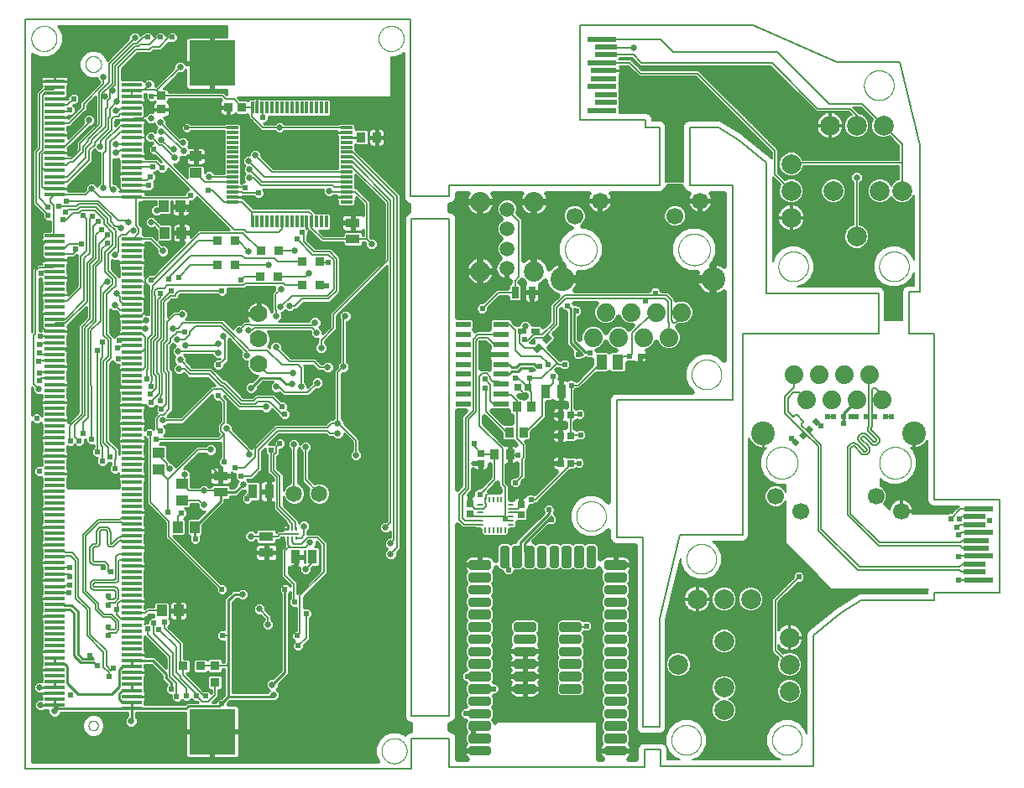
<source format=gtl>
G75*
%MOIN*%
%OFA0B0*%
%FSLAX25Y25*%
%IPPOS*%
%LPD*%
%AMOC8*
5,1,8,0,0,1.08239X$1,22.5*
%
%ADD10C,0.00000*%
%ADD11C,0.00500*%
%ADD12R,0.05700X0.03800*%
%ADD13R,0.07874X0.01378*%
%ADD14R,0.18110X0.18110*%
%ADD15R,0.03959X0.04724*%
%ADD16R,0.04724X0.03959*%
%ADD17R,0.03600X0.03200*%
%ADD18R,0.03800X0.05700*%
%ADD19R,0.00866X0.01378*%
%ADD20R,0.01772X0.00866*%
%ADD21R,0.01378X0.00866*%
%ADD22C,0.06500*%
%ADD23R,0.03800X0.03600*%
%ADD24R,0.01181X0.04724*%
%ADD25R,0.04724X0.01181*%
%ADD26R,0.03200X0.03600*%
%ADD27C,0.07000*%
%ADD28R,0.03200X0.04200*%
%ADD29R,0.03600X0.03800*%
%ADD30C,0.00787*%
%ADD31C,0.07400*%
%ADD32C,0.09449*%
%ADD33C,0.06693*%
%ADD34C,0.05906*%
%ADD35C,0.07972*%
%ADD36C,0.02756*%
%ADD37R,0.06496X0.02362*%
%ADD38R,0.06000X0.02300*%
%ADD39R,0.03600X0.04100*%
%ADD40R,0.02200X0.02400*%
%ADD41R,0.04400X0.05900*%
%ADD42R,0.03400X0.02400*%
%ADD43R,0.02800X0.04900*%
%ADD44R,0.02800X0.02800*%
%ADD45C,0.07874*%
%ADD46R,0.11811X0.02362*%
%ADD47R,0.08661X0.02362*%
%ADD48R,0.10236X0.02362*%
%ADD49C,0.00600*%
%ADD50C,0.02400*%
%ADD51C,0.02578*%
%ADD52C,0.01000*%
%ADD53C,0.00900*%
%ADD54C,0.00700*%
%ADD55C,0.01969*%
D10*
X0063542Y0056068D02*
X0063544Y0056155D01*
X0063550Y0056242D01*
X0063560Y0056329D01*
X0063574Y0056415D01*
X0063592Y0056500D01*
X0063613Y0056584D01*
X0063639Y0056668D01*
X0063668Y0056750D01*
X0063702Y0056830D01*
X0063738Y0056909D01*
X0063779Y0056986D01*
X0063823Y0057062D01*
X0063870Y0057135D01*
X0063920Y0057206D01*
X0063974Y0057274D01*
X0064031Y0057340D01*
X0064091Y0057404D01*
X0064153Y0057464D01*
X0064219Y0057522D01*
X0064287Y0057576D01*
X0064357Y0057628D01*
X0064430Y0057676D01*
X0064505Y0057721D01*
X0064581Y0057762D01*
X0064660Y0057800D01*
X0064740Y0057834D01*
X0064822Y0057864D01*
X0064905Y0057890D01*
X0064989Y0057913D01*
X0065074Y0057932D01*
X0065160Y0057947D01*
X0065246Y0057958D01*
X0065333Y0057965D01*
X0065420Y0057968D01*
X0065507Y0057967D01*
X0065594Y0057962D01*
X0065681Y0057953D01*
X0065767Y0057940D01*
X0065853Y0057923D01*
X0065937Y0057902D01*
X0066021Y0057878D01*
X0066103Y0057849D01*
X0066184Y0057817D01*
X0066264Y0057781D01*
X0066341Y0057742D01*
X0066417Y0057699D01*
X0066491Y0057652D01*
X0066562Y0057603D01*
X0066631Y0057550D01*
X0066698Y0057493D01*
X0066762Y0057434D01*
X0066823Y0057372D01*
X0066882Y0057308D01*
X0066937Y0057240D01*
X0066989Y0057171D01*
X0067038Y0057099D01*
X0067084Y0057024D01*
X0067126Y0056948D01*
X0067164Y0056870D01*
X0067199Y0056790D01*
X0067231Y0056709D01*
X0067258Y0056626D01*
X0067282Y0056542D01*
X0067302Y0056457D01*
X0067318Y0056372D01*
X0067330Y0056285D01*
X0067338Y0056199D01*
X0067342Y0056112D01*
X0067342Y0056024D01*
X0067338Y0055937D01*
X0067330Y0055851D01*
X0067318Y0055764D01*
X0067302Y0055679D01*
X0067282Y0055594D01*
X0067258Y0055510D01*
X0067231Y0055427D01*
X0067199Y0055346D01*
X0067164Y0055266D01*
X0067126Y0055188D01*
X0067084Y0055112D01*
X0067038Y0055037D01*
X0066989Y0054965D01*
X0066937Y0054896D01*
X0066882Y0054828D01*
X0066823Y0054764D01*
X0066762Y0054702D01*
X0066698Y0054643D01*
X0066631Y0054586D01*
X0066562Y0054533D01*
X0066491Y0054484D01*
X0066417Y0054437D01*
X0066341Y0054394D01*
X0066264Y0054355D01*
X0066184Y0054319D01*
X0066103Y0054287D01*
X0066021Y0054258D01*
X0065937Y0054234D01*
X0065853Y0054213D01*
X0065767Y0054196D01*
X0065681Y0054183D01*
X0065594Y0054174D01*
X0065507Y0054169D01*
X0065420Y0054168D01*
X0065333Y0054171D01*
X0065246Y0054178D01*
X0065160Y0054189D01*
X0065074Y0054204D01*
X0064989Y0054223D01*
X0064905Y0054246D01*
X0064822Y0054272D01*
X0064740Y0054302D01*
X0064660Y0054336D01*
X0064581Y0054374D01*
X0064505Y0054415D01*
X0064430Y0054460D01*
X0064357Y0054508D01*
X0064287Y0054560D01*
X0064219Y0054614D01*
X0064153Y0054672D01*
X0064091Y0054732D01*
X0064031Y0054796D01*
X0063974Y0054862D01*
X0063920Y0054930D01*
X0063870Y0055001D01*
X0063823Y0055074D01*
X0063779Y0055150D01*
X0063738Y0055227D01*
X0063702Y0055306D01*
X0063668Y0055386D01*
X0063639Y0055468D01*
X0063613Y0055552D01*
X0063592Y0055636D01*
X0063574Y0055721D01*
X0063560Y0055807D01*
X0063550Y0055894D01*
X0063544Y0055981D01*
X0063542Y0056068D01*
X0179942Y0046033D02*
X0179944Y0046174D01*
X0179950Y0046315D01*
X0179960Y0046455D01*
X0179974Y0046595D01*
X0179992Y0046735D01*
X0180013Y0046874D01*
X0180039Y0047013D01*
X0180068Y0047151D01*
X0180102Y0047287D01*
X0180139Y0047423D01*
X0180180Y0047558D01*
X0180225Y0047692D01*
X0180274Y0047824D01*
X0180326Y0047955D01*
X0180382Y0048084D01*
X0180442Y0048211D01*
X0180505Y0048337D01*
X0180571Y0048461D01*
X0180642Y0048584D01*
X0180715Y0048704D01*
X0180792Y0048822D01*
X0180872Y0048938D01*
X0180956Y0049051D01*
X0181042Y0049162D01*
X0181132Y0049271D01*
X0181225Y0049377D01*
X0181320Y0049480D01*
X0181419Y0049581D01*
X0181520Y0049679D01*
X0181624Y0049774D01*
X0181731Y0049866D01*
X0181840Y0049955D01*
X0181952Y0050040D01*
X0182066Y0050123D01*
X0182182Y0050203D01*
X0182301Y0050279D01*
X0182422Y0050351D01*
X0182544Y0050421D01*
X0182669Y0050486D01*
X0182795Y0050549D01*
X0182923Y0050607D01*
X0183053Y0050662D01*
X0183184Y0050714D01*
X0183317Y0050761D01*
X0183451Y0050805D01*
X0183586Y0050846D01*
X0183722Y0050882D01*
X0183859Y0050914D01*
X0183997Y0050943D01*
X0184135Y0050968D01*
X0184275Y0050988D01*
X0184415Y0051005D01*
X0184555Y0051018D01*
X0184696Y0051027D01*
X0184836Y0051032D01*
X0184977Y0051033D01*
X0185118Y0051030D01*
X0185259Y0051023D01*
X0185399Y0051012D01*
X0185539Y0050997D01*
X0185679Y0050978D01*
X0185818Y0050956D01*
X0185956Y0050929D01*
X0186094Y0050899D01*
X0186230Y0050864D01*
X0186366Y0050826D01*
X0186500Y0050784D01*
X0186634Y0050738D01*
X0186766Y0050689D01*
X0186896Y0050635D01*
X0187025Y0050578D01*
X0187152Y0050518D01*
X0187278Y0050454D01*
X0187401Y0050386D01*
X0187523Y0050315D01*
X0187643Y0050241D01*
X0187760Y0050163D01*
X0187875Y0050082D01*
X0187988Y0049998D01*
X0188099Y0049911D01*
X0188207Y0049820D01*
X0188312Y0049727D01*
X0188415Y0049630D01*
X0188515Y0049531D01*
X0188612Y0049429D01*
X0188706Y0049324D01*
X0188797Y0049217D01*
X0188885Y0049107D01*
X0188970Y0048995D01*
X0189052Y0048880D01*
X0189131Y0048763D01*
X0189206Y0048644D01*
X0189278Y0048523D01*
X0189346Y0048400D01*
X0189411Y0048275D01*
X0189473Y0048148D01*
X0189530Y0048019D01*
X0189585Y0047889D01*
X0189635Y0047758D01*
X0189682Y0047625D01*
X0189725Y0047491D01*
X0189764Y0047355D01*
X0189799Y0047219D01*
X0189831Y0047082D01*
X0189858Y0046944D01*
X0189882Y0046805D01*
X0189902Y0046665D01*
X0189918Y0046525D01*
X0189930Y0046385D01*
X0189938Y0046244D01*
X0189942Y0046103D01*
X0189942Y0045963D01*
X0189938Y0045822D01*
X0189930Y0045681D01*
X0189918Y0045541D01*
X0189902Y0045401D01*
X0189882Y0045261D01*
X0189858Y0045122D01*
X0189831Y0044984D01*
X0189799Y0044847D01*
X0189764Y0044711D01*
X0189725Y0044575D01*
X0189682Y0044441D01*
X0189635Y0044308D01*
X0189585Y0044177D01*
X0189530Y0044047D01*
X0189473Y0043918D01*
X0189411Y0043791D01*
X0189346Y0043666D01*
X0189278Y0043543D01*
X0189206Y0043422D01*
X0189131Y0043303D01*
X0189052Y0043186D01*
X0188970Y0043071D01*
X0188885Y0042959D01*
X0188797Y0042849D01*
X0188706Y0042742D01*
X0188612Y0042637D01*
X0188515Y0042535D01*
X0188415Y0042436D01*
X0188312Y0042339D01*
X0188207Y0042246D01*
X0188099Y0042155D01*
X0187988Y0042068D01*
X0187875Y0041984D01*
X0187760Y0041903D01*
X0187643Y0041825D01*
X0187523Y0041751D01*
X0187401Y0041680D01*
X0187278Y0041612D01*
X0187152Y0041548D01*
X0187025Y0041488D01*
X0186896Y0041431D01*
X0186766Y0041377D01*
X0186634Y0041328D01*
X0186500Y0041282D01*
X0186366Y0041240D01*
X0186230Y0041202D01*
X0186094Y0041167D01*
X0185956Y0041137D01*
X0185818Y0041110D01*
X0185679Y0041088D01*
X0185539Y0041069D01*
X0185399Y0041054D01*
X0185259Y0041043D01*
X0185118Y0041036D01*
X0184977Y0041033D01*
X0184836Y0041034D01*
X0184696Y0041039D01*
X0184555Y0041048D01*
X0184415Y0041061D01*
X0184275Y0041078D01*
X0184135Y0041098D01*
X0183997Y0041123D01*
X0183859Y0041152D01*
X0183722Y0041184D01*
X0183586Y0041220D01*
X0183451Y0041261D01*
X0183317Y0041305D01*
X0183184Y0041352D01*
X0183053Y0041404D01*
X0182923Y0041459D01*
X0182795Y0041517D01*
X0182669Y0041580D01*
X0182544Y0041645D01*
X0182422Y0041715D01*
X0182301Y0041787D01*
X0182182Y0041863D01*
X0182066Y0041943D01*
X0181952Y0042026D01*
X0181840Y0042111D01*
X0181731Y0042200D01*
X0181624Y0042292D01*
X0181520Y0042387D01*
X0181419Y0042485D01*
X0181320Y0042586D01*
X0181225Y0042689D01*
X0181132Y0042795D01*
X0181042Y0042904D01*
X0180956Y0043015D01*
X0180872Y0043128D01*
X0180792Y0043244D01*
X0180715Y0043362D01*
X0180642Y0043482D01*
X0180571Y0043605D01*
X0180505Y0043729D01*
X0180442Y0043855D01*
X0180382Y0043982D01*
X0180326Y0044111D01*
X0180274Y0044242D01*
X0180225Y0044374D01*
X0180180Y0044508D01*
X0180139Y0044643D01*
X0180102Y0044779D01*
X0180068Y0044915D01*
X0180039Y0045053D01*
X0180013Y0045192D01*
X0179992Y0045331D01*
X0179974Y0045471D01*
X0179960Y0045611D01*
X0179950Y0045751D01*
X0179944Y0045892D01*
X0179942Y0046033D01*
X0257263Y0139317D02*
X0257265Y0139470D01*
X0257271Y0139624D01*
X0257281Y0139777D01*
X0257295Y0139929D01*
X0257313Y0140082D01*
X0257335Y0140233D01*
X0257360Y0140384D01*
X0257390Y0140535D01*
X0257424Y0140685D01*
X0257461Y0140833D01*
X0257502Y0140981D01*
X0257547Y0141127D01*
X0257596Y0141273D01*
X0257649Y0141417D01*
X0257705Y0141559D01*
X0257765Y0141700D01*
X0257829Y0141840D01*
X0257896Y0141978D01*
X0257967Y0142114D01*
X0258042Y0142248D01*
X0258119Y0142380D01*
X0258201Y0142510D01*
X0258285Y0142638D01*
X0258373Y0142764D01*
X0258464Y0142887D01*
X0258558Y0143008D01*
X0258656Y0143126D01*
X0258756Y0143242D01*
X0258860Y0143355D01*
X0258966Y0143466D01*
X0259075Y0143574D01*
X0259187Y0143679D01*
X0259301Y0143780D01*
X0259419Y0143879D01*
X0259538Y0143975D01*
X0259660Y0144068D01*
X0259785Y0144157D01*
X0259912Y0144244D01*
X0260041Y0144326D01*
X0260172Y0144406D01*
X0260305Y0144482D01*
X0260440Y0144555D01*
X0260577Y0144624D01*
X0260716Y0144689D01*
X0260856Y0144751D01*
X0260998Y0144809D01*
X0261141Y0144864D01*
X0261286Y0144915D01*
X0261432Y0144962D01*
X0261579Y0145005D01*
X0261727Y0145044D01*
X0261876Y0145080D01*
X0262026Y0145111D01*
X0262177Y0145139D01*
X0262328Y0145163D01*
X0262481Y0145183D01*
X0262633Y0145199D01*
X0262786Y0145211D01*
X0262939Y0145219D01*
X0263092Y0145223D01*
X0263246Y0145223D01*
X0263399Y0145219D01*
X0263552Y0145211D01*
X0263705Y0145199D01*
X0263857Y0145183D01*
X0264010Y0145163D01*
X0264161Y0145139D01*
X0264312Y0145111D01*
X0264462Y0145080D01*
X0264611Y0145044D01*
X0264759Y0145005D01*
X0264906Y0144962D01*
X0265052Y0144915D01*
X0265197Y0144864D01*
X0265340Y0144809D01*
X0265482Y0144751D01*
X0265622Y0144689D01*
X0265761Y0144624D01*
X0265898Y0144555D01*
X0266033Y0144482D01*
X0266166Y0144406D01*
X0266297Y0144326D01*
X0266426Y0144244D01*
X0266553Y0144157D01*
X0266678Y0144068D01*
X0266800Y0143975D01*
X0266919Y0143879D01*
X0267037Y0143780D01*
X0267151Y0143679D01*
X0267263Y0143574D01*
X0267372Y0143466D01*
X0267478Y0143355D01*
X0267582Y0143242D01*
X0267682Y0143126D01*
X0267780Y0143008D01*
X0267874Y0142887D01*
X0267965Y0142764D01*
X0268053Y0142638D01*
X0268137Y0142510D01*
X0268219Y0142380D01*
X0268296Y0142248D01*
X0268371Y0142114D01*
X0268442Y0141978D01*
X0268509Y0141840D01*
X0268573Y0141700D01*
X0268633Y0141559D01*
X0268689Y0141417D01*
X0268742Y0141273D01*
X0268791Y0141127D01*
X0268836Y0140981D01*
X0268877Y0140833D01*
X0268914Y0140685D01*
X0268948Y0140535D01*
X0268978Y0140384D01*
X0269003Y0140233D01*
X0269025Y0140082D01*
X0269043Y0139929D01*
X0269057Y0139777D01*
X0269067Y0139624D01*
X0269073Y0139470D01*
X0269075Y0139317D01*
X0269073Y0139164D01*
X0269067Y0139010D01*
X0269057Y0138857D01*
X0269043Y0138705D01*
X0269025Y0138552D01*
X0269003Y0138401D01*
X0268978Y0138250D01*
X0268948Y0138099D01*
X0268914Y0137949D01*
X0268877Y0137801D01*
X0268836Y0137653D01*
X0268791Y0137507D01*
X0268742Y0137361D01*
X0268689Y0137217D01*
X0268633Y0137075D01*
X0268573Y0136934D01*
X0268509Y0136794D01*
X0268442Y0136656D01*
X0268371Y0136520D01*
X0268296Y0136386D01*
X0268219Y0136254D01*
X0268137Y0136124D01*
X0268053Y0135996D01*
X0267965Y0135870D01*
X0267874Y0135747D01*
X0267780Y0135626D01*
X0267682Y0135508D01*
X0267582Y0135392D01*
X0267478Y0135279D01*
X0267372Y0135168D01*
X0267263Y0135060D01*
X0267151Y0134955D01*
X0267037Y0134854D01*
X0266919Y0134755D01*
X0266800Y0134659D01*
X0266678Y0134566D01*
X0266553Y0134477D01*
X0266426Y0134390D01*
X0266297Y0134308D01*
X0266166Y0134228D01*
X0266033Y0134152D01*
X0265898Y0134079D01*
X0265761Y0134010D01*
X0265622Y0133945D01*
X0265482Y0133883D01*
X0265340Y0133825D01*
X0265197Y0133770D01*
X0265052Y0133719D01*
X0264906Y0133672D01*
X0264759Y0133629D01*
X0264611Y0133590D01*
X0264462Y0133554D01*
X0264312Y0133523D01*
X0264161Y0133495D01*
X0264010Y0133471D01*
X0263857Y0133451D01*
X0263705Y0133435D01*
X0263552Y0133423D01*
X0263399Y0133415D01*
X0263246Y0133411D01*
X0263092Y0133411D01*
X0262939Y0133415D01*
X0262786Y0133423D01*
X0262633Y0133435D01*
X0262481Y0133451D01*
X0262328Y0133471D01*
X0262177Y0133495D01*
X0262026Y0133523D01*
X0261876Y0133554D01*
X0261727Y0133590D01*
X0261579Y0133629D01*
X0261432Y0133672D01*
X0261286Y0133719D01*
X0261141Y0133770D01*
X0260998Y0133825D01*
X0260856Y0133883D01*
X0260716Y0133945D01*
X0260577Y0134010D01*
X0260440Y0134079D01*
X0260305Y0134152D01*
X0260172Y0134228D01*
X0260041Y0134308D01*
X0259912Y0134390D01*
X0259785Y0134477D01*
X0259660Y0134566D01*
X0259538Y0134659D01*
X0259419Y0134755D01*
X0259301Y0134854D01*
X0259187Y0134955D01*
X0259075Y0135060D01*
X0258966Y0135168D01*
X0258860Y0135279D01*
X0258756Y0135392D01*
X0258656Y0135508D01*
X0258558Y0135626D01*
X0258464Y0135747D01*
X0258373Y0135870D01*
X0258285Y0135996D01*
X0258201Y0136124D01*
X0258119Y0136254D01*
X0258042Y0136386D01*
X0257967Y0136520D01*
X0257896Y0136656D01*
X0257829Y0136794D01*
X0257765Y0136934D01*
X0257705Y0137075D01*
X0257649Y0137217D01*
X0257596Y0137361D01*
X0257547Y0137507D01*
X0257502Y0137653D01*
X0257461Y0137801D01*
X0257424Y0137949D01*
X0257390Y0138099D01*
X0257360Y0138250D01*
X0257335Y0138401D01*
X0257313Y0138552D01*
X0257295Y0138705D01*
X0257281Y0138857D01*
X0257271Y0139010D01*
X0257265Y0139164D01*
X0257263Y0139317D01*
X0301036Y0122333D02*
X0301038Y0122486D01*
X0301044Y0122640D01*
X0301054Y0122793D01*
X0301068Y0122945D01*
X0301086Y0123098D01*
X0301108Y0123249D01*
X0301133Y0123400D01*
X0301163Y0123551D01*
X0301197Y0123701D01*
X0301234Y0123849D01*
X0301275Y0123997D01*
X0301320Y0124143D01*
X0301369Y0124289D01*
X0301422Y0124433D01*
X0301478Y0124575D01*
X0301538Y0124716D01*
X0301602Y0124856D01*
X0301669Y0124994D01*
X0301740Y0125130D01*
X0301815Y0125264D01*
X0301892Y0125396D01*
X0301974Y0125526D01*
X0302058Y0125654D01*
X0302146Y0125780D01*
X0302237Y0125903D01*
X0302331Y0126024D01*
X0302429Y0126142D01*
X0302529Y0126258D01*
X0302633Y0126371D01*
X0302739Y0126482D01*
X0302848Y0126590D01*
X0302960Y0126695D01*
X0303074Y0126796D01*
X0303192Y0126895D01*
X0303311Y0126991D01*
X0303433Y0127084D01*
X0303558Y0127173D01*
X0303685Y0127260D01*
X0303814Y0127342D01*
X0303945Y0127422D01*
X0304078Y0127498D01*
X0304213Y0127571D01*
X0304350Y0127640D01*
X0304489Y0127705D01*
X0304629Y0127767D01*
X0304771Y0127825D01*
X0304914Y0127880D01*
X0305059Y0127931D01*
X0305205Y0127978D01*
X0305352Y0128021D01*
X0305500Y0128060D01*
X0305649Y0128096D01*
X0305799Y0128127D01*
X0305950Y0128155D01*
X0306101Y0128179D01*
X0306254Y0128199D01*
X0306406Y0128215D01*
X0306559Y0128227D01*
X0306712Y0128235D01*
X0306865Y0128239D01*
X0307019Y0128239D01*
X0307172Y0128235D01*
X0307325Y0128227D01*
X0307478Y0128215D01*
X0307630Y0128199D01*
X0307783Y0128179D01*
X0307934Y0128155D01*
X0308085Y0128127D01*
X0308235Y0128096D01*
X0308384Y0128060D01*
X0308532Y0128021D01*
X0308679Y0127978D01*
X0308825Y0127931D01*
X0308970Y0127880D01*
X0309113Y0127825D01*
X0309255Y0127767D01*
X0309395Y0127705D01*
X0309534Y0127640D01*
X0309671Y0127571D01*
X0309806Y0127498D01*
X0309939Y0127422D01*
X0310070Y0127342D01*
X0310199Y0127260D01*
X0310326Y0127173D01*
X0310451Y0127084D01*
X0310573Y0126991D01*
X0310692Y0126895D01*
X0310810Y0126796D01*
X0310924Y0126695D01*
X0311036Y0126590D01*
X0311145Y0126482D01*
X0311251Y0126371D01*
X0311355Y0126258D01*
X0311455Y0126142D01*
X0311553Y0126024D01*
X0311647Y0125903D01*
X0311738Y0125780D01*
X0311826Y0125654D01*
X0311910Y0125526D01*
X0311992Y0125396D01*
X0312069Y0125264D01*
X0312144Y0125130D01*
X0312215Y0124994D01*
X0312282Y0124856D01*
X0312346Y0124716D01*
X0312406Y0124575D01*
X0312462Y0124433D01*
X0312515Y0124289D01*
X0312564Y0124143D01*
X0312609Y0123997D01*
X0312650Y0123849D01*
X0312687Y0123701D01*
X0312721Y0123551D01*
X0312751Y0123400D01*
X0312776Y0123249D01*
X0312798Y0123098D01*
X0312816Y0122945D01*
X0312830Y0122793D01*
X0312840Y0122640D01*
X0312846Y0122486D01*
X0312848Y0122333D01*
X0312846Y0122180D01*
X0312840Y0122026D01*
X0312830Y0121873D01*
X0312816Y0121721D01*
X0312798Y0121568D01*
X0312776Y0121417D01*
X0312751Y0121266D01*
X0312721Y0121115D01*
X0312687Y0120965D01*
X0312650Y0120817D01*
X0312609Y0120669D01*
X0312564Y0120523D01*
X0312515Y0120377D01*
X0312462Y0120233D01*
X0312406Y0120091D01*
X0312346Y0119950D01*
X0312282Y0119810D01*
X0312215Y0119672D01*
X0312144Y0119536D01*
X0312069Y0119402D01*
X0311992Y0119270D01*
X0311910Y0119140D01*
X0311826Y0119012D01*
X0311738Y0118886D01*
X0311647Y0118763D01*
X0311553Y0118642D01*
X0311455Y0118524D01*
X0311355Y0118408D01*
X0311251Y0118295D01*
X0311145Y0118184D01*
X0311036Y0118076D01*
X0310924Y0117971D01*
X0310810Y0117870D01*
X0310692Y0117771D01*
X0310573Y0117675D01*
X0310451Y0117582D01*
X0310326Y0117493D01*
X0310199Y0117406D01*
X0310070Y0117324D01*
X0309939Y0117244D01*
X0309806Y0117168D01*
X0309671Y0117095D01*
X0309534Y0117026D01*
X0309395Y0116961D01*
X0309255Y0116899D01*
X0309113Y0116841D01*
X0308970Y0116786D01*
X0308825Y0116735D01*
X0308679Y0116688D01*
X0308532Y0116645D01*
X0308384Y0116606D01*
X0308235Y0116570D01*
X0308085Y0116539D01*
X0307934Y0116511D01*
X0307783Y0116487D01*
X0307630Y0116467D01*
X0307478Y0116451D01*
X0307325Y0116439D01*
X0307172Y0116431D01*
X0307019Y0116427D01*
X0306865Y0116427D01*
X0306712Y0116431D01*
X0306559Y0116439D01*
X0306406Y0116451D01*
X0306254Y0116467D01*
X0306101Y0116487D01*
X0305950Y0116511D01*
X0305799Y0116539D01*
X0305649Y0116570D01*
X0305500Y0116606D01*
X0305352Y0116645D01*
X0305205Y0116688D01*
X0305059Y0116735D01*
X0304914Y0116786D01*
X0304771Y0116841D01*
X0304629Y0116899D01*
X0304489Y0116961D01*
X0304350Y0117026D01*
X0304213Y0117095D01*
X0304078Y0117168D01*
X0303945Y0117244D01*
X0303814Y0117324D01*
X0303685Y0117406D01*
X0303558Y0117493D01*
X0303433Y0117582D01*
X0303311Y0117675D01*
X0303192Y0117771D01*
X0303074Y0117870D01*
X0302960Y0117971D01*
X0302848Y0118076D01*
X0302739Y0118184D01*
X0302633Y0118295D01*
X0302529Y0118408D01*
X0302429Y0118524D01*
X0302331Y0118642D01*
X0302237Y0118763D01*
X0302146Y0118886D01*
X0302058Y0119012D01*
X0301974Y0119140D01*
X0301892Y0119270D01*
X0301815Y0119402D01*
X0301740Y0119536D01*
X0301669Y0119672D01*
X0301602Y0119810D01*
X0301538Y0119950D01*
X0301478Y0120091D01*
X0301422Y0120233D01*
X0301369Y0120377D01*
X0301320Y0120523D01*
X0301275Y0120669D01*
X0301234Y0120817D01*
X0301197Y0120965D01*
X0301163Y0121115D01*
X0301133Y0121266D01*
X0301108Y0121417D01*
X0301086Y0121568D01*
X0301068Y0121721D01*
X0301054Y0121873D01*
X0301044Y0122026D01*
X0301038Y0122180D01*
X0301036Y0122333D01*
X0332581Y0160523D02*
X0332583Y0160681D01*
X0332589Y0160839D01*
X0332599Y0160997D01*
X0332613Y0161155D01*
X0332631Y0161312D01*
X0332652Y0161469D01*
X0332678Y0161625D01*
X0332708Y0161781D01*
X0332741Y0161936D01*
X0332779Y0162089D01*
X0332820Y0162242D01*
X0332865Y0162394D01*
X0332914Y0162545D01*
X0332967Y0162694D01*
X0333023Y0162842D01*
X0333083Y0162988D01*
X0333147Y0163133D01*
X0333215Y0163276D01*
X0333286Y0163418D01*
X0333360Y0163558D01*
X0333438Y0163695D01*
X0333520Y0163831D01*
X0333604Y0163965D01*
X0333693Y0164096D01*
X0333784Y0164225D01*
X0333879Y0164352D01*
X0333976Y0164477D01*
X0334077Y0164599D01*
X0334181Y0164718D01*
X0334288Y0164835D01*
X0334398Y0164949D01*
X0334511Y0165060D01*
X0334626Y0165169D01*
X0334744Y0165274D01*
X0334865Y0165376D01*
X0334988Y0165476D01*
X0335114Y0165572D01*
X0335242Y0165665D01*
X0335372Y0165755D01*
X0335505Y0165841D01*
X0335640Y0165925D01*
X0335776Y0166004D01*
X0335915Y0166081D01*
X0336056Y0166153D01*
X0336198Y0166223D01*
X0336342Y0166288D01*
X0336488Y0166350D01*
X0336635Y0166408D01*
X0336784Y0166463D01*
X0336934Y0166514D01*
X0337085Y0166561D01*
X0337237Y0166604D01*
X0337390Y0166643D01*
X0337545Y0166679D01*
X0337700Y0166710D01*
X0337856Y0166738D01*
X0338012Y0166762D01*
X0338169Y0166782D01*
X0338327Y0166798D01*
X0338484Y0166810D01*
X0338643Y0166818D01*
X0338801Y0166822D01*
X0338959Y0166822D01*
X0339117Y0166818D01*
X0339276Y0166810D01*
X0339433Y0166798D01*
X0339591Y0166782D01*
X0339748Y0166762D01*
X0339904Y0166738D01*
X0340060Y0166710D01*
X0340215Y0166679D01*
X0340370Y0166643D01*
X0340523Y0166604D01*
X0340675Y0166561D01*
X0340826Y0166514D01*
X0340976Y0166463D01*
X0341125Y0166408D01*
X0341272Y0166350D01*
X0341418Y0166288D01*
X0341562Y0166223D01*
X0341704Y0166153D01*
X0341845Y0166081D01*
X0341984Y0166004D01*
X0342120Y0165925D01*
X0342255Y0165841D01*
X0342388Y0165755D01*
X0342518Y0165665D01*
X0342646Y0165572D01*
X0342772Y0165476D01*
X0342895Y0165376D01*
X0343016Y0165274D01*
X0343134Y0165169D01*
X0343249Y0165060D01*
X0343362Y0164949D01*
X0343472Y0164835D01*
X0343579Y0164718D01*
X0343683Y0164599D01*
X0343784Y0164477D01*
X0343881Y0164352D01*
X0343976Y0164225D01*
X0344067Y0164096D01*
X0344156Y0163965D01*
X0344240Y0163831D01*
X0344322Y0163695D01*
X0344400Y0163558D01*
X0344474Y0163418D01*
X0344545Y0163276D01*
X0344613Y0163133D01*
X0344677Y0162988D01*
X0344737Y0162842D01*
X0344793Y0162694D01*
X0344846Y0162545D01*
X0344895Y0162394D01*
X0344940Y0162242D01*
X0344981Y0162089D01*
X0345019Y0161936D01*
X0345052Y0161781D01*
X0345082Y0161625D01*
X0345108Y0161469D01*
X0345129Y0161312D01*
X0345147Y0161155D01*
X0345161Y0160997D01*
X0345171Y0160839D01*
X0345177Y0160681D01*
X0345179Y0160523D01*
X0345177Y0160365D01*
X0345171Y0160207D01*
X0345161Y0160049D01*
X0345147Y0159891D01*
X0345129Y0159734D01*
X0345108Y0159577D01*
X0345082Y0159421D01*
X0345052Y0159265D01*
X0345019Y0159110D01*
X0344981Y0158957D01*
X0344940Y0158804D01*
X0344895Y0158652D01*
X0344846Y0158501D01*
X0344793Y0158352D01*
X0344737Y0158204D01*
X0344677Y0158058D01*
X0344613Y0157913D01*
X0344545Y0157770D01*
X0344474Y0157628D01*
X0344400Y0157488D01*
X0344322Y0157351D01*
X0344240Y0157215D01*
X0344156Y0157081D01*
X0344067Y0156950D01*
X0343976Y0156821D01*
X0343881Y0156694D01*
X0343784Y0156569D01*
X0343683Y0156447D01*
X0343579Y0156328D01*
X0343472Y0156211D01*
X0343362Y0156097D01*
X0343249Y0155986D01*
X0343134Y0155877D01*
X0343016Y0155772D01*
X0342895Y0155670D01*
X0342772Y0155570D01*
X0342646Y0155474D01*
X0342518Y0155381D01*
X0342388Y0155291D01*
X0342255Y0155205D01*
X0342120Y0155121D01*
X0341984Y0155042D01*
X0341845Y0154965D01*
X0341704Y0154893D01*
X0341562Y0154823D01*
X0341418Y0154758D01*
X0341272Y0154696D01*
X0341125Y0154638D01*
X0340976Y0154583D01*
X0340826Y0154532D01*
X0340675Y0154485D01*
X0340523Y0154442D01*
X0340370Y0154403D01*
X0340215Y0154367D01*
X0340060Y0154336D01*
X0339904Y0154308D01*
X0339748Y0154284D01*
X0339591Y0154264D01*
X0339433Y0154248D01*
X0339276Y0154236D01*
X0339117Y0154228D01*
X0338959Y0154224D01*
X0338801Y0154224D01*
X0338643Y0154228D01*
X0338484Y0154236D01*
X0338327Y0154248D01*
X0338169Y0154264D01*
X0338012Y0154284D01*
X0337856Y0154308D01*
X0337700Y0154336D01*
X0337545Y0154367D01*
X0337390Y0154403D01*
X0337237Y0154442D01*
X0337085Y0154485D01*
X0336934Y0154532D01*
X0336784Y0154583D01*
X0336635Y0154638D01*
X0336488Y0154696D01*
X0336342Y0154758D01*
X0336198Y0154823D01*
X0336056Y0154893D01*
X0335915Y0154965D01*
X0335776Y0155042D01*
X0335640Y0155121D01*
X0335505Y0155205D01*
X0335372Y0155291D01*
X0335242Y0155381D01*
X0335114Y0155474D01*
X0334988Y0155570D01*
X0334865Y0155670D01*
X0334744Y0155772D01*
X0334626Y0155877D01*
X0334511Y0155986D01*
X0334398Y0156097D01*
X0334288Y0156211D01*
X0334181Y0156328D01*
X0334077Y0156447D01*
X0333976Y0156569D01*
X0333879Y0156694D01*
X0333784Y0156821D01*
X0333693Y0156950D01*
X0333604Y0157081D01*
X0333520Y0157215D01*
X0333438Y0157351D01*
X0333360Y0157488D01*
X0333286Y0157628D01*
X0333215Y0157770D01*
X0333147Y0157913D01*
X0333083Y0158058D01*
X0333023Y0158204D01*
X0332967Y0158352D01*
X0332914Y0158501D01*
X0332865Y0158652D01*
X0332820Y0158804D01*
X0332779Y0158957D01*
X0332741Y0159110D01*
X0332708Y0159265D01*
X0332678Y0159421D01*
X0332652Y0159577D01*
X0332631Y0159734D01*
X0332613Y0159891D01*
X0332599Y0160049D01*
X0332589Y0160207D01*
X0332583Y0160365D01*
X0332581Y0160523D01*
X0303063Y0195635D02*
X0303065Y0195788D01*
X0303071Y0195942D01*
X0303081Y0196095D01*
X0303095Y0196247D01*
X0303113Y0196400D01*
X0303135Y0196551D01*
X0303160Y0196702D01*
X0303190Y0196853D01*
X0303224Y0197003D01*
X0303261Y0197151D01*
X0303302Y0197299D01*
X0303347Y0197445D01*
X0303396Y0197591D01*
X0303449Y0197735D01*
X0303505Y0197877D01*
X0303565Y0198018D01*
X0303629Y0198158D01*
X0303696Y0198296D01*
X0303767Y0198432D01*
X0303842Y0198566D01*
X0303919Y0198698D01*
X0304001Y0198828D01*
X0304085Y0198956D01*
X0304173Y0199082D01*
X0304264Y0199205D01*
X0304358Y0199326D01*
X0304456Y0199444D01*
X0304556Y0199560D01*
X0304660Y0199673D01*
X0304766Y0199784D01*
X0304875Y0199892D01*
X0304987Y0199997D01*
X0305101Y0200098D01*
X0305219Y0200197D01*
X0305338Y0200293D01*
X0305460Y0200386D01*
X0305585Y0200475D01*
X0305712Y0200562D01*
X0305841Y0200644D01*
X0305972Y0200724D01*
X0306105Y0200800D01*
X0306240Y0200873D01*
X0306377Y0200942D01*
X0306516Y0201007D01*
X0306656Y0201069D01*
X0306798Y0201127D01*
X0306941Y0201182D01*
X0307086Y0201233D01*
X0307232Y0201280D01*
X0307379Y0201323D01*
X0307527Y0201362D01*
X0307676Y0201398D01*
X0307826Y0201429D01*
X0307977Y0201457D01*
X0308128Y0201481D01*
X0308281Y0201501D01*
X0308433Y0201517D01*
X0308586Y0201529D01*
X0308739Y0201537D01*
X0308892Y0201541D01*
X0309046Y0201541D01*
X0309199Y0201537D01*
X0309352Y0201529D01*
X0309505Y0201517D01*
X0309657Y0201501D01*
X0309810Y0201481D01*
X0309961Y0201457D01*
X0310112Y0201429D01*
X0310262Y0201398D01*
X0310411Y0201362D01*
X0310559Y0201323D01*
X0310706Y0201280D01*
X0310852Y0201233D01*
X0310997Y0201182D01*
X0311140Y0201127D01*
X0311282Y0201069D01*
X0311422Y0201007D01*
X0311561Y0200942D01*
X0311698Y0200873D01*
X0311833Y0200800D01*
X0311966Y0200724D01*
X0312097Y0200644D01*
X0312226Y0200562D01*
X0312353Y0200475D01*
X0312478Y0200386D01*
X0312600Y0200293D01*
X0312719Y0200197D01*
X0312837Y0200098D01*
X0312951Y0199997D01*
X0313063Y0199892D01*
X0313172Y0199784D01*
X0313278Y0199673D01*
X0313382Y0199560D01*
X0313482Y0199444D01*
X0313580Y0199326D01*
X0313674Y0199205D01*
X0313765Y0199082D01*
X0313853Y0198956D01*
X0313937Y0198828D01*
X0314019Y0198698D01*
X0314096Y0198566D01*
X0314171Y0198432D01*
X0314242Y0198296D01*
X0314309Y0198158D01*
X0314373Y0198018D01*
X0314433Y0197877D01*
X0314489Y0197735D01*
X0314542Y0197591D01*
X0314591Y0197445D01*
X0314636Y0197299D01*
X0314677Y0197151D01*
X0314714Y0197003D01*
X0314748Y0196853D01*
X0314778Y0196702D01*
X0314803Y0196551D01*
X0314825Y0196400D01*
X0314843Y0196247D01*
X0314857Y0196095D01*
X0314867Y0195942D01*
X0314873Y0195788D01*
X0314875Y0195635D01*
X0314873Y0195482D01*
X0314867Y0195328D01*
X0314857Y0195175D01*
X0314843Y0195023D01*
X0314825Y0194870D01*
X0314803Y0194719D01*
X0314778Y0194568D01*
X0314748Y0194417D01*
X0314714Y0194267D01*
X0314677Y0194119D01*
X0314636Y0193971D01*
X0314591Y0193825D01*
X0314542Y0193679D01*
X0314489Y0193535D01*
X0314433Y0193393D01*
X0314373Y0193252D01*
X0314309Y0193112D01*
X0314242Y0192974D01*
X0314171Y0192838D01*
X0314096Y0192704D01*
X0314019Y0192572D01*
X0313937Y0192442D01*
X0313853Y0192314D01*
X0313765Y0192188D01*
X0313674Y0192065D01*
X0313580Y0191944D01*
X0313482Y0191826D01*
X0313382Y0191710D01*
X0313278Y0191597D01*
X0313172Y0191486D01*
X0313063Y0191378D01*
X0312951Y0191273D01*
X0312837Y0191172D01*
X0312719Y0191073D01*
X0312600Y0190977D01*
X0312478Y0190884D01*
X0312353Y0190795D01*
X0312226Y0190708D01*
X0312097Y0190626D01*
X0311966Y0190546D01*
X0311833Y0190470D01*
X0311698Y0190397D01*
X0311561Y0190328D01*
X0311422Y0190263D01*
X0311282Y0190201D01*
X0311140Y0190143D01*
X0310997Y0190088D01*
X0310852Y0190037D01*
X0310706Y0189990D01*
X0310559Y0189947D01*
X0310411Y0189908D01*
X0310262Y0189872D01*
X0310112Y0189841D01*
X0309961Y0189813D01*
X0309810Y0189789D01*
X0309657Y0189769D01*
X0309505Y0189753D01*
X0309352Y0189741D01*
X0309199Y0189733D01*
X0309046Y0189729D01*
X0308892Y0189729D01*
X0308739Y0189733D01*
X0308586Y0189741D01*
X0308433Y0189753D01*
X0308281Y0189769D01*
X0308128Y0189789D01*
X0307977Y0189813D01*
X0307826Y0189841D01*
X0307676Y0189872D01*
X0307527Y0189908D01*
X0307379Y0189947D01*
X0307232Y0189990D01*
X0307086Y0190037D01*
X0306941Y0190088D01*
X0306798Y0190143D01*
X0306656Y0190201D01*
X0306516Y0190263D01*
X0306377Y0190328D01*
X0306240Y0190397D01*
X0306105Y0190470D01*
X0305972Y0190546D01*
X0305841Y0190626D01*
X0305712Y0190708D01*
X0305585Y0190795D01*
X0305460Y0190884D01*
X0305338Y0190977D01*
X0305219Y0191073D01*
X0305101Y0191172D01*
X0304987Y0191273D01*
X0304875Y0191378D01*
X0304766Y0191486D01*
X0304660Y0191597D01*
X0304556Y0191710D01*
X0304456Y0191826D01*
X0304358Y0191944D01*
X0304264Y0192065D01*
X0304173Y0192188D01*
X0304085Y0192314D01*
X0304001Y0192442D01*
X0303919Y0192572D01*
X0303842Y0192704D01*
X0303767Y0192838D01*
X0303696Y0192974D01*
X0303629Y0193112D01*
X0303565Y0193252D01*
X0303505Y0193393D01*
X0303449Y0193535D01*
X0303396Y0193679D01*
X0303347Y0193825D01*
X0303302Y0193971D01*
X0303261Y0194119D01*
X0303224Y0194267D01*
X0303190Y0194417D01*
X0303160Y0194568D01*
X0303135Y0194719D01*
X0303113Y0194870D01*
X0303095Y0195023D01*
X0303081Y0195175D01*
X0303071Y0195328D01*
X0303065Y0195482D01*
X0303063Y0195635D01*
X0337536Y0238633D02*
X0337538Y0238786D01*
X0337544Y0238940D01*
X0337554Y0239093D01*
X0337568Y0239245D01*
X0337586Y0239398D01*
X0337608Y0239549D01*
X0337633Y0239700D01*
X0337663Y0239851D01*
X0337697Y0240001D01*
X0337734Y0240149D01*
X0337775Y0240297D01*
X0337820Y0240443D01*
X0337869Y0240589D01*
X0337922Y0240733D01*
X0337978Y0240875D01*
X0338038Y0241016D01*
X0338102Y0241156D01*
X0338169Y0241294D01*
X0338240Y0241430D01*
X0338315Y0241564D01*
X0338392Y0241696D01*
X0338474Y0241826D01*
X0338558Y0241954D01*
X0338646Y0242080D01*
X0338737Y0242203D01*
X0338831Y0242324D01*
X0338929Y0242442D01*
X0339029Y0242558D01*
X0339133Y0242671D01*
X0339239Y0242782D01*
X0339348Y0242890D01*
X0339460Y0242995D01*
X0339574Y0243096D01*
X0339692Y0243195D01*
X0339811Y0243291D01*
X0339933Y0243384D01*
X0340058Y0243473D01*
X0340185Y0243560D01*
X0340314Y0243642D01*
X0340445Y0243722D01*
X0340578Y0243798D01*
X0340713Y0243871D01*
X0340850Y0243940D01*
X0340989Y0244005D01*
X0341129Y0244067D01*
X0341271Y0244125D01*
X0341414Y0244180D01*
X0341559Y0244231D01*
X0341705Y0244278D01*
X0341852Y0244321D01*
X0342000Y0244360D01*
X0342149Y0244396D01*
X0342299Y0244427D01*
X0342450Y0244455D01*
X0342601Y0244479D01*
X0342754Y0244499D01*
X0342906Y0244515D01*
X0343059Y0244527D01*
X0343212Y0244535D01*
X0343365Y0244539D01*
X0343519Y0244539D01*
X0343672Y0244535D01*
X0343825Y0244527D01*
X0343978Y0244515D01*
X0344130Y0244499D01*
X0344283Y0244479D01*
X0344434Y0244455D01*
X0344585Y0244427D01*
X0344735Y0244396D01*
X0344884Y0244360D01*
X0345032Y0244321D01*
X0345179Y0244278D01*
X0345325Y0244231D01*
X0345470Y0244180D01*
X0345613Y0244125D01*
X0345755Y0244067D01*
X0345895Y0244005D01*
X0346034Y0243940D01*
X0346171Y0243871D01*
X0346306Y0243798D01*
X0346439Y0243722D01*
X0346570Y0243642D01*
X0346699Y0243560D01*
X0346826Y0243473D01*
X0346951Y0243384D01*
X0347073Y0243291D01*
X0347192Y0243195D01*
X0347310Y0243096D01*
X0347424Y0242995D01*
X0347536Y0242890D01*
X0347645Y0242782D01*
X0347751Y0242671D01*
X0347855Y0242558D01*
X0347955Y0242442D01*
X0348053Y0242324D01*
X0348147Y0242203D01*
X0348238Y0242080D01*
X0348326Y0241954D01*
X0348410Y0241826D01*
X0348492Y0241696D01*
X0348569Y0241564D01*
X0348644Y0241430D01*
X0348715Y0241294D01*
X0348782Y0241156D01*
X0348846Y0241016D01*
X0348906Y0240875D01*
X0348962Y0240733D01*
X0349015Y0240589D01*
X0349064Y0240443D01*
X0349109Y0240297D01*
X0349150Y0240149D01*
X0349187Y0240001D01*
X0349221Y0239851D01*
X0349251Y0239700D01*
X0349276Y0239549D01*
X0349298Y0239398D01*
X0349316Y0239245D01*
X0349330Y0239093D01*
X0349340Y0238940D01*
X0349346Y0238786D01*
X0349348Y0238633D01*
X0349346Y0238480D01*
X0349340Y0238326D01*
X0349330Y0238173D01*
X0349316Y0238021D01*
X0349298Y0237868D01*
X0349276Y0237717D01*
X0349251Y0237566D01*
X0349221Y0237415D01*
X0349187Y0237265D01*
X0349150Y0237117D01*
X0349109Y0236969D01*
X0349064Y0236823D01*
X0349015Y0236677D01*
X0348962Y0236533D01*
X0348906Y0236391D01*
X0348846Y0236250D01*
X0348782Y0236110D01*
X0348715Y0235972D01*
X0348644Y0235836D01*
X0348569Y0235702D01*
X0348492Y0235570D01*
X0348410Y0235440D01*
X0348326Y0235312D01*
X0348238Y0235186D01*
X0348147Y0235063D01*
X0348053Y0234942D01*
X0347955Y0234824D01*
X0347855Y0234708D01*
X0347751Y0234595D01*
X0347645Y0234484D01*
X0347536Y0234376D01*
X0347424Y0234271D01*
X0347310Y0234170D01*
X0347192Y0234071D01*
X0347073Y0233975D01*
X0346951Y0233882D01*
X0346826Y0233793D01*
X0346699Y0233706D01*
X0346570Y0233624D01*
X0346439Y0233544D01*
X0346306Y0233468D01*
X0346171Y0233395D01*
X0346034Y0233326D01*
X0345895Y0233261D01*
X0345755Y0233199D01*
X0345613Y0233141D01*
X0345470Y0233086D01*
X0345325Y0233035D01*
X0345179Y0232988D01*
X0345032Y0232945D01*
X0344884Y0232906D01*
X0344735Y0232870D01*
X0344585Y0232839D01*
X0344434Y0232811D01*
X0344283Y0232787D01*
X0344130Y0232767D01*
X0343978Y0232751D01*
X0343825Y0232739D01*
X0343672Y0232731D01*
X0343519Y0232727D01*
X0343365Y0232727D01*
X0343212Y0232731D01*
X0343059Y0232739D01*
X0342906Y0232751D01*
X0342754Y0232767D01*
X0342601Y0232787D01*
X0342450Y0232811D01*
X0342299Y0232839D01*
X0342149Y0232870D01*
X0342000Y0232906D01*
X0341852Y0232945D01*
X0341705Y0232988D01*
X0341559Y0233035D01*
X0341414Y0233086D01*
X0341271Y0233141D01*
X0341129Y0233199D01*
X0340989Y0233261D01*
X0340850Y0233326D01*
X0340713Y0233395D01*
X0340578Y0233468D01*
X0340445Y0233544D01*
X0340314Y0233624D01*
X0340185Y0233706D01*
X0340058Y0233793D01*
X0339933Y0233882D01*
X0339811Y0233975D01*
X0339692Y0234071D01*
X0339574Y0234170D01*
X0339460Y0234271D01*
X0339348Y0234376D01*
X0339239Y0234484D01*
X0339133Y0234595D01*
X0339029Y0234708D01*
X0338929Y0234824D01*
X0338831Y0234942D01*
X0338737Y0235063D01*
X0338646Y0235186D01*
X0338558Y0235312D01*
X0338474Y0235440D01*
X0338392Y0235570D01*
X0338315Y0235702D01*
X0338240Y0235836D01*
X0338169Y0235972D01*
X0338102Y0236110D01*
X0338038Y0236250D01*
X0337978Y0236391D01*
X0337922Y0236533D01*
X0337869Y0236677D01*
X0337820Y0236823D01*
X0337775Y0236969D01*
X0337734Y0237117D01*
X0337697Y0237265D01*
X0337663Y0237415D01*
X0337633Y0237566D01*
X0337608Y0237717D01*
X0337586Y0237868D01*
X0337568Y0238021D01*
X0337554Y0238173D01*
X0337544Y0238326D01*
X0337538Y0238480D01*
X0337536Y0238633D01*
X0297781Y0245343D02*
X0297783Y0245501D01*
X0297789Y0245659D01*
X0297799Y0245817D01*
X0297813Y0245975D01*
X0297831Y0246132D01*
X0297852Y0246289D01*
X0297878Y0246445D01*
X0297908Y0246601D01*
X0297941Y0246756D01*
X0297979Y0246909D01*
X0298020Y0247062D01*
X0298065Y0247214D01*
X0298114Y0247365D01*
X0298167Y0247514D01*
X0298223Y0247662D01*
X0298283Y0247808D01*
X0298347Y0247953D01*
X0298415Y0248096D01*
X0298486Y0248238D01*
X0298560Y0248378D01*
X0298638Y0248515D01*
X0298720Y0248651D01*
X0298804Y0248785D01*
X0298893Y0248916D01*
X0298984Y0249045D01*
X0299079Y0249172D01*
X0299176Y0249297D01*
X0299277Y0249419D01*
X0299381Y0249538D01*
X0299488Y0249655D01*
X0299598Y0249769D01*
X0299711Y0249880D01*
X0299826Y0249989D01*
X0299944Y0250094D01*
X0300065Y0250196D01*
X0300188Y0250296D01*
X0300314Y0250392D01*
X0300442Y0250485D01*
X0300572Y0250575D01*
X0300705Y0250661D01*
X0300840Y0250745D01*
X0300976Y0250824D01*
X0301115Y0250901D01*
X0301256Y0250973D01*
X0301398Y0251043D01*
X0301542Y0251108D01*
X0301688Y0251170D01*
X0301835Y0251228D01*
X0301984Y0251283D01*
X0302134Y0251334D01*
X0302285Y0251381D01*
X0302437Y0251424D01*
X0302590Y0251463D01*
X0302745Y0251499D01*
X0302900Y0251530D01*
X0303056Y0251558D01*
X0303212Y0251582D01*
X0303369Y0251602D01*
X0303527Y0251618D01*
X0303684Y0251630D01*
X0303843Y0251638D01*
X0304001Y0251642D01*
X0304159Y0251642D01*
X0304317Y0251638D01*
X0304476Y0251630D01*
X0304633Y0251618D01*
X0304791Y0251602D01*
X0304948Y0251582D01*
X0305104Y0251558D01*
X0305260Y0251530D01*
X0305415Y0251499D01*
X0305570Y0251463D01*
X0305723Y0251424D01*
X0305875Y0251381D01*
X0306026Y0251334D01*
X0306176Y0251283D01*
X0306325Y0251228D01*
X0306472Y0251170D01*
X0306618Y0251108D01*
X0306762Y0251043D01*
X0306904Y0250973D01*
X0307045Y0250901D01*
X0307184Y0250824D01*
X0307320Y0250745D01*
X0307455Y0250661D01*
X0307588Y0250575D01*
X0307718Y0250485D01*
X0307846Y0250392D01*
X0307972Y0250296D01*
X0308095Y0250196D01*
X0308216Y0250094D01*
X0308334Y0249989D01*
X0308449Y0249880D01*
X0308562Y0249769D01*
X0308672Y0249655D01*
X0308779Y0249538D01*
X0308883Y0249419D01*
X0308984Y0249297D01*
X0309081Y0249172D01*
X0309176Y0249045D01*
X0309267Y0248916D01*
X0309356Y0248785D01*
X0309440Y0248651D01*
X0309522Y0248515D01*
X0309600Y0248378D01*
X0309674Y0248238D01*
X0309745Y0248096D01*
X0309813Y0247953D01*
X0309877Y0247808D01*
X0309937Y0247662D01*
X0309993Y0247514D01*
X0310046Y0247365D01*
X0310095Y0247214D01*
X0310140Y0247062D01*
X0310181Y0246909D01*
X0310219Y0246756D01*
X0310252Y0246601D01*
X0310282Y0246445D01*
X0310308Y0246289D01*
X0310329Y0246132D01*
X0310347Y0245975D01*
X0310361Y0245817D01*
X0310371Y0245659D01*
X0310377Y0245501D01*
X0310379Y0245343D01*
X0310377Y0245185D01*
X0310371Y0245027D01*
X0310361Y0244869D01*
X0310347Y0244711D01*
X0310329Y0244554D01*
X0310308Y0244397D01*
X0310282Y0244241D01*
X0310252Y0244085D01*
X0310219Y0243930D01*
X0310181Y0243777D01*
X0310140Y0243624D01*
X0310095Y0243472D01*
X0310046Y0243321D01*
X0309993Y0243172D01*
X0309937Y0243024D01*
X0309877Y0242878D01*
X0309813Y0242733D01*
X0309745Y0242590D01*
X0309674Y0242448D01*
X0309600Y0242308D01*
X0309522Y0242171D01*
X0309440Y0242035D01*
X0309356Y0241901D01*
X0309267Y0241770D01*
X0309176Y0241641D01*
X0309081Y0241514D01*
X0308984Y0241389D01*
X0308883Y0241267D01*
X0308779Y0241148D01*
X0308672Y0241031D01*
X0308562Y0240917D01*
X0308449Y0240806D01*
X0308334Y0240697D01*
X0308216Y0240592D01*
X0308095Y0240490D01*
X0307972Y0240390D01*
X0307846Y0240294D01*
X0307718Y0240201D01*
X0307588Y0240111D01*
X0307455Y0240025D01*
X0307320Y0239941D01*
X0307184Y0239862D01*
X0307045Y0239785D01*
X0306904Y0239713D01*
X0306762Y0239643D01*
X0306618Y0239578D01*
X0306472Y0239516D01*
X0306325Y0239458D01*
X0306176Y0239403D01*
X0306026Y0239352D01*
X0305875Y0239305D01*
X0305723Y0239262D01*
X0305570Y0239223D01*
X0305415Y0239187D01*
X0305260Y0239156D01*
X0305104Y0239128D01*
X0304948Y0239104D01*
X0304791Y0239084D01*
X0304633Y0239068D01*
X0304476Y0239056D01*
X0304317Y0239048D01*
X0304159Y0239044D01*
X0304001Y0239044D01*
X0303843Y0239048D01*
X0303684Y0239056D01*
X0303527Y0239068D01*
X0303369Y0239084D01*
X0303212Y0239104D01*
X0303056Y0239128D01*
X0302900Y0239156D01*
X0302745Y0239187D01*
X0302590Y0239223D01*
X0302437Y0239262D01*
X0302285Y0239305D01*
X0302134Y0239352D01*
X0301984Y0239403D01*
X0301835Y0239458D01*
X0301688Y0239516D01*
X0301542Y0239578D01*
X0301398Y0239643D01*
X0301256Y0239713D01*
X0301115Y0239785D01*
X0300976Y0239862D01*
X0300840Y0239941D01*
X0300705Y0240025D01*
X0300572Y0240111D01*
X0300442Y0240201D01*
X0300314Y0240294D01*
X0300188Y0240390D01*
X0300065Y0240490D01*
X0299944Y0240592D01*
X0299826Y0240697D01*
X0299711Y0240806D01*
X0299598Y0240917D01*
X0299488Y0241031D01*
X0299381Y0241148D01*
X0299277Y0241267D01*
X0299176Y0241389D01*
X0299079Y0241514D01*
X0298984Y0241641D01*
X0298893Y0241770D01*
X0298804Y0241901D01*
X0298720Y0242035D01*
X0298638Y0242171D01*
X0298560Y0242308D01*
X0298486Y0242448D01*
X0298415Y0242590D01*
X0298347Y0242733D01*
X0298283Y0242878D01*
X0298223Y0243024D01*
X0298167Y0243172D01*
X0298114Y0243321D01*
X0298065Y0243472D01*
X0298020Y0243624D01*
X0297979Y0243777D01*
X0297941Y0243930D01*
X0297908Y0244085D01*
X0297878Y0244241D01*
X0297852Y0244397D01*
X0297831Y0244554D01*
X0297813Y0244711D01*
X0297799Y0244869D01*
X0297789Y0245027D01*
X0297783Y0245185D01*
X0297781Y0245343D01*
X0252781Y0245343D02*
X0252783Y0245501D01*
X0252789Y0245659D01*
X0252799Y0245817D01*
X0252813Y0245975D01*
X0252831Y0246132D01*
X0252852Y0246289D01*
X0252878Y0246445D01*
X0252908Y0246601D01*
X0252941Y0246756D01*
X0252979Y0246909D01*
X0253020Y0247062D01*
X0253065Y0247214D01*
X0253114Y0247365D01*
X0253167Y0247514D01*
X0253223Y0247662D01*
X0253283Y0247808D01*
X0253347Y0247953D01*
X0253415Y0248096D01*
X0253486Y0248238D01*
X0253560Y0248378D01*
X0253638Y0248515D01*
X0253720Y0248651D01*
X0253804Y0248785D01*
X0253893Y0248916D01*
X0253984Y0249045D01*
X0254079Y0249172D01*
X0254176Y0249297D01*
X0254277Y0249419D01*
X0254381Y0249538D01*
X0254488Y0249655D01*
X0254598Y0249769D01*
X0254711Y0249880D01*
X0254826Y0249989D01*
X0254944Y0250094D01*
X0255065Y0250196D01*
X0255188Y0250296D01*
X0255314Y0250392D01*
X0255442Y0250485D01*
X0255572Y0250575D01*
X0255705Y0250661D01*
X0255840Y0250745D01*
X0255976Y0250824D01*
X0256115Y0250901D01*
X0256256Y0250973D01*
X0256398Y0251043D01*
X0256542Y0251108D01*
X0256688Y0251170D01*
X0256835Y0251228D01*
X0256984Y0251283D01*
X0257134Y0251334D01*
X0257285Y0251381D01*
X0257437Y0251424D01*
X0257590Y0251463D01*
X0257745Y0251499D01*
X0257900Y0251530D01*
X0258056Y0251558D01*
X0258212Y0251582D01*
X0258369Y0251602D01*
X0258527Y0251618D01*
X0258684Y0251630D01*
X0258843Y0251638D01*
X0259001Y0251642D01*
X0259159Y0251642D01*
X0259317Y0251638D01*
X0259476Y0251630D01*
X0259633Y0251618D01*
X0259791Y0251602D01*
X0259948Y0251582D01*
X0260104Y0251558D01*
X0260260Y0251530D01*
X0260415Y0251499D01*
X0260570Y0251463D01*
X0260723Y0251424D01*
X0260875Y0251381D01*
X0261026Y0251334D01*
X0261176Y0251283D01*
X0261325Y0251228D01*
X0261472Y0251170D01*
X0261618Y0251108D01*
X0261762Y0251043D01*
X0261904Y0250973D01*
X0262045Y0250901D01*
X0262184Y0250824D01*
X0262320Y0250745D01*
X0262455Y0250661D01*
X0262588Y0250575D01*
X0262718Y0250485D01*
X0262846Y0250392D01*
X0262972Y0250296D01*
X0263095Y0250196D01*
X0263216Y0250094D01*
X0263334Y0249989D01*
X0263449Y0249880D01*
X0263562Y0249769D01*
X0263672Y0249655D01*
X0263779Y0249538D01*
X0263883Y0249419D01*
X0263984Y0249297D01*
X0264081Y0249172D01*
X0264176Y0249045D01*
X0264267Y0248916D01*
X0264356Y0248785D01*
X0264440Y0248651D01*
X0264522Y0248515D01*
X0264600Y0248378D01*
X0264674Y0248238D01*
X0264745Y0248096D01*
X0264813Y0247953D01*
X0264877Y0247808D01*
X0264937Y0247662D01*
X0264993Y0247514D01*
X0265046Y0247365D01*
X0265095Y0247214D01*
X0265140Y0247062D01*
X0265181Y0246909D01*
X0265219Y0246756D01*
X0265252Y0246601D01*
X0265282Y0246445D01*
X0265308Y0246289D01*
X0265329Y0246132D01*
X0265347Y0245975D01*
X0265361Y0245817D01*
X0265371Y0245659D01*
X0265377Y0245501D01*
X0265379Y0245343D01*
X0265377Y0245185D01*
X0265371Y0245027D01*
X0265361Y0244869D01*
X0265347Y0244711D01*
X0265329Y0244554D01*
X0265308Y0244397D01*
X0265282Y0244241D01*
X0265252Y0244085D01*
X0265219Y0243930D01*
X0265181Y0243777D01*
X0265140Y0243624D01*
X0265095Y0243472D01*
X0265046Y0243321D01*
X0264993Y0243172D01*
X0264937Y0243024D01*
X0264877Y0242878D01*
X0264813Y0242733D01*
X0264745Y0242590D01*
X0264674Y0242448D01*
X0264600Y0242308D01*
X0264522Y0242171D01*
X0264440Y0242035D01*
X0264356Y0241901D01*
X0264267Y0241770D01*
X0264176Y0241641D01*
X0264081Y0241514D01*
X0263984Y0241389D01*
X0263883Y0241267D01*
X0263779Y0241148D01*
X0263672Y0241031D01*
X0263562Y0240917D01*
X0263449Y0240806D01*
X0263334Y0240697D01*
X0263216Y0240592D01*
X0263095Y0240490D01*
X0262972Y0240390D01*
X0262846Y0240294D01*
X0262718Y0240201D01*
X0262588Y0240111D01*
X0262455Y0240025D01*
X0262320Y0239941D01*
X0262184Y0239862D01*
X0262045Y0239785D01*
X0261904Y0239713D01*
X0261762Y0239643D01*
X0261618Y0239578D01*
X0261472Y0239516D01*
X0261325Y0239458D01*
X0261176Y0239403D01*
X0261026Y0239352D01*
X0260875Y0239305D01*
X0260723Y0239262D01*
X0260570Y0239223D01*
X0260415Y0239187D01*
X0260260Y0239156D01*
X0260104Y0239128D01*
X0259948Y0239104D01*
X0259791Y0239084D01*
X0259633Y0239068D01*
X0259476Y0239056D01*
X0259317Y0239048D01*
X0259159Y0239044D01*
X0259001Y0239044D01*
X0258843Y0239048D01*
X0258684Y0239056D01*
X0258527Y0239068D01*
X0258369Y0239084D01*
X0258212Y0239104D01*
X0258056Y0239128D01*
X0257900Y0239156D01*
X0257745Y0239187D01*
X0257590Y0239223D01*
X0257437Y0239262D01*
X0257285Y0239305D01*
X0257134Y0239352D01*
X0256984Y0239403D01*
X0256835Y0239458D01*
X0256688Y0239516D01*
X0256542Y0239578D01*
X0256398Y0239643D01*
X0256256Y0239713D01*
X0256115Y0239785D01*
X0255976Y0239862D01*
X0255840Y0239941D01*
X0255705Y0240025D01*
X0255572Y0240111D01*
X0255442Y0240201D01*
X0255314Y0240294D01*
X0255188Y0240390D01*
X0255065Y0240490D01*
X0254944Y0240592D01*
X0254826Y0240697D01*
X0254711Y0240806D01*
X0254598Y0240917D01*
X0254488Y0241031D01*
X0254381Y0241148D01*
X0254277Y0241267D01*
X0254176Y0241389D01*
X0254079Y0241514D01*
X0253984Y0241641D01*
X0253893Y0241770D01*
X0253804Y0241901D01*
X0253720Y0242035D01*
X0253638Y0242171D01*
X0253560Y0242308D01*
X0253486Y0242448D01*
X0253415Y0242590D01*
X0253347Y0242733D01*
X0253283Y0242878D01*
X0253223Y0243024D01*
X0253167Y0243172D01*
X0253114Y0243321D01*
X0253065Y0243472D01*
X0253020Y0243624D01*
X0252979Y0243777D01*
X0252941Y0243930D01*
X0252908Y0244085D01*
X0252878Y0244241D01*
X0252852Y0244397D01*
X0252831Y0244554D01*
X0252813Y0244711D01*
X0252799Y0244869D01*
X0252789Y0245027D01*
X0252783Y0245185D01*
X0252781Y0245343D01*
X0178742Y0329233D02*
X0178744Y0329374D01*
X0178750Y0329515D01*
X0178760Y0329655D01*
X0178774Y0329795D01*
X0178792Y0329935D01*
X0178813Y0330074D01*
X0178839Y0330213D01*
X0178868Y0330351D01*
X0178902Y0330487D01*
X0178939Y0330623D01*
X0178980Y0330758D01*
X0179025Y0330892D01*
X0179074Y0331024D01*
X0179126Y0331155D01*
X0179182Y0331284D01*
X0179242Y0331411D01*
X0179305Y0331537D01*
X0179371Y0331661D01*
X0179442Y0331784D01*
X0179515Y0331904D01*
X0179592Y0332022D01*
X0179672Y0332138D01*
X0179756Y0332251D01*
X0179842Y0332362D01*
X0179932Y0332471D01*
X0180025Y0332577D01*
X0180120Y0332680D01*
X0180219Y0332781D01*
X0180320Y0332879D01*
X0180424Y0332974D01*
X0180531Y0333066D01*
X0180640Y0333155D01*
X0180752Y0333240D01*
X0180866Y0333323D01*
X0180982Y0333403D01*
X0181101Y0333479D01*
X0181222Y0333551D01*
X0181344Y0333621D01*
X0181469Y0333686D01*
X0181595Y0333749D01*
X0181723Y0333807D01*
X0181853Y0333862D01*
X0181984Y0333914D01*
X0182117Y0333961D01*
X0182251Y0334005D01*
X0182386Y0334046D01*
X0182522Y0334082D01*
X0182659Y0334114D01*
X0182797Y0334143D01*
X0182935Y0334168D01*
X0183075Y0334188D01*
X0183215Y0334205D01*
X0183355Y0334218D01*
X0183496Y0334227D01*
X0183636Y0334232D01*
X0183777Y0334233D01*
X0183918Y0334230D01*
X0184059Y0334223D01*
X0184199Y0334212D01*
X0184339Y0334197D01*
X0184479Y0334178D01*
X0184618Y0334156D01*
X0184756Y0334129D01*
X0184894Y0334099D01*
X0185030Y0334064D01*
X0185166Y0334026D01*
X0185300Y0333984D01*
X0185434Y0333938D01*
X0185566Y0333889D01*
X0185696Y0333835D01*
X0185825Y0333778D01*
X0185952Y0333718D01*
X0186078Y0333654D01*
X0186201Y0333586D01*
X0186323Y0333515D01*
X0186443Y0333441D01*
X0186560Y0333363D01*
X0186675Y0333282D01*
X0186788Y0333198D01*
X0186899Y0333111D01*
X0187007Y0333020D01*
X0187112Y0332927D01*
X0187215Y0332830D01*
X0187315Y0332731D01*
X0187412Y0332629D01*
X0187506Y0332524D01*
X0187597Y0332417D01*
X0187685Y0332307D01*
X0187770Y0332195D01*
X0187852Y0332080D01*
X0187931Y0331963D01*
X0188006Y0331844D01*
X0188078Y0331723D01*
X0188146Y0331600D01*
X0188211Y0331475D01*
X0188273Y0331348D01*
X0188330Y0331219D01*
X0188385Y0331089D01*
X0188435Y0330958D01*
X0188482Y0330825D01*
X0188525Y0330691D01*
X0188564Y0330555D01*
X0188599Y0330419D01*
X0188631Y0330282D01*
X0188658Y0330144D01*
X0188682Y0330005D01*
X0188702Y0329865D01*
X0188718Y0329725D01*
X0188730Y0329585D01*
X0188738Y0329444D01*
X0188742Y0329303D01*
X0188742Y0329163D01*
X0188738Y0329022D01*
X0188730Y0328881D01*
X0188718Y0328741D01*
X0188702Y0328601D01*
X0188682Y0328461D01*
X0188658Y0328322D01*
X0188631Y0328184D01*
X0188599Y0328047D01*
X0188564Y0327911D01*
X0188525Y0327775D01*
X0188482Y0327641D01*
X0188435Y0327508D01*
X0188385Y0327377D01*
X0188330Y0327247D01*
X0188273Y0327118D01*
X0188211Y0326991D01*
X0188146Y0326866D01*
X0188078Y0326743D01*
X0188006Y0326622D01*
X0187931Y0326503D01*
X0187852Y0326386D01*
X0187770Y0326271D01*
X0187685Y0326159D01*
X0187597Y0326049D01*
X0187506Y0325942D01*
X0187412Y0325837D01*
X0187315Y0325735D01*
X0187215Y0325636D01*
X0187112Y0325539D01*
X0187007Y0325446D01*
X0186899Y0325355D01*
X0186788Y0325268D01*
X0186675Y0325184D01*
X0186560Y0325103D01*
X0186443Y0325025D01*
X0186323Y0324951D01*
X0186201Y0324880D01*
X0186078Y0324812D01*
X0185952Y0324748D01*
X0185825Y0324688D01*
X0185696Y0324631D01*
X0185566Y0324577D01*
X0185434Y0324528D01*
X0185300Y0324482D01*
X0185166Y0324440D01*
X0185030Y0324402D01*
X0184894Y0324367D01*
X0184756Y0324337D01*
X0184618Y0324310D01*
X0184479Y0324288D01*
X0184339Y0324269D01*
X0184199Y0324254D01*
X0184059Y0324243D01*
X0183918Y0324236D01*
X0183777Y0324233D01*
X0183636Y0324234D01*
X0183496Y0324239D01*
X0183355Y0324248D01*
X0183215Y0324261D01*
X0183075Y0324278D01*
X0182935Y0324298D01*
X0182797Y0324323D01*
X0182659Y0324352D01*
X0182522Y0324384D01*
X0182386Y0324420D01*
X0182251Y0324461D01*
X0182117Y0324505D01*
X0181984Y0324552D01*
X0181853Y0324604D01*
X0181723Y0324659D01*
X0181595Y0324717D01*
X0181469Y0324780D01*
X0181344Y0324845D01*
X0181222Y0324915D01*
X0181101Y0324987D01*
X0180982Y0325063D01*
X0180866Y0325143D01*
X0180752Y0325226D01*
X0180640Y0325311D01*
X0180531Y0325400D01*
X0180424Y0325492D01*
X0180320Y0325587D01*
X0180219Y0325685D01*
X0180120Y0325786D01*
X0180025Y0325889D01*
X0179932Y0325995D01*
X0179842Y0326104D01*
X0179756Y0326215D01*
X0179672Y0326328D01*
X0179592Y0326444D01*
X0179515Y0326562D01*
X0179442Y0326682D01*
X0179371Y0326805D01*
X0179305Y0326929D01*
X0179242Y0327055D01*
X0179182Y0327182D01*
X0179126Y0327311D01*
X0179074Y0327442D01*
X0179025Y0327574D01*
X0178980Y0327708D01*
X0178939Y0327843D01*
X0178902Y0327979D01*
X0178868Y0328115D01*
X0178839Y0328253D01*
X0178813Y0328392D01*
X0178792Y0328531D01*
X0178774Y0328671D01*
X0178760Y0328811D01*
X0178750Y0328951D01*
X0178744Y0329092D01*
X0178742Y0329233D01*
X0062293Y0319060D02*
X0062295Y0319172D01*
X0062301Y0319283D01*
X0062311Y0319395D01*
X0062325Y0319506D01*
X0062342Y0319616D01*
X0062364Y0319726D01*
X0062390Y0319834D01*
X0062419Y0319942D01*
X0062452Y0320049D01*
X0062489Y0320155D01*
X0062530Y0320259D01*
X0062574Y0320361D01*
X0062622Y0320462D01*
X0062674Y0320561D01*
X0062729Y0320659D01*
X0062787Y0320754D01*
X0062849Y0320847D01*
X0062914Y0320938D01*
X0062983Y0321026D01*
X0063054Y0321113D01*
X0063128Y0321196D01*
X0063205Y0321277D01*
X0063286Y0321355D01*
X0063368Y0321430D01*
X0063454Y0321502D01*
X0063542Y0321571D01*
X0063632Y0321637D01*
X0063725Y0321699D01*
X0063819Y0321759D01*
X0063916Y0321815D01*
X0064015Y0321867D01*
X0064115Y0321916D01*
X0064218Y0321961D01*
X0064321Y0322003D01*
X0064426Y0322041D01*
X0064533Y0322075D01*
X0064640Y0322105D01*
X0064749Y0322132D01*
X0064859Y0322154D01*
X0064969Y0322173D01*
X0065080Y0322188D01*
X0065191Y0322199D01*
X0065302Y0322206D01*
X0065414Y0322209D01*
X0065526Y0322208D01*
X0065637Y0322203D01*
X0065749Y0322194D01*
X0065860Y0322181D01*
X0065970Y0322164D01*
X0066080Y0322144D01*
X0066189Y0322119D01*
X0066297Y0322091D01*
X0066404Y0322058D01*
X0066510Y0322022D01*
X0066615Y0321982D01*
X0066718Y0321939D01*
X0066819Y0321892D01*
X0066919Y0321841D01*
X0067016Y0321787D01*
X0067112Y0321730D01*
X0067206Y0321669D01*
X0067297Y0321604D01*
X0067387Y0321537D01*
X0067473Y0321466D01*
X0067557Y0321393D01*
X0067639Y0321316D01*
X0067718Y0321237D01*
X0067793Y0321155D01*
X0067866Y0321070D01*
X0067936Y0320983D01*
X0068003Y0320893D01*
X0068066Y0320801D01*
X0068126Y0320707D01*
X0068183Y0320610D01*
X0068236Y0320512D01*
X0068286Y0320412D01*
X0068332Y0320310D01*
X0068375Y0320207D01*
X0068414Y0320102D01*
X0068449Y0319996D01*
X0068480Y0319889D01*
X0068508Y0319780D01*
X0068531Y0319671D01*
X0068551Y0319561D01*
X0068567Y0319450D01*
X0068579Y0319339D01*
X0068587Y0319228D01*
X0068591Y0319116D01*
X0068591Y0319004D01*
X0068587Y0318892D01*
X0068579Y0318781D01*
X0068567Y0318670D01*
X0068551Y0318559D01*
X0068531Y0318449D01*
X0068508Y0318340D01*
X0068480Y0318231D01*
X0068449Y0318124D01*
X0068414Y0318018D01*
X0068375Y0317913D01*
X0068332Y0317810D01*
X0068286Y0317708D01*
X0068236Y0317608D01*
X0068183Y0317510D01*
X0068126Y0317413D01*
X0068066Y0317319D01*
X0068003Y0317227D01*
X0067936Y0317137D01*
X0067866Y0317050D01*
X0067793Y0316965D01*
X0067718Y0316883D01*
X0067639Y0316804D01*
X0067557Y0316727D01*
X0067473Y0316654D01*
X0067387Y0316583D01*
X0067297Y0316516D01*
X0067206Y0316451D01*
X0067112Y0316390D01*
X0067017Y0316333D01*
X0066919Y0316279D01*
X0066819Y0316228D01*
X0066718Y0316181D01*
X0066615Y0316138D01*
X0066510Y0316098D01*
X0066404Y0316062D01*
X0066297Y0316029D01*
X0066189Y0316001D01*
X0066080Y0315976D01*
X0065970Y0315956D01*
X0065860Y0315939D01*
X0065749Y0315926D01*
X0065637Y0315917D01*
X0065526Y0315912D01*
X0065414Y0315911D01*
X0065302Y0315914D01*
X0065191Y0315921D01*
X0065080Y0315932D01*
X0064969Y0315947D01*
X0064859Y0315966D01*
X0064749Y0315988D01*
X0064640Y0316015D01*
X0064533Y0316045D01*
X0064426Y0316079D01*
X0064321Y0316117D01*
X0064218Y0316159D01*
X0064115Y0316204D01*
X0064015Y0316253D01*
X0063916Y0316305D01*
X0063819Y0316361D01*
X0063725Y0316421D01*
X0063632Y0316483D01*
X0063542Y0316549D01*
X0063454Y0316618D01*
X0063368Y0316690D01*
X0063286Y0316765D01*
X0063205Y0316843D01*
X0063128Y0316924D01*
X0063054Y0317007D01*
X0062983Y0317094D01*
X0062914Y0317182D01*
X0062849Y0317273D01*
X0062787Y0317366D01*
X0062729Y0317461D01*
X0062674Y0317559D01*
X0062622Y0317658D01*
X0062574Y0317759D01*
X0062530Y0317861D01*
X0062489Y0317965D01*
X0062452Y0318071D01*
X0062419Y0318178D01*
X0062390Y0318286D01*
X0062364Y0318394D01*
X0062342Y0318504D01*
X0062325Y0318614D01*
X0062311Y0318725D01*
X0062301Y0318837D01*
X0062295Y0318948D01*
X0062293Y0319060D01*
X0040842Y0329233D02*
X0040844Y0329374D01*
X0040850Y0329515D01*
X0040860Y0329655D01*
X0040874Y0329795D01*
X0040892Y0329935D01*
X0040913Y0330074D01*
X0040939Y0330213D01*
X0040968Y0330351D01*
X0041002Y0330487D01*
X0041039Y0330623D01*
X0041080Y0330758D01*
X0041125Y0330892D01*
X0041174Y0331024D01*
X0041226Y0331155D01*
X0041282Y0331284D01*
X0041342Y0331411D01*
X0041405Y0331537D01*
X0041471Y0331661D01*
X0041542Y0331784D01*
X0041615Y0331904D01*
X0041692Y0332022D01*
X0041772Y0332138D01*
X0041856Y0332251D01*
X0041942Y0332362D01*
X0042032Y0332471D01*
X0042125Y0332577D01*
X0042220Y0332680D01*
X0042319Y0332781D01*
X0042420Y0332879D01*
X0042524Y0332974D01*
X0042631Y0333066D01*
X0042740Y0333155D01*
X0042852Y0333240D01*
X0042966Y0333323D01*
X0043082Y0333403D01*
X0043201Y0333479D01*
X0043322Y0333551D01*
X0043444Y0333621D01*
X0043569Y0333686D01*
X0043695Y0333749D01*
X0043823Y0333807D01*
X0043953Y0333862D01*
X0044084Y0333914D01*
X0044217Y0333961D01*
X0044351Y0334005D01*
X0044486Y0334046D01*
X0044622Y0334082D01*
X0044759Y0334114D01*
X0044897Y0334143D01*
X0045035Y0334168D01*
X0045175Y0334188D01*
X0045315Y0334205D01*
X0045455Y0334218D01*
X0045596Y0334227D01*
X0045736Y0334232D01*
X0045877Y0334233D01*
X0046018Y0334230D01*
X0046159Y0334223D01*
X0046299Y0334212D01*
X0046439Y0334197D01*
X0046579Y0334178D01*
X0046718Y0334156D01*
X0046856Y0334129D01*
X0046994Y0334099D01*
X0047130Y0334064D01*
X0047266Y0334026D01*
X0047400Y0333984D01*
X0047534Y0333938D01*
X0047666Y0333889D01*
X0047796Y0333835D01*
X0047925Y0333778D01*
X0048052Y0333718D01*
X0048178Y0333654D01*
X0048301Y0333586D01*
X0048423Y0333515D01*
X0048543Y0333441D01*
X0048660Y0333363D01*
X0048775Y0333282D01*
X0048888Y0333198D01*
X0048999Y0333111D01*
X0049107Y0333020D01*
X0049212Y0332927D01*
X0049315Y0332830D01*
X0049415Y0332731D01*
X0049512Y0332629D01*
X0049606Y0332524D01*
X0049697Y0332417D01*
X0049785Y0332307D01*
X0049870Y0332195D01*
X0049952Y0332080D01*
X0050031Y0331963D01*
X0050106Y0331844D01*
X0050178Y0331723D01*
X0050246Y0331600D01*
X0050311Y0331475D01*
X0050373Y0331348D01*
X0050430Y0331219D01*
X0050485Y0331089D01*
X0050535Y0330958D01*
X0050582Y0330825D01*
X0050625Y0330691D01*
X0050664Y0330555D01*
X0050699Y0330419D01*
X0050731Y0330282D01*
X0050758Y0330144D01*
X0050782Y0330005D01*
X0050802Y0329865D01*
X0050818Y0329725D01*
X0050830Y0329585D01*
X0050838Y0329444D01*
X0050842Y0329303D01*
X0050842Y0329163D01*
X0050838Y0329022D01*
X0050830Y0328881D01*
X0050818Y0328741D01*
X0050802Y0328601D01*
X0050782Y0328461D01*
X0050758Y0328322D01*
X0050731Y0328184D01*
X0050699Y0328047D01*
X0050664Y0327911D01*
X0050625Y0327775D01*
X0050582Y0327641D01*
X0050535Y0327508D01*
X0050485Y0327377D01*
X0050430Y0327247D01*
X0050373Y0327118D01*
X0050311Y0326991D01*
X0050246Y0326866D01*
X0050178Y0326743D01*
X0050106Y0326622D01*
X0050031Y0326503D01*
X0049952Y0326386D01*
X0049870Y0326271D01*
X0049785Y0326159D01*
X0049697Y0326049D01*
X0049606Y0325942D01*
X0049512Y0325837D01*
X0049415Y0325735D01*
X0049315Y0325636D01*
X0049212Y0325539D01*
X0049107Y0325446D01*
X0048999Y0325355D01*
X0048888Y0325268D01*
X0048775Y0325184D01*
X0048660Y0325103D01*
X0048543Y0325025D01*
X0048423Y0324951D01*
X0048301Y0324880D01*
X0048178Y0324812D01*
X0048052Y0324748D01*
X0047925Y0324688D01*
X0047796Y0324631D01*
X0047666Y0324577D01*
X0047534Y0324528D01*
X0047400Y0324482D01*
X0047266Y0324440D01*
X0047130Y0324402D01*
X0046994Y0324367D01*
X0046856Y0324337D01*
X0046718Y0324310D01*
X0046579Y0324288D01*
X0046439Y0324269D01*
X0046299Y0324254D01*
X0046159Y0324243D01*
X0046018Y0324236D01*
X0045877Y0324233D01*
X0045736Y0324234D01*
X0045596Y0324239D01*
X0045455Y0324248D01*
X0045315Y0324261D01*
X0045175Y0324278D01*
X0045035Y0324298D01*
X0044897Y0324323D01*
X0044759Y0324352D01*
X0044622Y0324384D01*
X0044486Y0324420D01*
X0044351Y0324461D01*
X0044217Y0324505D01*
X0044084Y0324552D01*
X0043953Y0324604D01*
X0043823Y0324659D01*
X0043695Y0324717D01*
X0043569Y0324780D01*
X0043444Y0324845D01*
X0043322Y0324915D01*
X0043201Y0324987D01*
X0043082Y0325063D01*
X0042966Y0325143D01*
X0042852Y0325226D01*
X0042740Y0325311D01*
X0042631Y0325400D01*
X0042524Y0325492D01*
X0042420Y0325587D01*
X0042319Y0325685D01*
X0042220Y0325786D01*
X0042125Y0325889D01*
X0042032Y0325995D01*
X0041942Y0326104D01*
X0041856Y0326215D01*
X0041772Y0326328D01*
X0041692Y0326444D01*
X0041615Y0326562D01*
X0041542Y0326682D01*
X0041471Y0326805D01*
X0041405Y0326929D01*
X0041342Y0327055D01*
X0041282Y0327182D01*
X0041226Y0327311D01*
X0041174Y0327442D01*
X0041125Y0327574D01*
X0041080Y0327708D01*
X0041039Y0327843D01*
X0041002Y0327979D01*
X0040968Y0328115D01*
X0040939Y0328253D01*
X0040913Y0328392D01*
X0040892Y0328531D01*
X0040874Y0328671D01*
X0040860Y0328811D01*
X0040850Y0328951D01*
X0040844Y0329092D01*
X0040842Y0329233D01*
X0295036Y0050333D02*
X0295038Y0050486D01*
X0295044Y0050640D01*
X0295054Y0050793D01*
X0295068Y0050945D01*
X0295086Y0051098D01*
X0295108Y0051249D01*
X0295133Y0051400D01*
X0295163Y0051551D01*
X0295197Y0051701D01*
X0295234Y0051849D01*
X0295275Y0051997D01*
X0295320Y0052143D01*
X0295369Y0052289D01*
X0295422Y0052433D01*
X0295478Y0052575D01*
X0295538Y0052716D01*
X0295602Y0052856D01*
X0295669Y0052994D01*
X0295740Y0053130D01*
X0295815Y0053264D01*
X0295892Y0053396D01*
X0295974Y0053526D01*
X0296058Y0053654D01*
X0296146Y0053780D01*
X0296237Y0053903D01*
X0296331Y0054024D01*
X0296429Y0054142D01*
X0296529Y0054258D01*
X0296633Y0054371D01*
X0296739Y0054482D01*
X0296848Y0054590D01*
X0296960Y0054695D01*
X0297074Y0054796D01*
X0297192Y0054895D01*
X0297311Y0054991D01*
X0297433Y0055084D01*
X0297558Y0055173D01*
X0297685Y0055260D01*
X0297814Y0055342D01*
X0297945Y0055422D01*
X0298078Y0055498D01*
X0298213Y0055571D01*
X0298350Y0055640D01*
X0298489Y0055705D01*
X0298629Y0055767D01*
X0298771Y0055825D01*
X0298914Y0055880D01*
X0299059Y0055931D01*
X0299205Y0055978D01*
X0299352Y0056021D01*
X0299500Y0056060D01*
X0299649Y0056096D01*
X0299799Y0056127D01*
X0299950Y0056155D01*
X0300101Y0056179D01*
X0300254Y0056199D01*
X0300406Y0056215D01*
X0300559Y0056227D01*
X0300712Y0056235D01*
X0300865Y0056239D01*
X0301019Y0056239D01*
X0301172Y0056235D01*
X0301325Y0056227D01*
X0301478Y0056215D01*
X0301630Y0056199D01*
X0301783Y0056179D01*
X0301934Y0056155D01*
X0302085Y0056127D01*
X0302235Y0056096D01*
X0302384Y0056060D01*
X0302532Y0056021D01*
X0302679Y0055978D01*
X0302825Y0055931D01*
X0302970Y0055880D01*
X0303113Y0055825D01*
X0303255Y0055767D01*
X0303395Y0055705D01*
X0303534Y0055640D01*
X0303671Y0055571D01*
X0303806Y0055498D01*
X0303939Y0055422D01*
X0304070Y0055342D01*
X0304199Y0055260D01*
X0304326Y0055173D01*
X0304451Y0055084D01*
X0304573Y0054991D01*
X0304692Y0054895D01*
X0304810Y0054796D01*
X0304924Y0054695D01*
X0305036Y0054590D01*
X0305145Y0054482D01*
X0305251Y0054371D01*
X0305355Y0054258D01*
X0305455Y0054142D01*
X0305553Y0054024D01*
X0305647Y0053903D01*
X0305738Y0053780D01*
X0305826Y0053654D01*
X0305910Y0053526D01*
X0305992Y0053396D01*
X0306069Y0053264D01*
X0306144Y0053130D01*
X0306215Y0052994D01*
X0306282Y0052856D01*
X0306346Y0052716D01*
X0306406Y0052575D01*
X0306462Y0052433D01*
X0306515Y0052289D01*
X0306564Y0052143D01*
X0306609Y0051997D01*
X0306650Y0051849D01*
X0306687Y0051701D01*
X0306721Y0051551D01*
X0306751Y0051400D01*
X0306776Y0051249D01*
X0306798Y0051098D01*
X0306816Y0050945D01*
X0306830Y0050793D01*
X0306840Y0050640D01*
X0306846Y0050486D01*
X0306848Y0050333D01*
X0306846Y0050180D01*
X0306840Y0050026D01*
X0306830Y0049873D01*
X0306816Y0049721D01*
X0306798Y0049568D01*
X0306776Y0049417D01*
X0306751Y0049266D01*
X0306721Y0049115D01*
X0306687Y0048965D01*
X0306650Y0048817D01*
X0306609Y0048669D01*
X0306564Y0048523D01*
X0306515Y0048377D01*
X0306462Y0048233D01*
X0306406Y0048091D01*
X0306346Y0047950D01*
X0306282Y0047810D01*
X0306215Y0047672D01*
X0306144Y0047536D01*
X0306069Y0047402D01*
X0305992Y0047270D01*
X0305910Y0047140D01*
X0305826Y0047012D01*
X0305738Y0046886D01*
X0305647Y0046763D01*
X0305553Y0046642D01*
X0305455Y0046524D01*
X0305355Y0046408D01*
X0305251Y0046295D01*
X0305145Y0046184D01*
X0305036Y0046076D01*
X0304924Y0045971D01*
X0304810Y0045870D01*
X0304692Y0045771D01*
X0304573Y0045675D01*
X0304451Y0045582D01*
X0304326Y0045493D01*
X0304199Y0045406D01*
X0304070Y0045324D01*
X0303939Y0045244D01*
X0303806Y0045168D01*
X0303671Y0045095D01*
X0303534Y0045026D01*
X0303395Y0044961D01*
X0303255Y0044899D01*
X0303113Y0044841D01*
X0302970Y0044786D01*
X0302825Y0044735D01*
X0302679Y0044688D01*
X0302532Y0044645D01*
X0302384Y0044606D01*
X0302235Y0044570D01*
X0302085Y0044539D01*
X0301934Y0044511D01*
X0301783Y0044487D01*
X0301630Y0044467D01*
X0301478Y0044451D01*
X0301325Y0044439D01*
X0301172Y0044431D01*
X0301019Y0044427D01*
X0300865Y0044427D01*
X0300712Y0044431D01*
X0300559Y0044439D01*
X0300406Y0044451D01*
X0300254Y0044467D01*
X0300101Y0044487D01*
X0299950Y0044511D01*
X0299799Y0044539D01*
X0299649Y0044570D01*
X0299500Y0044606D01*
X0299352Y0044645D01*
X0299205Y0044688D01*
X0299059Y0044735D01*
X0298914Y0044786D01*
X0298771Y0044841D01*
X0298629Y0044899D01*
X0298489Y0044961D01*
X0298350Y0045026D01*
X0298213Y0045095D01*
X0298078Y0045168D01*
X0297945Y0045244D01*
X0297814Y0045324D01*
X0297685Y0045406D01*
X0297558Y0045493D01*
X0297433Y0045582D01*
X0297311Y0045675D01*
X0297192Y0045771D01*
X0297074Y0045870D01*
X0296960Y0045971D01*
X0296848Y0046076D01*
X0296739Y0046184D01*
X0296633Y0046295D01*
X0296529Y0046408D01*
X0296429Y0046524D01*
X0296331Y0046642D01*
X0296237Y0046763D01*
X0296146Y0046886D01*
X0296058Y0047012D01*
X0295974Y0047140D01*
X0295892Y0047270D01*
X0295815Y0047402D01*
X0295740Y0047536D01*
X0295669Y0047672D01*
X0295602Y0047810D01*
X0295538Y0047950D01*
X0295478Y0048091D01*
X0295422Y0048233D01*
X0295369Y0048377D01*
X0295320Y0048523D01*
X0295275Y0048669D01*
X0295234Y0048817D01*
X0295197Y0048965D01*
X0295163Y0049115D01*
X0295133Y0049266D01*
X0295108Y0049417D01*
X0295086Y0049568D01*
X0295068Y0049721D01*
X0295054Y0049873D01*
X0295044Y0050026D01*
X0295038Y0050180D01*
X0295036Y0050333D01*
X0335036Y0050333D02*
X0335038Y0050486D01*
X0335044Y0050640D01*
X0335054Y0050793D01*
X0335068Y0050945D01*
X0335086Y0051098D01*
X0335108Y0051249D01*
X0335133Y0051400D01*
X0335163Y0051551D01*
X0335197Y0051701D01*
X0335234Y0051849D01*
X0335275Y0051997D01*
X0335320Y0052143D01*
X0335369Y0052289D01*
X0335422Y0052433D01*
X0335478Y0052575D01*
X0335538Y0052716D01*
X0335602Y0052856D01*
X0335669Y0052994D01*
X0335740Y0053130D01*
X0335815Y0053264D01*
X0335892Y0053396D01*
X0335974Y0053526D01*
X0336058Y0053654D01*
X0336146Y0053780D01*
X0336237Y0053903D01*
X0336331Y0054024D01*
X0336429Y0054142D01*
X0336529Y0054258D01*
X0336633Y0054371D01*
X0336739Y0054482D01*
X0336848Y0054590D01*
X0336960Y0054695D01*
X0337074Y0054796D01*
X0337192Y0054895D01*
X0337311Y0054991D01*
X0337433Y0055084D01*
X0337558Y0055173D01*
X0337685Y0055260D01*
X0337814Y0055342D01*
X0337945Y0055422D01*
X0338078Y0055498D01*
X0338213Y0055571D01*
X0338350Y0055640D01*
X0338489Y0055705D01*
X0338629Y0055767D01*
X0338771Y0055825D01*
X0338914Y0055880D01*
X0339059Y0055931D01*
X0339205Y0055978D01*
X0339352Y0056021D01*
X0339500Y0056060D01*
X0339649Y0056096D01*
X0339799Y0056127D01*
X0339950Y0056155D01*
X0340101Y0056179D01*
X0340254Y0056199D01*
X0340406Y0056215D01*
X0340559Y0056227D01*
X0340712Y0056235D01*
X0340865Y0056239D01*
X0341019Y0056239D01*
X0341172Y0056235D01*
X0341325Y0056227D01*
X0341478Y0056215D01*
X0341630Y0056199D01*
X0341783Y0056179D01*
X0341934Y0056155D01*
X0342085Y0056127D01*
X0342235Y0056096D01*
X0342384Y0056060D01*
X0342532Y0056021D01*
X0342679Y0055978D01*
X0342825Y0055931D01*
X0342970Y0055880D01*
X0343113Y0055825D01*
X0343255Y0055767D01*
X0343395Y0055705D01*
X0343534Y0055640D01*
X0343671Y0055571D01*
X0343806Y0055498D01*
X0343939Y0055422D01*
X0344070Y0055342D01*
X0344199Y0055260D01*
X0344326Y0055173D01*
X0344451Y0055084D01*
X0344573Y0054991D01*
X0344692Y0054895D01*
X0344810Y0054796D01*
X0344924Y0054695D01*
X0345036Y0054590D01*
X0345145Y0054482D01*
X0345251Y0054371D01*
X0345355Y0054258D01*
X0345455Y0054142D01*
X0345553Y0054024D01*
X0345647Y0053903D01*
X0345738Y0053780D01*
X0345826Y0053654D01*
X0345910Y0053526D01*
X0345992Y0053396D01*
X0346069Y0053264D01*
X0346144Y0053130D01*
X0346215Y0052994D01*
X0346282Y0052856D01*
X0346346Y0052716D01*
X0346406Y0052575D01*
X0346462Y0052433D01*
X0346515Y0052289D01*
X0346564Y0052143D01*
X0346609Y0051997D01*
X0346650Y0051849D01*
X0346687Y0051701D01*
X0346721Y0051551D01*
X0346751Y0051400D01*
X0346776Y0051249D01*
X0346798Y0051098D01*
X0346816Y0050945D01*
X0346830Y0050793D01*
X0346840Y0050640D01*
X0346846Y0050486D01*
X0346848Y0050333D01*
X0346846Y0050180D01*
X0346840Y0050026D01*
X0346830Y0049873D01*
X0346816Y0049721D01*
X0346798Y0049568D01*
X0346776Y0049417D01*
X0346751Y0049266D01*
X0346721Y0049115D01*
X0346687Y0048965D01*
X0346650Y0048817D01*
X0346609Y0048669D01*
X0346564Y0048523D01*
X0346515Y0048377D01*
X0346462Y0048233D01*
X0346406Y0048091D01*
X0346346Y0047950D01*
X0346282Y0047810D01*
X0346215Y0047672D01*
X0346144Y0047536D01*
X0346069Y0047402D01*
X0345992Y0047270D01*
X0345910Y0047140D01*
X0345826Y0047012D01*
X0345738Y0046886D01*
X0345647Y0046763D01*
X0345553Y0046642D01*
X0345455Y0046524D01*
X0345355Y0046408D01*
X0345251Y0046295D01*
X0345145Y0046184D01*
X0345036Y0046076D01*
X0344924Y0045971D01*
X0344810Y0045870D01*
X0344692Y0045771D01*
X0344573Y0045675D01*
X0344451Y0045582D01*
X0344326Y0045493D01*
X0344199Y0045406D01*
X0344070Y0045324D01*
X0343939Y0045244D01*
X0343806Y0045168D01*
X0343671Y0045095D01*
X0343534Y0045026D01*
X0343395Y0044961D01*
X0343255Y0044899D01*
X0343113Y0044841D01*
X0342970Y0044786D01*
X0342825Y0044735D01*
X0342679Y0044688D01*
X0342532Y0044645D01*
X0342384Y0044606D01*
X0342235Y0044570D01*
X0342085Y0044539D01*
X0341934Y0044511D01*
X0341783Y0044487D01*
X0341630Y0044467D01*
X0341478Y0044451D01*
X0341325Y0044439D01*
X0341172Y0044431D01*
X0341019Y0044427D01*
X0340865Y0044427D01*
X0340712Y0044431D01*
X0340559Y0044439D01*
X0340406Y0044451D01*
X0340254Y0044467D01*
X0340101Y0044487D01*
X0339950Y0044511D01*
X0339799Y0044539D01*
X0339649Y0044570D01*
X0339500Y0044606D01*
X0339352Y0044645D01*
X0339205Y0044688D01*
X0339059Y0044735D01*
X0338914Y0044786D01*
X0338771Y0044841D01*
X0338629Y0044899D01*
X0338489Y0044961D01*
X0338350Y0045026D01*
X0338213Y0045095D01*
X0338078Y0045168D01*
X0337945Y0045244D01*
X0337814Y0045324D01*
X0337685Y0045406D01*
X0337558Y0045493D01*
X0337433Y0045582D01*
X0337311Y0045675D01*
X0337192Y0045771D01*
X0337074Y0045870D01*
X0336960Y0045971D01*
X0336848Y0046076D01*
X0336739Y0046184D01*
X0336633Y0046295D01*
X0336529Y0046408D01*
X0336429Y0046524D01*
X0336331Y0046642D01*
X0336237Y0046763D01*
X0336146Y0046886D01*
X0336058Y0047012D01*
X0335974Y0047140D01*
X0335892Y0047270D01*
X0335815Y0047402D01*
X0335740Y0047536D01*
X0335669Y0047672D01*
X0335602Y0047810D01*
X0335538Y0047950D01*
X0335478Y0048091D01*
X0335422Y0048233D01*
X0335369Y0048377D01*
X0335320Y0048523D01*
X0335275Y0048669D01*
X0335234Y0048817D01*
X0335197Y0048965D01*
X0335163Y0049115D01*
X0335133Y0049266D01*
X0335108Y0049417D01*
X0335086Y0049568D01*
X0335068Y0049721D01*
X0335054Y0049873D01*
X0335044Y0050026D01*
X0335038Y0050180D01*
X0335036Y0050333D01*
X0377581Y0160523D02*
X0377583Y0160681D01*
X0377589Y0160839D01*
X0377599Y0160997D01*
X0377613Y0161155D01*
X0377631Y0161312D01*
X0377652Y0161469D01*
X0377678Y0161625D01*
X0377708Y0161781D01*
X0377741Y0161936D01*
X0377779Y0162089D01*
X0377820Y0162242D01*
X0377865Y0162394D01*
X0377914Y0162545D01*
X0377967Y0162694D01*
X0378023Y0162842D01*
X0378083Y0162988D01*
X0378147Y0163133D01*
X0378215Y0163276D01*
X0378286Y0163418D01*
X0378360Y0163558D01*
X0378438Y0163695D01*
X0378520Y0163831D01*
X0378604Y0163965D01*
X0378693Y0164096D01*
X0378784Y0164225D01*
X0378879Y0164352D01*
X0378976Y0164477D01*
X0379077Y0164599D01*
X0379181Y0164718D01*
X0379288Y0164835D01*
X0379398Y0164949D01*
X0379511Y0165060D01*
X0379626Y0165169D01*
X0379744Y0165274D01*
X0379865Y0165376D01*
X0379988Y0165476D01*
X0380114Y0165572D01*
X0380242Y0165665D01*
X0380372Y0165755D01*
X0380505Y0165841D01*
X0380640Y0165925D01*
X0380776Y0166004D01*
X0380915Y0166081D01*
X0381056Y0166153D01*
X0381198Y0166223D01*
X0381342Y0166288D01*
X0381488Y0166350D01*
X0381635Y0166408D01*
X0381784Y0166463D01*
X0381934Y0166514D01*
X0382085Y0166561D01*
X0382237Y0166604D01*
X0382390Y0166643D01*
X0382545Y0166679D01*
X0382700Y0166710D01*
X0382856Y0166738D01*
X0383012Y0166762D01*
X0383169Y0166782D01*
X0383327Y0166798D01*
X0383484Y0166810D01*
X0383643Y0166818D01*
X0383801Y0166822D01*
X0383959Y0166822D01*
X0384117Y0166818D01*
X0384276Y0166810D01*
X0384433Y0166798D01*
X0384591Y0166782D01*
X0384748Y0166762D01*
X0384904Y0166738D01*
X0385060Y0166710D01*
X0385215Y0166679D01*
X0385370Y0166643D01*
X0385523Y0166604D01*
X0385675Y0166561D01*
X0385826Y0166514D01*
X0385976Y0166463D01*
X0386125Y0166408D01*
X0386272Y0166350D01*
X0386418Y0166288D01*
X0386562Y0166223D01*
X0386704Y0166153D01*
X0386845Y0166081D01*
X0386984Y0166004D01*
X0387120Y0165925D01*
X0387255Y0165841D01*
X0387388Y0165755D01*
X0387518Y0165665D01*
X0387646Y0165572D01*
X0387772Y0165476D01*
X0387895Y0165376D01*
X0388016Y0165274D01*
X0388134Y0165169D01*
X0388249Y0165060D01*
X0388362Y0164949D01*
X0388472Y0164835D01*
X0388579Y0164718D01*
X0388683Y0164599D01*
X0388784Y0164477D01*
X0388881Y0164352D01*
X0388976Y0164225D01*
X0389067Y0164096D01*
X0389156Y0163965D01*
X0389240Y0163831D01*
X0389322Y0163695D01*
X0389400Y0163558D01*
X0389474Y0163418D01*
X0389545Y0163276D01*
X0389613Y0163133D01*
X0389677Y0162988D01*
X0389737Y0162842D01*
X0389793Y0162694D01*
X0389846Y0162545D01*
X0389895Y0162394D01*
X0389940Y0162242D01*
X0389981Y0162089D01*
X0390019Y0161936D01*
X0390052Y0161781D01*
X0390082Y0161625D01*
X0390108Y0161469D01*
X0390129Y0161312D01*
X0390147Y0161155D01*
X0390161Y0160997D01*
X0390171Y0160839D01*
X0390177Y0160681D01*
X0390179Y0160523D01*
X0390177Y0160365D01*
X0390171Y0160207D01*
X0390161Y0160049D01*
X0390147Y0159891D01*
X0390129Y0159734D01*
X0390108Y0159577D01*
X0390082Y0159421D01*
X0390052Y0159265D01*
X0390019Y0159110D01*
X0389981Y0158957D01*
X0389940Y0158804D01*
X0389895Y0158652D01*
X0389846Y0158501D01*
X0389793Y0158352D01*
X0389737Y0158204D01*
X0389677Y0158058D01*
X0389613Y0157913D01*
X0389545Y0157770D01*
X0389474Y0157628D01*
X0389400Y0157488D01*
X0389322Y0157351D01*
X0389240Y0157215D01*
X0389156Y0157081D01*
X0389067Y0156950D01*
X0388976Y0156821D01*
X0388881Y0156694D01*
X0388784Y0156569D01*
X0388683Y0156447D01*
X0388579Y0156328D01*
X0388472Y0156211D01*
X0388362Y0156097D01*
X0388249Y0155986D01*
X0388134Y0155877D01*
X0388016Y0155772D01*
X0387895Y0155670D01*
X0387772Y0155570D01*
X0387646Y0155474D01*
X0387518Y0155381D01*
X0387388Y0155291D01*
X0387255Y0155205D01*
X0387120Y0155121D01*
X0386984Y0155042D01*
X0386845Y0154965D01*
X0386704Y0154893D01*
X0386562Y0154823D01*
X0386418Y0154758D01*
X0386272Y0154696D01*
X0386125Y0154638D01*
X0385976Y0154583D01*
X0385826Y0154532D01*
X0385675Y0154485D01*
X0385523Y0154442D01*
X0385370Y0154403D01*
X0385215Y0154367D01*
X0385060Y0154336D01*
X0384904Y0154308D01*
X0384748Y0154284D01*
X0384591Y0154264D01*
X0384433Y0154248D01*
X0384276Y0154236D01*
X0384117Y0154228D01*
X0383959Y0154224D01*
X0383801Y0154224D01*
X0383643Y0154228D01*
X0383484Y0154236D01*
X0383327Y0154248D01*
X0383169Y0154264D01*
X0383012Y0154284D01*
X0382856Y0154308D01*
X0382700Y0154336D01*
X0382545Y0154367D01*
X0382390Y0154403D01*
X0382237Y0154442D01*
X0382085Y0154485D01*
X0381934Y0154532D01*
X0381784Y0154583D01*
X0381635Y0154638D01*
X0381488Y0154696D01*
X0381342Y0154758D01*
X0381198Y0154823D01*
X0381056Y0154893D01*
X0380915Y0154965D01*
X0380776Y0155042D01*
X0380640Y0155121D01*
X0380505Y0155205D01*
X0380372Y0155291D01*
X0380242Y0155381D01*
X0380114Y0155474D01*
X0379988Y0155570D01*
X0379865Y0155670D01*
X0379744Y0155772D01*
X0379626Y0155877D01*
X0379511Y0155986D01*
X0379398Y0156097D01*
X0379288Y0156211D01*
X0379181Y0156328D01*
X0379077Y0156447D01*
X0378976Y0156569D01*
X0378879Y0156694D01*
X0378784Y0156821D01*
X0378693Y0156950D01*
X0378604Y0157081D01*
X0378520Y0157215D01*
X0378438Y0157351D01*
X0378360Y0157488D01*
X0378286Y0157628D01*
X0378215Y0157770D01*
X0378147Y0157913D01*
X0378083Y0158058D01*
X0378023Y0158204D01*
X0377967Y0158352D01*
X0377914Y0158501D01*
X0377865Y0158652D01*
X0377820Y0158804D01*
X0377779Y0158957D01*
X0377741Y0159110D01*
X0377708Y0159265D01*
X0377678Y0159421D01*
X0377652Y0159577D01*
X0377631Y0159734D01*
X0377613Y0159891D01*
X0377599Y0160049D01*
X0377589Y0160207D01*
X0377583Y0160365D01*
X0377581Y0160523D01*
X0377536Y0238633D02*
X0377538Y0238786D01*
X0377544Y0238940D01*
X0377554Y0239093D01*
X0377568Y0239245D01*
X0377586Y0239398D01*
X0377608Y0239549D01*
X0377633Y0239700D01*
X0377663Y0239851D01*
X0377697Y0240001D01*
X0377734Y0240149D01*
X0377775Y0240297D01*
X0377820Y0240443D01*
X0377869Y0240589D01*
X0377922Y0240733D01*
X0377978Y0240875D01*
X0378038Y0241016D01*
X0378102Y0241156D01*
X0378169Y0241294D01*
X0378240Y0241430D01*
X0378315Y0241564D01*
X0378392Y0241696D01*
X0378474Y0241826D01*
X0378558Y0241954D01*
X0378646Y0242080D01*
X0378737Y0242203D01*
X0378831Y0242324D01*
X0378929Y0242442D01*
X0379029Y0242558D01*
X0379133Y0242671D01*
X0379239Y0242782D01*
X0379348Y0242890D01*
X0379460Y0242995D01*
X0379574Y0243096D01*
X0379692Y0243195D01*
X0379811Y0243291D01*
X0379933Y0243384D01*
X0380058Y0243473D01*
X0380185Y0243560D01*
X0380314Y0243642D01*
X0380445Y0243722D01*
X0380578Y0243798D01*
X0380713Y0243871D01*
X0380850Y0243940D01*
X0380989Y0244005D01*
X0381129Y0244067D01*
X0381271Y0244125D01*
X0381414Y0244180D01*
X0381559Y0244231D01*
X0381705Y0244278D01*
X0381852Y0244321D01*
X0382000Y0244360D01*
X0382149Y0244396D01*
X0382299Y0244427D01*
X0382450Y0244455D01*
X0382601Y0244479D01*
X0382754Y0244499D01*
X0382906Y0244515D01*
X0383059Y0244527D01*
X0383212Y0244535D01*
X0383365Y0244539D01*
X0383519Y0244539D01*
X0383672Y0244535D01*
X0383825Y0244527D01*
X0383978Y0244515D01*
X0384130Y0244499D01*
X0384283Y0244479D01*
X0384434Y0244455D01*
X0384585Y0244427D01*
X0384735Y0244396D01*
X0384884Y0244360D01*
X0385032Y0244321D01*
X0385179Y0244278D01*
X0385325Y0244231D01*
X0385470Y0244180D01*
X0385613Y0244125D01*
X0385755Y0244067D01*
X0385895Y0244005D01*
X0386034Y0243940D01*
X0386171Y0243871D01*
X0386306Y0243798D01*
X0386439Y0243722D01*
X0386570Y0243642D01*
X0386699Y0243560D01*
X0386826Y0243473D01*
X0386951Y0243384D01*
X0387073Y0243291D01*
X0387192Y0243195D01*
X0387310Y0243096D01*
X0387424Y0242995D01*
X0387536Y0242890D01*
X0387645Y0242782D01*
X0387751Y0242671D01*
X0387855Y0242558D01*
X0387955Y0242442D01*
X0388053Y0242324D01*
X0388147Y0242203D01*
X0388238Y0242080D01*
X0388326Y0241954D01*
X0388410Y0241826D01*
X0388492Y0241696D01*
X0388569Y0241564D01*
X0388644Y0241430D01*
X0388715Y0241294D01*
X0388782Y0241156D01*
X0388846Y0241016D01*
X0388906Y0240875D01*
X0388962Y0240733D01*
X0389015Y0240589D01*
X0389064Y0240443D01*
X0389109Y0240297D01*
X0389150Y0240149D01*
X0389187Y0240001D01*
X0389221Y0239851D01*
X0389251Y0239700D01*
X0389276Y0239549D01*
X0389298Y0239398D01*
X0389316Y0239245D01*
X0389330Y0239093D01*
X0389340Y0238940D01*
X0389346Y0238786D01*
X0389348Y0238633D01*
X0389346Y0238480D01*
X0389340Y0238326D01*
X0389330Y0238173D01*
X0389316Y0238021D01*
X0389298Y0237868D01*
X0389276Y0237717D01*
X0389251Y0237566D01*
X0389221Y0237415D01*
X0389187Y0237265D01*
X0389150Y0237117D01*
X0389109Y0236969D01*
X0389064Y0236823D01*
X0389015Y0236677D01*
X0388962Y0236533D01*
X0388906Y0236391D01*
X0388846Y0236250D01*
X0388782Y0236110D01*
X0388715Y0235972D01*
X0388644Y0235836D01*
X0388569Y0235702D01*
X0388492Y0235570D01*
X0388410Y0235440D01*
X0388326Y0235312D01*
X0388238Y0235186D01*
X0388147Y0235063D01*
X0388053Y0234942D01*
X0387955Y0234824D01*
X0387855Y0234708D01*
X0387751Y0234595D01*
X0387645Y0234484D01*
X0387536Y0234376D01*
X0387424Y0234271D01*
X0387310Y0234170D01*
X0387192Y0234071D01*
X0387073Y0233975D01*
X0386951Y0233882D01*
X0386826Y0233793D01*
X0386699Y0233706D01*
X0386570Y0233624D01*
X0386439Y0233544D01*
X0386306Y0233468D01*
X0386171Y0233395D01*
X0386034Y0233326D01*
X0385895Y0233261D01*
X0385755Y0233199D01*
X0385613Y0233141D01*
X0385470Y0233086D01*
X0385325Y0233035D01*
X0385179Y0232988D01*
X0385032Y0232945D01*
X0384884Y0232906D01*
X0384735Y0232870D01*
X0384585Y0232839D01*
X0384434Y0232811D01*
X0384283Y0232787D01*
X0384130Y0232767D01*
X0383978Y0232751D01*
X0383825Y0232739D01*
X0383672Y0232731D01*
X0383519Y0232727D01*
X0383365Y0232727D01*
X0383212Y0232731D01*
X0383059Y0232739D01*
X0382906Y0232751D01*
X0382754Y0232767D01*
X0382601Y0232787D01*
X0382450Y0232811D01*
X0382299Y0232839D01*
X0382149Y0232870D01*
X0382000Y0232906D01*
X0381852Y0232945D01*
X0381705Y0232988D01*
X0381559Y0233035D01*
X0381414Y0233086D01*
X0381271Y0233141D01*
X0381129Y0233199D01*
X0380989Y0233261D01*
X0380850Y0233326D01*
X0380713Y0233395D01*
X0380578Y0233468D01*
X0380445Y0233544D01*
X0380314Y0233624D01*
X0380185Y0233706D01*
X0380058Y0233793D01*
X0379933Y0233882D01*
X0379811Y0233975D01*
X0379692Y0234071D01*
X0379574Y0234170D01*
X0379460Y0234271D01*
X0379348Y0234376D01*
X0379239Y0234484D01*
X0379133Y0234595D01*
X0379029Y0234708D01*
X0378929Y0234824D01*
X0378831Y0234942D01*
X0378737Y0235063D01*
X0378646Y0235186D01*
X0378558Y0235312D01*
X0378474Y0235440D01*
X0378392Y0235570D01*
X0378315Y0235702D01*
X0378240Y0235836D01*
X0378169Y0235972D01*
X0378102Y0236110D01*
X0378038Y0236250D01*
X0377978Y0236391D01*
X0377922Y0236533D01*
X0377869Y0236677D01*
X0377820Y0236823D01*
X0377775Y0236969D01*
X0377734Y0237117D01*
X0377697Y0237265D01*
X0377663Y0237415D01*
X0377633Y0237566D01*
X0377608Y0237717D01*
X0377586Y0237868D01*
X0377568Y0238021D01*
X0377554Y0238173D01*
X0377544Y0238326D01*
X0377538Y0238480D01*
X0377536Y0238633D01*
X0371536Y0310633D02*
X0371538Y0310786D01*
X0371544Y0310940D01*
X0371554Y0311093D01*
X0371568Y0311245D01*
X0371586Y0311398D01*
X0371608Y0311549D01*
X0371633Y0311700D01*
X0371663Y0311851D01*
X0371697Y0312001D01*
X0371734Y0312149D01*
X0371775Y0312297D01*
X0371820Y0312443D01*
X0371869Y0312589D01*
X0371922Y0312733D01*
X0371978Y0312875D01*
X0372038Y0313016D01*
X0372102Y0313156D01*
X0372169Y0313294D01*
X0372240Y0313430D01*
X0372315Y0313564D01*
X0372392Y0313696D01*
X0372474Y0313826D01*
X0372558Y0313954D01*
X0372646Y0314080D01*
X0372737Y0314203D01*
X0372831Y0314324D01*
X0372929Y0314442D01*
X0373029Y0314558D01*
X0373133Y0314671D01*
X0373239Y0314782D01*
X0373348Y0314890D01*
X0373460Y0314995D01*
X0373574Y0315096D01*
X0373692Y0315195D01*
X0373811Y0315291D01*
X0373933Y0315384D01*
X0374058Y0315473D01*
X0374185Y0315560D01*
X0374314Y0315642D01*
X0374445Y0315722D01*
X0374578Y0315798D01*
X0374713Y0315871D01*
X0374850Y0315940D01*
X0374989Y0316005D01*
X0375129Y0316067D01*
X0375271Y0316125D01*
X0375414Y0316180D01*
X0375559Y0316231D01*
X0375705Y0316278D01*
X0375852Y0316321D01*
X0376000Y0316360D01*
X0376149Y0316396D01*
X0376299Y0316427D01*
X0376450Y0316455D01*
X0376601Y0316479D01*
X0376754Y0316499D01*
X0376906Y0316515D01*
X0377059Y0316527D01*
X0377212Y0316535D01*
X0377365Y0316539D01*
X0377519Y0316539D01*
X0377672Y0316535D01*
X0377825Y0316527D01*
X0377978Y0316515D01*
X0378130Y0316499D01*
X0378283Y0316479D01*
X0378434Y0316455D01*
X0378585Y0316427D01*
X0378735Y0316396D01*
X0378884Y0316360D01*
X0379032Y0316321D01*
X0379179Y0316278D01*
X0379325Y0316231D01*
X0379470Y0316180D01*
X0379613Y0316125D01*
X0379755Y0316067D01*
X0379895Y0316005D01*
X0380034Y0315940D01*
X0380171Y0315871D01*
X0380306Y0315798D01*
X0380439Y0315722D01*
X0380570Y0315642D01*
X0380699Y0315560D01*
X0380826Y0315473D01*
X0380951Y0315384D01*
X0381073Y0315291D01*
X0381192Y0315195D01*
X0381310Y0315096D01*
X0381424Y0314995D01*
X0381536Y0314890D01*
X0381645Y0314782D01*
X0381751Y0314671D01*
X0381855Y0314558D01*
X0381955Y0314442D01*
X0382053Y0314324D01*
X0382147Y0314203D01*
X0382238Y0314080D01*
X0382326Y0313954D01*
X0382410Y0313826D01*
X0382492Y0313696D01*
X0382569Y0313564D01*
X0382644Y0313430D01*
X0382715Y0313294D01*
X0382782Y0313156D01*
X0382846Y0313016D01*
X0382906Y0312875D01*
X0382962Y0312733D01*
X0383015Y0312589D01*
X0383064Y0312443D01*
X0383109Y0312297D01*
X0383150Y0312149D01*
X0383187Y0312001D01*
X0383221Y0311851D01*
X0383251Y0311700D01*
X0383276Y0311549D01*
X0383298Y0311398D01*
X0383316Y0311245D01*
X0383330Y0311093D01*
X0383340Y0310940D01*
X0383346Y0310786D01*
X0383348Y0310633D01*
X0383346Y0310480D01*
X0383340Y0310326D01*
X0383330Y0310173D01*
X0383316Y0310021D01*
X0383298Y0309868D01*
X0383276Y0309717D01*
X0383251Y0309566D01*
X0383221Y0309415D01*
X0383187Y0309265D01*
X0383150Y0309117D01*
X0383109Y0308969D01*
X0383064Y0308823D01*
X0383015Y0308677D01*
X0382962Y0308533D01*
X0382906Y0308391D01*
X0382846Y0308250D01*
X0382782Y0308110D01*
X0382715Y0307972D01*
X0382644Y0307836D01*
X0382569Y0307702D01*
X0382492Y0307570D01*
X0382410Y0307440D01*
X0382326Y0307312D01*
X0382238Y0307186D01*
X0382147Y0307063D01*
X0382053Y0306942D01*
X0381955Y0306824D01*
X0381855Y0306708D01*
X0381751Y0306595D01*
X0381645Y0306484D01*
X0381536Y0306376D01*
X0381424Y0306271D01*
X0381310Y0306170D01*
X0381192Y0306071D01*
X0381073Y0305975D01*
X0380951Y0305882D01*
X0380826Y0305793D01*
X0380699Y0305706D01*
X0380570Y0305624D01*
X0380439Y0305544D01*
X0380306Y0305468D01*
X0380171Y0305395D01*
X0380034Y0305326D01*
X0379895Y0305261D01*
X0379755Y0305199D01*
X0379613Y0305141D01*
X0379470Y0305086D01*
X0379325Y0305035D01*
X0379179Y0304988D01*
X0379032Y0304945D01*
X0378884Y0304906D01*
X0378735Y0304870D01*
X0378585Y0304839D01*
X0378434Y0304811D01*
X0378283Y0304787D01*
X0378130Y0304767D01*
X0377978Y0304751D01*
X0377825Y0304739D01*
X0377672Y0304731D01*
X0377519Y0304727D01*
X0377365Y0304727D01*
X0377212Y0304731D01*
X0377059Y0304739D01*
X0376906Y0304751D01*
X0376754Y0304767D01*
X0376601Y0304787D01*
X0376450Y0304811D01*
X0376299Y0304839D01*
X0376149Y0304870D01*
X0376000Y0304906D01*
X0375852Y0304945D01*
X0375705Y0304988D01*
X0375559Y0305035D01*
X0375414Y0305086D01*
X0375271Y0305141D01*
X0375129Y0305199D01*
X0374989Y0305261D01*
X0374850Y0305326D01*
X0374713Y0305395D01*
X0374578Y0305468D01*
X0374445Y0305544D01*
X0374314Y0305624D01*
X0374185Y0305706D01*
X0374058Y0305793D01*
X0373933Y0305882D01*
X0373811Y0305975D01*
X0373692Y0306071D01*
X0373574Y0306170D01*
X0373460Y0306271D01*
X0373348Y0306376D01*
X0373239Y0306484D01*
X0373133Y0306595D01*
X0373029Y0306708D01*
X0372929Y0306824D01*
X0372831Y0306942D01*
X0372737Y0307063D01*
X0372646Y0307186D01*
X0372558Y0307312D01*
X0372474Y0307440D01*
X0372392Y0307570D01*
X0372315Y0307702D01*
X0372240Y0307836D01*
X0372169Y0307972D01*
X0372102Y0308110D01*
X0372038Y0308250D01*
X0371978Y0308391D01*
X0371922Y0308533D01*
X0371869Y0308677D01*
X0371820Y0308823D01*
X0371775Y0308969D01*
X0371734Y0309117D01*
X0371697Y0309265D01*
X0371663Y0309415D01*
X0371633Y0309566D01*
X0371608Y0309717D01*
X0371586Y0309868D01*
X0371568Y0310021D01*
X0371554Y0310173D01*
X0371544Y0310326D01*
X0371538Y0310480D01*
X0371536Y0310633D01*
D11*
X0038342Y0336933D02*
X0038342Y0038933D01*
X0191842Y0038933D01*
X0191842Y0050933D01*
X0206842Y0050933D01*
X0206842Y0039433D01*
X0284342Y0039433D01*
X0284342Y0046433D01*
X0290842Y0046433D01*
X0290842Y0039933D01*
X0351342Y0039933D01*
X0351342Y0091933D01*
X0362342Y0100933D01*
X0370342Y0105933D01*
X0399342Y0105933D01*
X0399342Y0108933D01*
X0425342Y0108933D01*
X0425342Y0145933D01*
X0399342Y0145933D01*
X0399342Y0211933D01*
X0389342Y0211933D01*
X0389342Y0228433D01*
X0393842Y0228433D01*
X0393842Y0286933D01*
X0385842Y0319933D01*
X0360842Y0319933D01*
X0327342Y0334433D01*
X0258842Y0334433D01*
X0258842Y0296933D01*
X0284842Y0296933D01*
X0284842Y0293933D01*
X0290342Y0293933D01*
X0290342Y0270933D01*
X0206842Y0270933D01*
X0206842Y0266433D01*
X0191342Y0266433D01*
X0191342Y0336933D01*
X0038342Y0336933D01*
X0191842Y0257433D02*
X0191842Y0059933D01*
X0206842Y0059933D01*
X0206842Y0257433D01*
X0191842Y0257433D01*
X0273342Y0185433D02*
X0319342Y0185433D01*
X0319342Y0270933D01*
X0302342Y0270933D01*
X0302342Y0293933D01*
X0313842Y0293933D01*
X0321842Y0288933D01*
X0332842Y0279933D01*
X0332842Y0227933D01*
X0377342Y0227933D01*
X0377342Y0211933D01*
X0323342Y0211933D01*
X0323342Y0131933D01*
X0298342Y0131933D01*
X0290342Y0098433D01*
X0290342Y0055433D01*
X0283842Y0055433D01*
X0283842Y0130933D01*
X0273342Y0130933D01*
X0273342Y0185433D01*
D12*
X0168542Y0249483D03*
X0168542Y0255983D03*
X0115942Y0155383D03*
X0115942Y0148883D03*
X0134142Y0131383D03*
X0134142Y0124883D03*
D13*
X0080796Y0124375D03*
X0080796Y0126737D03*
X0080796Y0129099D03*
X0080796Y0131461D03*
X0080796Y0133824D03*
X0080796Y0136186D03*
X0080796Y0138548D03*
X0080796Y0140910D03*
X0080796Y0143272D03*
X0080796Y0145635D03*
X0080796Y0147997D03*
X0080796Y0150359D03*
X0080796Y0152721D03*
X0080796Y0155083D03*
X0080796Y0157446D03*
X0080796Y0159808D03*
X0080796Y0162170D03*
X0080796Y0164532D03*
X0080796Y0166894D03*
X0080796Y0169257D03*
X0080796Y0171619D03*
X0080796Y0173981D03*
X0080796Y0176343D03*
X0080796Y0178706D03*
X0080796Y0181068D03*
X0080796Y0183430D03*
X0080796Y0185792D03*
X0080796Y0188154D03*
X0080796Y0190517D03*
X0080796Y0192879D03*
X0080796Y0195241D03*
X0080796Y0197603D03*
X0080796Y0199965D03*
X0080796Y0202328D03*
X0080796Y0204690D03*
X0080796Y0207052D03*
X0080796Y0209414D03*
X0080796Y0211776D03*
X0080796Y0214139D03*
X0080796Y0216501D03*
X0080796Y0218863D03*
X0080796Y0221225D03*
X0080796Y0223587D03*
X0080796Y0225950D03*
X0080796Y0228312D03*
X0080796Y0230674D03*
X0080796Y0233036D03*
X0080796Y0235398D03*
X0080796Y0237761D03*
X0080796Y0240123D03*
X0080796Y0242485D03*
X0080796Y0244847D03*
X0080796Y0247209D03*
X0080796Y0249572D03*
X0080796Y0266107D03*
X0080796Y0268469D03*
X0080796Y0270831D03*
X0080796Y0273194D03*
X0080796Y0275556D03*
X0080796Y0277918D03*
X0080796Y0280280D03*
X0080796Y0282643D03*
X0080796Y0285005D03*
X0080796Y0287367D03*
X0080796Y0289729D03*
X0080796Y0292091D03*
X0080796Y0294454D03*
X0080796Y0296816D03*
X0080796Y0299178D03*
X0080796Y0301540D03*
X0080796Y0303902D03*
X0080796Y0306265D03*
X0080796Y0308627D03*
X0080796Y0310989D03*
X0050087Y0309808D03*
X0050087Y0312170D03*
X0050087Y0307446D03*
X0050087Y0305083D03*
X0050087Y0302721D03*
X0050087Y0300359D03*
X0050087Y0297997D03*
X0050087Y0295635D03*
X0050087Y0293272D03*
X0050087Y0290910D03*
X0050087Y0288548D03*
X0050087Y0286186D03*
X0050087Y0283824D03*
X0050087Y0281461D03*
X0050087Y0279099D03*
X0050087Y0276737D03*
X0050087Y0274375D03*
X0050087Y0272013D03*
X0050087Y0269650D03*
X0050087Y0267288D03*
X0050087Y0250753D03*
X0050087Y0248391D03*
X0050087Y0246028D03*
X0050087Y0243666D03*
X0050087Y0241304D03*
X0050087Y0238942D03*
X0050087Y0236580D03*
X0050087Y0234217D03*
X0050087Y0231855D03*
X0050087Y0229493D03*
X0050087Y0227131D03*
X0050087Y0224769D03*
X0050087Y0222406D03*
X0050087Y0220044D03*
X0050087Y0217682D03*
X0050087Y0215320D03*
X0050087Y0212957D03*
X0050087Y0210595D03*
X0050087Y0208233D03*
X0050087Y0205871D03*
X0050087Y0203509D03*
X0050087Y0201146D03*
X0050087Y0198784D03*
X0050087Y0196422D03*
X0050087Y0194060D03*
X0050087Y0191698D03*
X0050087Y0189335D03*
X0050087Y0186973D03*
X0050087Y0184611D03*
X0050087Y0182249D03*
X0050087Y0179887D03*
X0050087Y0177524D03*
X0050087Y0175162D03*
X0050087Y0172800D03*
X0050087Y0170438D03*
X0050087Y0168076D03*
X0050087Y0165713D03*
X0050087Y0163351D03*
X0050087Y0160989D03*
X0050087Y0158627D03*
X0050087Y0156265D03*
X0050087Y0153902D03*
X0050087Y0151540D03*
X0050087Y0149178D03*
X0050087Y0146816D03*
X0050087Y0144454D03*
X0050087Y0142091D03*
X0050087Y0139729D03*
X0050087Y0137367D03*
X0050087Y0135005D03*
X0050087Y0132643D03*
X0050087Y0130280D03*
X0050087Y0127918D03*
X0050087Y0125556D03*
X0050087Y0123194D03*
X0050087Y0120831D03*
X0050087Y0118469D03*
X0050087Y0116107D03*
X0050087Y0113745D03*
X0050087Y0111383D03*
X0050087Y0109020D03*
X0050087Y0106658D03*
X0050087Y0104296D03*
X0050087Y0101934D03*
X0050087Y0099572D03*
X0050087Y0097209D03*
X0050087Y0094847D03*
X0050087Y0092485D03*
X0050087Y0090123D03*
X0050087Y0087761D03*
X0050087Y0085398D03*
X0050087Y0083036D03*
X0050087Y0080674D03*
X0050087Y0078312D03*
X0050087Y0075950D03*
X0050087Y0073587D03*
X0050087Y0071225D03*
X0050087Y0068863D03*
X0050087Y0066501D03*
X0050087Y0064139D03*
X0080796Y0065320D03*
X0080796Y0067682D03*
X0080796Y0070044D03*
X0080796Y0072406D03*
X0080796Y0074769D03*
X0080796Y0077131D03*
X0080796Y0079493D03*
X0080796Y0081855D03*
X0080796Y0084217D03*
X0080796Y0086580D03*
X0080796Y0088942D03*
X0080796Y0091304D03*
X0080796Y0093666D03*
X0080796Y0096028D03*
X0080796Y0098391D03*
X0080796Y0100753D03*
X0080796Y0103115D03*
X0080796Y0105477D03*
X0080796Y0107839D03*
X0080796Y0110202D03*
X0080796Y0112564D03*
X0080796Y0114926D03*
X0080796Y0117288D03*
X0080796Y0119650D03*
X0080796Y0122013D03*
X0080796Y0062957D03*
D14*
X0112686Y0053627D03*
X0112686Y0319469D03*
D15*
X0100099Y0262533D03*
X0093384Y0262533D03*
X0093784Y0251933D03*
X0100499Y0251933D03*
X0098984Y0134933D03*
X0105699Y0134933D03*
X0099299Y0101733D03*
X0092584Y0101733D03*
D16*
X0100642Y0145576D03*
X0100642Y0152291D03*
X0091342Y0157976D03*
X0091342Y0164691D03*
X0106142Y0275776D03*
X0106142Y0282491D03*
D17*
X0092442Y0301083D03*
X0092442Y0306583D03*
D18*
X0244953Y0188908D03*
X0251453Y0188908D03*
X0152392Y0123133D03*
X0145892Y0123133D03*
X0135292Y0149133D03*
X0128792Y0149133D03*
D19*
X0142767Y0134105D03*
X0144342Y0134105D03*
X0145917Y0134105D03*
X0145917Y0130561D03*
X0144342Y0130561D03*
X0142767Y0130561D03*
D20*
X0146310Y0132333D03*
D21*
X0142176Y0132333D03*
D22*
X0145142Y0148333D03*
X0155142Y0148333D03*
D23*
X0107992Y0079733D03*
X0101092Y0079733D03*
X0131892Y0234533D03*
X0138792Y0234533D03*
X0138992Y0244733D03*
X0132092Y0244733D03*
X0121592Y0248733D03*
X0114692Y0248733D03*
X0114692Y0239333D03*
X0121592Y0239333D03*
X0148492Y0240533D03*
X0155392Y0240533D03*
X0155392Y0231133D03*
X0148492Y0231133D03*
D24*
X0148263Y0256495D03*
X0146295Y0256495D03*
X0144326Y0256495D03*
X0142358Y0256495D03*
X0140389Y0256495D03*
X0138421Y0256495D03*
X0136452Y0256495D03*
X0134484Y0256495D03*
X0132515Y0256495D03*
X0130547Y0256495D03*
X0128578Y0256495D03*
X0150232Y0256495D03*
X0152200Y0256495D03*
X0154169Y0256495D03*
X0156137Y0256495D03*
X0158106Y0256495D03*
X0158106Y0301771D03*
X0156137Y0301771D03*
X0154169Y0301771D03*
X0152200Y0301771D03*
X0150232Y0301771D03*
X0148263Y0301771D03*
X0146295Y0301771D03*
X0144326Y0301771D03*
X0142358Y0301771D03*
X0140389Y0301771D03*
X0138421Y0301771D03*
X0136452Y0301771D03*
X0134484Y0301771D03*
X0132515Y0301771D03*
X0130547Y0301771D03*
X0128578Y0301771D03*
D25*
X0120704Y0293897D03*
X0120704Y0291928D03*
X0120704Y0289960D03*
X0120704Y0287991D03*
X0120704Y0286023D03*
X0120704Y0284054D03*
X0120704Y0282086D03*
X0120704Y0280117D03*
X0120704Y0278149D03*
X0120704Y0276180D03*
X0120704Y0274212D03*
X0120704Y0272243D03*
X0120704Y0270275D03*
X0120704Y0268306D03*
X0120704Y0266338D03*
X0120704Y0264369D03*
X0165980Y0264369D03*
X0165980Y0266338D03*
X0165980Y0268306D03*
X0165980Y0270275D03*
X0165980Y0272243D03*
X0165980Y0274212D03*
X0165980Y0276180D03*
X0165980Y0278149D03*
X0165980Y0280117D03*
X0165980Y0282086D03*
X0165980Y0284054D03*
X0165980Y0286023D03*
X0165980Y0287991D03*
X0165980Y0289960D03*
X0165980Y0291928D03*
X0165980Y0293897D03*
D26*
X0124492Y0301933D03*
X0118992Y0301933D03*
D27*
X0131142Y0219733D03*
X0131142Y0209733D03*
X0131142Y0199733D03*
D28*
X0171892Y0289933D03*
X0177992Y0289933D03*
X0224892Y0163733D03*
X0230992Y0163733D03*
D29*
X0113742Y0079983D03*
X0113742Y0073083D03*
D30*
X0218037Y0136026D02*
X0220007Y0136026D01*
X0218037Y0136026D02*
X0218037Y0136026D01*
X0220007Y0136026D01*
X0220007Y0136026D01*
X0220007Y0137601D02*
X0218037Y0137601D01*
X0218037Y0137601D01*
X0220007Y0137601D01*
X0220007Y0137601D01*
X0220007Y0139176D02*
X0218037Y0139176D01*
X0218037Y0139176D01*
X0220007Y0139176D01*
X0220007Y0139176D01*
X0220007Y0140750D02*
X0218037Y0140750D01*
X0218037Y0140750D01*
X0220007Y0140750D01*
X0220007Y0140750D01*
X0220007Y0142325D02*
X0218037Y0142325D01*
X0218037Y0142325D01*
X0220007Y0142325D01*
X0220007Y0142325D01*
X0220007Y0143900D02*
X0218037Y0143900D01*
X0218037Y0143900D01*
X0220007Y0143900D01*
X0220007Y0143900D01*
X0221187Y0145080D02*
X0221187Y0147050D01*
X0221187Y0147050D01*
X0221187Y0145080D01*
X0221187Y0145080D01*
X0221187Y0145866D02*
X0221187Y0145866D01*
X0221187Y0146652D02*
X0221187Y0146652D01*
X0222762Y0147050D02*
X0222762Y0145080D01*
X0222762Y0147050D02*
X0222762Y0147050D01*
X0222762Y0145080D01*
X0222762Y0145080D01*
X0222762Y0145866D02*
X0222762Y0145866D01*
X0222762Y0146652D02*
X0222762Y0146652D01*
X0224337Y0147050D02*
X0224337Y0145080D01*
X0224337Y0147050D02*
X0224337Y0147050D01*
X0224337Y0145080D01*
X0224337Y0145080D01*
X0224337Y0145866D02*
X0224337Y0145866D01*
X0224337Y0146652D02*
X0224337Y0146652D01*
X0225912Y0147050D02*
X0225912Y0145080D01*
X0225912Y0147050D02*
X0225912Y0147050D01*
X0225912Y0145080D01*
X0225912Y0145080D01*
X0225912Y0145866D02*
X0225912Y0145866D01*
X0225912Y0146652D02*
X0225912Y0146652D01*
X0227487Y0147050D02*
X0227487Y0145080D01*
X0227487Y0147050D02*
X0227487Y0147050D01*
X0227487Y0145080D01*
X0227487Y0145080D01*
X0227487Y0145866D02*
X0227487Y0145866D01*
X0227487Y0146652D02*
X0227487Y0146652D01*
X0229061Y0147050D02*
X0229061Y0145080D01*
X0229061Y0147050D02*
X0229061Y0147050D01*
X0229061Y0145080D01*
X0229061Y0145080D01*
X0229061Y0145866D02*
X0229061Y0145866D01*
X0229061Y0146652D02*
X0229061Y0146652D01*
X0230242Y0143900D02*
X0232212Y0143900D01*
X0232212Y0143900D01*
X0230242Y0143900D01*
X0230242Y0143900D01*
X0230242Y0142325D02*
X0232212Y0142325D01*
X0232212Y0142325D01*
X0230242Y0142325D01*
X0230242Y0142325D01*
X0230242Y0140750D02*
X0232212Y0140750D01*
X0232212Y0140750D01*
X0230242Y0140750D01*
X0230242Y0140750D01*
X0230242Y0139176D02*
X0232212Y0139176D01*
X0232212Y0139176D01*
X0230242Y0139176D01*
X0230242Y0139176D01*
X0230242Y0137601D02*
X0232212Y0137601D01*
X0232212Y0137601D01*
X0230242Y0137601D01*
X0230242Y0137601D01*
X0230242Y0136026D02*
X0232212Y0136026D01*
X0232212Y0136026D01*
X0230242Y0136026D01*
X0230242Y0136026D01*
X0229061Y0134846D02*
X0229061Y0132876D01*
X0229061Y0132876D01*
X0229061Y0134846D01*
X0229061Y0134846D01*
X0229061Y0133662D02*
X0229061Y0133662D01*
X0229061Y0134448D02*
X0229061Y0134448D01*
X0227487Y0134846D02*
X0227487Y0132876D01*
X0227487Y0132876D01*
X0227487Y0134846D01*
X0227487Y0134846D01*
X0227487Y0133662D02*
X0227487Y0133662D01*
X0227487Y0134448D02*
X0227487Y0134448D01*
X0225912Y0134846D02*
X0225912Y0132876D01*
X0225912Y0132876D01*
X0225912Y0134846D01*
X0225912Y0134846D01*
X0225912Y0133662D02*
X0225912Y0133662D01*
X0225912Y0134448D02*
X0225912Y0134448D01*
X0224337Y0134846D02*
X0224337Y0132876D01*
X0224337Y0132876D01*
X0224337Y0134846D01*
X0224337Y0134846D01*
X0224337Y0133662D02*
X0224337Y0133662D01*
X0224337Y0134448D02*
X0224337Y0134448D01*
X0222762Y0134846D02*
X0222762Y0132876D01*
X0222762Y0132876D01*
X0222762Y0134846D01*
X0222762Y0134846D01*
X0222762Y0133662D02*
X0222762Y0133662D01*
X0222762Y0134448D02*
X0222762Y0134448D01*
X0221187Y0134846D02*
X0221187Y0132876D01*
X0221187Y0132876D01*
X0221187Y0134846D01*
X0221187Y0134846D01*
X0221187Y0133662D02*
X0221187Y0133662D01*
X0221187Y0134448D02*
X0221187Y0134448D01*
D31*
X0264080Y0210343D03*
X0269080Y0220343D03*
X0274080Y0210343D03*
X0284080Y0210343D03*
X0294080Y0210343D03*
X0299080Y0220343D03*
X0289080Y0220343D03*
X0279080Y0220343D03*
X0343880Y0195523D03*
X0353880Y0195523D03*
X0363880Y0195523D03*
X0368880Y0185523D03*
X0358880Y0185523D03*
X0348880Y0185523D03*
X0373880Y0195523D03*
X0378880Y0185523D03*
D32*
X0391380Y0172354D03*
X0331537Y0172354D03*
X0311580Y0233513D03*
X0251737Y0233513D03*
D33*
X0256678Y0258650D03*
X0266678Y0264635D03*
X0296481Y0258650D03*
X0306481Y0264635D03*
X0336478Y0147216D03*
X0346478Y0141231D03*
X0376281Y0147216D03*
X0386281Y0141231D03*
D34*
X0229835Y0237761D03*
X0229835Y0245635D03*
X0229835Y0253509D03*
X0229835Y0261383D03*
D35*
X0219126Y0264257D03*
X0240543Y0264257D03*
X0240543Y0236698D03*
X0219126Y0236698D03*
D36*
X0228260Y0126343D02*
X0228260Y0120045D01*
X0228260Y0126343D02*
X0229440Y0126343D01*
X0229440Y0120045D01*
X0228260Y0120045D01*
X0228260Y0122800D02*
X0229440Y0122800D01*
X0229440Y0125555D02*
X0228260Y0125555D01*
X0233182Y0126343D02*
X0233182Y0120045D01*
X0233182Y0126343D02*
X0234362Y0126343D01*
X0234362Y0120045D01*
X0233182Y0120045D01*
X0233182Y0122800D02*
X0234362Y0122800D01*
X0234362Y0125555D02*
X0233182Y0125555D01*
X0238103Y0126343D02*
X0238103Y0120045D01*
X0238103Y0126343D02*
X0239283Y0126343D01*
X0239283Y0120045D01*
X0238103Y0120045D01*
X0238103Y0122800D02*
X0239283Y0122800D01*
X0239283Y0125555D02*
X0238103Y0125555D01*
X0243024Y0126343D02*
X0243024Y0120045D01*
X0243024Y0126343D02*
X0244204Y0126343D01*
X0244204Y0120045D01*
X0243024Y0120045D01*
X0243024Y0122800D02*
X0244204Y0122800D01*
X0244204Y0125555D02*
X0243024Y0125555D01*
X0247946Y0126343D02*
X0247946Y0120045D01*
X0247946Y0126343D02*
X0249126Y0126343D01*
X0249126Y0120045D01*
X0247946Y0120045D01*
X0247946Y0122800D02*
X0249126Y0122800D01*
X0249126Y0125555D02*
X0247946Y0125555D01*
X0252867Y0126343D02*
X0252867Y0120045D01*
X0252867Y0126343D02*
X0254047Y0126343D01*
X0254047Y0120045D01*
X0252867Y0120045D01*
X0252867Y0122800D02*
X0254047Y0122800D01*
X0254047Y0125555D02*
X0252867Y0125555D01*
X0257788Y0126343D02*
X0257788Y0120045D01*
X0257788Y0126343D02*
X0258968Y0126343D01*
X0258968Y0120045D01*
X0257788Y0120045D01*
X0257788Y0122800D02*
X0258968Y0122800D01*
X0258968Y0125555D02*
X0257788Y0125555D01*
X0262709Y0126343D02*
X0262709Y0120045D01*
X0262709Y0126343D02*
X0263889Y0126343D01*
X0263889Y0120045D01*
X0262709Y0120045D01*
X0262709Y0122800D02*
X0263889Y0122800D01*
X0263889Y0125555D02*
X0262709Y0125555D01*
X0269796Y0120438D02*
X0276094Y0120438D01*
X0276094Y0119258D01*
X0269796Y0119258D01*
X0269796Y0120438D01*
X0269796Y0115517D02*
X0276094Y0115517D01*
X0276094Y0114337D01*
X0269796Y0114337D01*
X0269796Y0115517D01*
X0269796Y0110596D02*
X0276094Y0110596D01*
X0276094Y0109416D01*
X0269796Y0109416D01*
X0269796Y0110596D01*
X0269796Y0105674D02*
X0276094Y0105674D01*
X0276094Y0104494D01*
X0269796Y0104494D01*
X0269796Y0105674D01*
X0269796Y0100753D02*
X0276094Y0100753D01*
X0276094Y0099573D01*
X0269796Y0099573D01*
X0269796Y0100753D01*
X0269796Y0095832D02*
X0276094Y0095832D01*
X0276094Y0094652D01*
X0269796Y0094652D01*
X0269796Y0095832D01*
X0269796Y0090910D02*
X0276094Y0090910D01*
X0276094Y0089730D01*
X0269796Y0089730D01*
X0269796Y0090910D01*
X0269796Y0085989D02*
X0276094Y0085989D01*
X0276094Y0084809D01*
X0269796Y0084809D01*
X0269796Y0085989D01*
X0269796Y0081068D02*
X0276094Y0081068D01*
X0276094Y0079888D01*
X0269796Y0079888D01*
X0269796Y0081068D01*
X0269796Y0076147D02*
X0276094Y0076147D01*
X0276094Y0074967D01*
X0269796Y0074967D01*
X0269796Y0076147D01*
X0269796Y0071225D02*
X0276094Y0071225D01*
X0276094Y0070045D01*
X0269796Y0070045D01*
X0269796Y0071225D01*
X0269796Y0066304D02*
X0276094Y0066304D01*
X0276094Y0065124D01*
X0269796Y0065124D01*
X0269796Y0066304D01*
X0269796Y0061383D02*
X0276094Y0061383D01*
X0276094Y0060203D01*
X0269796Y0060203D01*
X0269796Y0061383D01*
X0269796Y0056462D02*
X0276094Y0056462D01*
X0276094Y0055282D01*
X0269796Y0055282D01*
X0269796Y0056462D01*
X0269796Y0051540D02*
X0276094Y0051540D01*
X0276094Y0050360D01*
X0269796Y0050360D01*
X0269796Y0051540D01*
X0269796Y0046619D02*
X0276094Y0046619D01*
X0276094Y0045439D01*
X0269796Y0045439D01*
X0269796Y0046619D01*
X0258181Y0071225D02*
X0251883Y0071225D01*
X0258181Y0071225D02*
X0258181Y0070045D01*
X0251883Y0070045D01*
X0251883Y0071225D01*
X0251883Y0076147D02*
X0258181Y0076147D01*
X0258181Y0074967D01*
X0251883Y0074967D01*
X0251883Y0076147D01*
X0251883Y0081068D02*
X0258181Y0081068D01*
X0258181Y0079888D01*
X0251883Y0079888D01*
X0251883Y0081068D01*
X0251883Y0085989D02*
X0258181Y0085989D01*
X0258181Y0084809D01*
X0251883Y0084809D01*
X0251883Y0085989D01*
X0251883Y0090910D02*
X0258181Y0090910D01*
X0258181Y0089730D01*
X0251883Y0089730D01*
X0251883Y0090910D01*
X0251883Y0095832D02*
X0258181Y0095832D01*
X0258181Y0094652D01*
X0251883Y0094652D01*
X0251883Y0095832D01*
X0240070Y0095832D02*
X0233772Y0095832D01*
X0240070Y0095832D02*
X0240070Y0094652D01*
X0233772Y0094652D01*
X0233772Y0095832D01*
X0233772Y0090910D02*
X0240070Y0090910D01*
X0240070Y0089730D01*
X0233772Y0089730D01*
X0233772Y0090910D01*
X0233772Y0085989D02*
X0240070Y0085989D01*
X0240070Y0084809D01*
X0233772Y0084809D01*
X0233772Y0085989D01*
X0233772Y0081068D02*
X0240070Y0081068D01*
X0240070Y0079888D01*
X0233772Y0079888D01*
X0233772Y0081068D01*
X0233772Y0076147D02*
X0240070Y0076147D01*
X0240070Y0074967D01*
X0233772Y0074967D01*
X0233772Y0076147D01*
X0233772Y0071225D02*
X0240070Y0071225D01*
X0240070Y0070045D01*
X0233772Y0070045D01*
X0233772Y0071225D01*
X0222157Y0071225D02*
X0215859Y0071225D01*
X0222157Y0071225D02*
X0222157Y0070045D01*
X0215859Y0070045D01*
X0215859Y0071225D01*
X0215859Y0076147D02*
X0222157Y0076147D01*
X0222157Y0074967D01*
X0215859Y0074967D01*
X0215859Y0076147D01*
X0215859Y0081068D02*
X0222157Y0081068D01*
X0222157Y0079888D01*
X0215859Y0079888D01*
X0215859Y0081068D01*
X0215859Y0085989D02*
X0222157Y0085989D01*
X0222157Y0084809D01*
X0215859Y0084809D01*
X0215859Y0085989D01*
X0215859Y0090910D02*
X0222157Y0090910D01*
X0222157Y0089730D01*
X0215859Y0089730D01*
X0215859Y0090910D01*
X0215859Y0095832D02*
X0222157Y0095832D01*
X0222157Y0094652D01*
X0215859Y0094652D01*
X0215859Y0095832D01*
X0215859Y0100753D02*
X0222157Y0100753D01*
X0222157Y0099573D01*
X0215859Y0099573D01*
X0215859Y0100753D01*
X0215859Y0105674D02*
X0222157Y0105674D01*
X0222157Y0104494D01*
X0215859Y0104494D01*
X0215859Y0105674D01*
X0215859Y0110596D02*
X0222157Y0110596D01*
X0222157Y0109416D01*
X0215859Y0109416D01*
X0215859Y0110596D01*
X0215859Y0115517D02*
X0222157Y0115517D01*
X0222157Y0114337D01*
X0215859Y0114337D01*
X0215859Y0115517D01*
X0215859Y0120438D02*
X0222157Y0120438D01*
X0222157Y0119258D01*
X0215859Y0119258D01*
X0215859Y0120438D01*
X0215859Y0066304D02*
X0222157Y0066304D01*
X0222157Y0065124D01*
X0215859Y0065124D01*
X0215859Y0066304D01*
X0215859Y0061383D02*
X0222157Y0061383D01*
X0222157Y0060203D01*
X0215859Y0060203D01*
X0215859Y0061383D01*
X0215859Y0056462D02*
X0222157Y0056462D01*
X0222157Y0055282D01*
X0215859Y0055282D01*
X0215859Y0056462D01*
X0215859Y0051540D02*
X0222157Y0051540D01*
X0222157Y0050360D01*
X0215859Y0050360D01*
X0215859Y0051540D01*
X0215859Y0046619D02*
X0222157Y0046619D01*
X0222157Y0045439D01*
X0215859Y0045439D01*
X0215859Y0046619D01*
D37*
X0227507Y0183946D03*
X0227507Y0187883D03*
X0227507Y0191820D03*
X0227507Y0195757D03*
X0227507Y0199694D03*
X0227507Y0203631D03*
X0227507Y0207568D03*
X0227507Y0211505D03*
X0227507Y0215442D03*
D38*
X0212342Y0215442D03*
X0212342Y0211505D03*
X0212342Y0207568D03*
X0212342Y0203631D03*
X0212342Y0199694D03*
X0212342Y0195757D03*
X0212342Y0191820D03*
X0212342Y0187883D03*
X0212342Y0183946D03*
D39*
X0233670Y0182828D03*
X0239370Y0182828D03*
X0236334Y0172486D03*
X0230634Y0172486D03*
D40*
X0278542Y0202933D03*
X0282642Y0202933D03*
G36*
X0346118Y0168614D02*
X0344562Y0167058D01*
X0342866Y0168754D01*
X0344422Y0170310D01*
X0346118Y0168614D01*
G37*
G36*
X0349017Y0171513D02*
X0347461Y0169957D01*
X0345765Y0171653D01*
X0347321Y0173209D01*
X0349017Y0171513D01*
G37*
G36*
X0348066Y0173954D02*
X0349622Y0175510D01*
X0351318Y0173814D01*
X0349762Y0172258D01*
X0348066Y0173954D01*
G37*
G36*
X0350965Y0176853D02*
X0352521Y0178409D01*
X0354217Y0176713D01*
X0352661Y0175157D01*
X0350965Y0176853D01*
G37*
X0359442Y0178733D03*
X0363542Y0178733D03*
X0368292Y0178733D03*
X0372392Y0178733D03*
X0375892Y0178733D03*
X0379992Y0178733D03*
D41*
X0273792Y0200533D03*
X0267292Y0200533D03*
D42*
G36*
X0247830Y0210125D02*
X0245427Y0207722D01*
X0243730Y0209419D01*
X0246133Y0211822D01*
X0247830Y0210125D01*
G37*
G36*
X0244153Y0206448D02*
X0241750Y0204045D01*
X0240053Y0205742D01*
X0242456Y0208145D01*
X0244153Y0206448D01*
G37*
X0240942Y0212733D03*
X0235742Y0212733D03*
D43*
X0232992Y0228133D03*
X0239692Y0228133D03*
D44*
X0237942Y0190533D03*
X0233942Y0190533D03*
X0250942Y0179533D03*
X0254942Y0179533D03*
X0254942Y0171133D03*
X0250942Y0171133D03*
X0250942Y0160333D03*
X0254942Y0160333D03*
X0235542Y0143933D03*
X0235542Y0139933D03*
X0219542Y0160333D03*
X0219542Y0164333D03*
X0214942Y0144133D03*
X0214942Y0140133D03*
D45*
X0297832Y0080333D03*
X0315942Y0071081D03*
X0315942Y0062223D03*
X0341926Y0069703D03*
X0341926Y0080333D03*
X0341926Y0090963D03*
X0326572Y0106317D03*
X0315942Y0106317D03*
X0305312Y0106317D03*
X0315942Y0089585D03*
X0368642Y0250523D03*
X0377894Y0268633D03*
X0386752Y0268633D03*
X0379272Y0294617D03*
X0368642Y0294617D03*
X0358012Y0294617D03*
X0342658Y0279263D03*
X0342658Y0268633D03*
X0342658Y0258003D03*
X0359390Y0268633D03*
D46*
X0267442Y0300672D03*
X0267442Y0310121D03*
X0267442Y0319570D03*
X0267442Y0329019D03*
X0416942Y0142294D03*
X0416942Y0132845D03*
X0416942Y0123396D03*
X0416942Y0113947D03*
D47*
X0415367Y0117097D03*
X0415367Y0120246D03*
X0415367Y0135994D03*
X0415367Y0139144D03*
X0269017Y0303822D03*
X0269017Y0306972D03*
X0269017Y0322720D03*
X0269017Y0325869D03*
D48*
X0268229Y0316420D03*
X0268229Y0313271D03*
X0416154Y0129695D03*
X0416154Y0126546D03*
D49*
X0410729Y0126546D01*
X0409742Y0127533D01*
X0377293Y0127533D01*
X0364942Y0139885D01*
X0364942Y0166782D01*
X0366081Y0167921D01*
X0366929Y0167072D02*
X0366142Y0166285D01*
X0366142Y0140382D01*
X0377790Y0128733D01*
X0409742Y0128733D01*
X0410704Y0129695D01*
X0416154Y0129695D01*
X0416942Y0132845D02*
X0410254Y0132845D01*
X0409142Y0131733D01*
X0408542Y0134933D02*
X0409603Y0135994D01*
X0415367Y0135994D01*
X0415367Y0139144D02*
X0410247Y0139144D01*
X0409236Y0138133D01*
X0405942Y0138333D02*
X0409902Y0142294D01*
X0416942Y0142294D01*
X0409295Y0143383D02*
X0406345Y0140433D01*
X0405072Y0140433D01*
X0404972Y0140333D01*
X0390843Y0140333D01*
X0390928Y0140866D01*
X0390928Y0140931D01*
X0386581Y0140931D01*
X0386581Y0141531D01*
X0390928Y0141531D01*
X0390928Y0141597D01*
X0390813Y0142320D01*
X0390587Y0143015D01*
X0390255Y0143667D01*
X0389825Y0144258D01*
X0389308Y0144776D01*
X0388716Y0145205D01*
X0388065Y0145538D01*
X0387369Y0145764D01*
X0386647Y0145878D01*
X0386581Y0145878D01*
X0386581Y0141532D01*
X0385981Y0141532D01*
X0385981Y0145878D01*
X0385915Y0145878D01*
X0385193Y0145764D01*
X0384498Y0145538D01*
X0383846Y0145205D01*
X0383254Y0144776D01*
X0382737Y0144258D01*
X0382307Y0143667D01*
X0381975Y0143015D01*
X0381749Y0142320D01*
X0381702Y0142021D01*
X0379397Y0144326D01*
X0379881Y0144810D01*
X0380528Y0146371D01*
X0380528Y0148060D01*
X0379881Y0149621D01*
X0378687Y0150816D01*
X0377942Y0151124D01*
X0377942Y0154285D01*
X0377949Y0154292D01*
X0379009Y0153233D01*
X0382169Y0151924D01*
X0385590Y0151924D01*
X0388751Y0153233D01*
X0391170Y0155652D01*
X0392479Y0158812D01*
X0392479Y0162233D01*
X0391170Y0165394D01*
X0390110Y0166453D01*
X0390112Y0166455D01*
X0390905Y0166329D01*
X0391080Y0166329D01*
X0391080Y0167422D01*
X0391680Y0168022D01*
X0391680Y0166329D01*
X0391854Y0166329D01*
X0392790Y0166477D01*
X0393692Y0166770D01*
X0394537Y0167201D01*
X0395304Y0167758D01*
X0395975Y0168429D01*
X0396532Y0169196D01*
X0396792Y0169706D01*
X0396792Y0145426D01*
X0397180Y0144489D01*
X0397897Y0143771D01*
X0398835Y0143383D01*
X0409295Y0143383D01*
X0408986Y0143074D02*
X0390557Y0143074D01*
X0390763Y0142476D02*
X0408387Y0142476D01*
X0407789Y0141877D02*
X0390883Y0141877D01*
X0390898Y0140680D02*
X0406592Y0140680D01*
X0407190Y0141279D02*
X0386581Y0141279D01*
X0386581Y0141877D02*
X0385981Y0141877D01*
X0385981Y0142476D02*
X0386581Y0142476D01*
X0386581Y0143074D02*
X0385981Y0143074D01*
X0385981Y0143673D02*
X0386581Y0143673D01*
X0386581Y0144271D02*
X0385981Y0144271D01*
X0385981Y0144870D02*
X0386581Y0144870D01*
X0386581Y0145468D02*
X0385981Y0145468D01*
X0384361Y0145468D02*
X0380154Y0145468D01*
X0380402Y0146067D02*
X0396792Y0146067D01*
X0396792Y0146665D02*
X0380528Y0146665D01*
X0380528Y0147264D02*
X0396792Y0147264D01*
X0396792Y0147862D02*
X0380528Y0147862D01*
X0380362Y0148461D02*
X0396792Y0148461D01*
X0396792Y0149059D02*
X0380114Y0149059D01*
X0379845Y0149658D02*
X0396792Y0149658D01*
X0396792Y0150256D02*
X0379246Y0150256D01*
X0378592Y0150855D02*
X0396792Y0150855D01*
X0396792Y0151453D02*
X0377942Y0151453D01*
X0377942Y0152052D02*
X0381860Y0152052D01*
X0380415Y0152650D02*
X0377942Y0152650D01*
X0377942Y0153249D02*
X0378993Y0153249D01*
X0378394Y0153847D02*
X0377942Y0153847D01*
X0385899Y0152052D02*
X0396792Y0152052D01*
X0396792Y0152650D02*
X0387344Y0152650D01*
X0388767Y0153249D02*
X0396792Y0153249D01*
X0396792Y0153847D02*
X0389365Y0153847D01*
X0389964Y0154446D02*
X0396792Y0154446D01*
X0396792Y0155044D02*
X0390562Y0155044D01*
X0391161Y0155643D02*
X0396792Y0155643D01*
X0396792Y0156241D02*
X0391414Y0156241D01*
X0391662Y0156840D02*
X0396792Y0156840D01*
X0396792Y0157438D02*
X0391910Y0157438D01*
X0392158Y0158037D02*
X0396792Y0158037D01*
X0396792Y0158635D02*
X0392405Y0158635D01*
X0392479Y0159234D02*
X0396792Y0159234D01*
X0396792Y0159832D02*
X0392479Y0159832D01*
X0392479Y0160431D02*
X0396792Y0160431D01*
X0396792Y0161029D02*
X0392479Y0161029D01*
X0392479Y0161628D02*
X0396792Y0161628D01*
X0396792Y0162226D02*
X0392479Y0162226D01*
X0392234Y0162825D02*
X0396792Y0162825D01*
X0396792Y0163423D02*
X0391986Y0163423D01*
X0391738Y0164022D02*
X0396792Y0164022D01*
X0396792Y0164620D02*
X0391490Y0164620D01*
X0391242Y0165219D02*
X0396792Y0165219D01*
X0396792Y0165817D02*
X0390746Y0165817D01*
X0391080Y0166416D02*
X0391680Y0166416D01*
X0391680Y0167014D02*
X0391080Y0167014D01*
X0391270Y0167613D02*
X0391680Y0167613D01*
X0392402Y0166416D02*
X0396792Y0166416D01*
X0396792Y0167014D02*
X0394171Y0167014D01*
X0395104Y0167613D02*
X0396792Y0167613D01*
X0396792Y0168212D02*
X0395757Y0168212D01*
X0396252Y0168810D02*
X0396792Y0168810D01*
X0396792Y0169409D02*
X0396640Y0169409D01*
X0390357Y0166416D02*
X0390148Y0166416D01*
X0377179Y0168350D02*
X0376955Y0168126D01*
X0375988Y0169093D02*
X0376212Y0169317D01*
X0377180Y0168350D02*
X0377237Y0168410D01*
X0377292Y0168473D01*
X0377343Y0168538D01*
X0377392Y0168606D01*
X0377437Y0168675D01*
X0377480Y0168747D01*
X0377518Y0168821D01*
X0377554Y0168896D01*
X0377585Y0168973D01*
X0377614Y0169051D01*
X0377638Y0169130D01*
X0377659Y0169211D01*
X0377676Y0169292D01*
X0377690Y0169374D01*
X0377699Y0169457D01*
X0377705Y0169540D01*
X0377707Y0169623D01*
X0377705Y0169706D01*
X0377699Y0169789D01*
X0377690Y0169872D01*
X0377676Y0169954D01*
X0377659Y0170035D01*
X0377638Y0170116D01*
X0377614Y0170195D01*
X0377585Y0170273D01*
X0377554Y0170350D01*
X0377518Y0170425D01*
X0377480Y0170499D01*
X0377437Y0170571D01*
X0377392Y0170640D01*
X0377343Y0170708D01*
X0377292Y0170773D01*
X0377237Y0170836D01*
X0377180Y0170896D01*
X0377179Y0170895D02*
X0374390Y0173685D01*
X0373542Y0172836D02*
X0373485Y0172896D01*
X0373430Y0172959D01*
X0373379Y0173024D01*
X0373330Y0173092D01*
X0373285Y0173161D01*
X0373242Y0173233D01*
X0373204Y0173307D01*
X0373168Y0173382D01*
X0373137Y0173459D01*
X0373108Y0173537D01*
X0373084Y0173616D01*
X0373063Y0173697D01*
X0373046Y0173778D01*
X0373032Y0173860D01*
X0373023Y0173943D01*
X0373017Y0174026D01*
X0373015Y0174109D01*
X0373017Y0174192D01*
X0373023Y0174275D01*
X0373032Y0174358D01*
X0373046Y0174440D01*
X0373063Y0174521D01*
X0373084Y0174602D01*
X0373108Y0174681D01*
X0373137Y0174759D01*
X0373168Y0174836D01*
X0373204Y0174911D01*
X0373242Y0174985D01*
X0373285Y0175057D01*
X0373330Y0175126D01*
X0373379Y0175194D01*
X0373430Y0175259D01*
X0373485Y0175322D01*
X0373542Y0175382D01*
X0373542Y0178533D01*
X0373342Y0178733D01*
X0372392Y0178733D01*
X0373542Y0178533D02*
X0373542Y0195185D01*
X0373880Y0195523D01*
X0375342Y0190333D02*
X0376142Y0190333D01*
X0378880Y0187595D01*
X0378880Y0185523D01*
X0374742Y0189733D02*
X0374742Y0178733D01*
X0375892Y0178733D01*
X0374742Y0178733D02*
X0374742Y0174885D01*
X0374390Y0174533D01*
X0374391Y0174533D02*
X0374359Y0174499D01*
X0374330Y0174462D01*
X0374303Y0174422D01*
X0374280Y0174381D01*
X0374261Y0174339D01*
X0374244Y0174294D01*
X0374232Y0174249D01*
X0374222Y0174203D01*
X0374217Y0174156D01*
X0374215Y0174109D01*
X0374217Y0174062D01*
X0374222Y0174015D01*
X0374232Y0173969D01*
X0374244Y0173924D01*
X0374261Y0173879D01*
X0374280Y0173837D01*
X0374303Y0173796D01*
X0374330Y0173756D01*
X0374359Y0173719D01*
X0374391Y0173685D01*
X0373542Y0172836D02*
X0376212Y0170166D01*
X0376212Y0170165D02*
X0376244Y0170131D01*
X0376273Y0170094D01*
X0376300Y0170054D01*
X0376323Y0170013D01*
X0376342Y0169971D01*
X0376359Y0169926D01*
X0376371Y0169881D01*
X0376381Y0169835D01*
X0376386Y0169788D01*
X0376388Y0169741D01*
X0376386Y0169694D01*
X0376381Y0169647D01*
X0376371Y0169601D01*
X0376359Y0169556D01*
X0376342Y0169511D01*
X0376323Y0169469D01*
X0376300Y0169428D01*
X0376273Y0169388D01*
X0376244Y0169351D01*
X0376212Y0169317D01*
X0376955Y0168125D02*
X0376895Y0168068D01*
X0376832Y0168013D01*
X0376767Y0167962D01*
X0376699Y0167913D01*
X0376630Y0167868D01*
X0376558Y0167825D01*
X0376484Y0167787D01*
X0376409Y0167751D01*
X0376332Y0167720D01*
X0376254Y0167691D01*
X0376175Y0167667D01*
X0376094Y0167646D01*
X0376013Y0167629D01*
X0375931Y0167615D01*
X0375848Y0167606D01*
X0375765Y0167600D01*
X0375682Y0167598D01*
X0375599Y0167600D01*
X0375516Y0167606D01*
X0375433Y0167615D01*
X0375351Y0167629D01*
X0375270Y0167646D01*
X0375189Y0167667D01*
X0375110Y0167691D01*
X0375032Y0167720D01*
X0374955Y0167751D01*
X0374880Y0167787D01*
X0374806Y0167825D01*
X0374734Y0167868D01*
X0374665Y0167913D01*
X0374597Y0167962D01*
X0374532Y0168013D01*
X0374469Y0168068D01*
X0374409Y0168125D01*
X0374410Y0168126D02*
X0371620Y0170915D01*
X0371620Y0170914D02*
X0371586Y0170946D01*
X0371549Y0170975D01*
X0371509Y0171002D01*
X0371468Y0171025D01*
X0371426Y0171044D01*
X0371381Y0171061D01*
X0371336Y0171073D01*
X0371290Y0171083D01*
X0371243Y0171088D01*
X0371196Y0171090D01*
X0371149Y0171088D01*
X0371102Y0171083D01*
X0371056Y0171073D01*
X0371011Y0171061D01*
X0370966Y0171044D01*
X0370924Y0171025D01*
X0370883Y0171002D01*
X0370843Y0170975D01*
X0370806Y0170946D01*
X0370772Y0170914D01*
X0370772Y0170915D02*
X0370548Y0170690D01*
X0370516Y0170656D01*
X0370487Y0170619D01*
X0370460Y0170579D01*
X0370437Y0170538D01*
X0370418Y0170496D01*
X0370401Y0170451D01*
X0370389Y0170406D01*
X0370379Y0170360D01*
X0370374Y0170313D01*
X0370372Y0170266D01*
X0370374Y0170219D01*
X0370379Y0170172D01*
X0370389Y0170126D01*
X0370401Y0170081D01*
X0370418Y0170036D01*
X0370437Y0169994D01*
X0370460Y0169953D01*
X0370487Y0169913D01*
X0370516Y0169876D01*
X0370548Y0169842D01*
X0373337Y0167053D01*
X0372488Y0166204D02*
X0369699Y0168993D01*
X0368626Y0167921D02*
X0371416Y0165132D01*
X0370567Y0164283D02*
X0370627Y0164226D01*
X0370690Y0164171D01*
X0370755Y0164120D01*
X0370823Y0164071D01*
X0370892Y0164026D01*
X0370964Y0163983D01*
X0371038Y0163945D01*
X0371113Y0163909D01*
X0371190Y0163878D01*
X0371268Y0163849D01*
X0371347Y0163825D01*
X0371428Y0163804D01*
X0371509Y0163787D01*
X0371591Y0163773D01*
X0371674Y0163764D01*
X0371757Y0163758D01*
X0371840Y0163756D01*
X0371923Y0163758D01*
X0372006Y0163764D01*
X0372089Y0163773D01*
X0372171Y0163787D01*
X0372252Y0163804D01*
X0372333Y0163825D01*
X0372412Y0163849D01*
X0372490Y0163878D01*
X0372567Y0163909D01*
X0372642Y0163945D01*
X0372716Y0163983D01*
X0372788Y0164026D01*
X0372857Y0164071D01*
X0372925Y0164120D01*
X0372990Y0164171D01*
X0373053Y0164226D01*
X0373113Y0164283D01*
X0373337Y0164507D01*
X0372488Y0165356D02*
X0372264Y0165132D01*
X0372230Y0165100D01*
X0372193Y0165071D01*
X0372153Y0165044D01*
X0372112Y0165021D01*
X0372070Y0165002D01*
X0372025Y0164985D01*
X0371980Y0164973D01*
X0371934Y0164963D01*
X0371887Y0164958D01*
X0371840Y0164956D01*
X0371793Y0164958D01*
X0371746Y0164963D01*
X0371700Y0164973D01*
X0371655Y0164985D01*
X0371610Y0165002D01*
X0371568Y0165021D01*
X0371527Y0165044D01*
X0371487Y0165071D01*
X0371450Y0165100D01*
X0371416Y0165132D01*
X0373337Y0164507D02*
X0373394Y0164567D01*
X0373449Y0164630D01*
X0373500Y0164695D01*
X0373549Y0164763D01*
X0373594Y0164832D01*
X0373637Y0164904D01*
X0373675Y0164978D01*
X0373711Y0165053D01*
X0373742Y0165130D01*
X0373771Y0165208D01*
X0373795Y0165287D01*
X0373816Y0165368D01*
X0373833Y0165449D01*
X0373847Y0165531D01*
X0373856Y0165614D01*
X0373862Y0165697D01*
X0373864Y0165780D01*
X0373862Y0165863D01*
X0373856Y0165946D01*
X0373847Y0166029D01*
X0373833Y0166111D01*
X0373816Y0166192D01*
X0373795Y0166273D01*
X0373771Y0166352D01*
X0373742Y0166430D01*
X0373711Y0166507D01*
X0373675Y0166582D01*
X0373637Y0166656D01*
X0373594Y0166728D01*
X0373549Y0166797D01*
X0373500Y0166865D01*
X0373449Y0166930D01*
X0373394Y0166993D01*
X0373337Y0167053D01*
X0372488Y0166204D02*
X0372520Y0166170D01*
X0372549Y0166133D01*
X0372576Y0166093D01*
X0372599Y0166052D01*
X0372618Y0166010D01*
X0372635Y0165965D01*
X0372647Y0165920D01*
X0372657Y0165874D01*
X0372662Y0165827D01*
X0372664Y0165780D01*
X0372662Y0165733D01*
X0372657Y0165686D01*
X0372647Y0165640D01*
X0372635Y0165595D01*
X0372618Y0165550D01*
X0372599Y0165508D01*
X0372576Y0165467D01*
X0372549Y0165427D01*
X0372520Y0165390D01*
X0372488Y0165356D01*
X0370567Y0164283D02*
X0367778Y0167072D01*
X0367744Y0167104D01*
X0367707Y0167133D01*
X0367667Y0167160D01*
X0367626Y0167183D01*
X0367584Y0167202D01*
X0367539Y0167219D01*
X0367494Y0167231D01*
X0367448Y0167241D01*
X0367401Y0167246D01*
X0367354Y0167248D01*
X0367307Y0167246D01*
X0367260Y0167241D01*
X0367214Y0167231D01*
X0367169Y0167219D01*
X0367124Y0167202D01*
X0367082Y0167183D01*
X0367041Y0167160D01*
X0367001Y0167133D01*
X0366964Y0167104D01*
X0366930Y0167072D01*
X0366081Y0167921D02*
X0366141Y0167978D01*
X0366204Y0168033D01*
X0366269Y0168084D01*
X0366337Y0168133D01*
X0366406Y0168178D01*
X0366478Y0168221D01*
X0366552Y0168259D01*
X0366627Y0168295D01*
X0366704Y0168326D01*
X0366782Y0168355D01*
X0366861Y0168379D01*
X0366942Y0168400D01*
X0367023Y0168417D01*
X0367105Y0168431D01*
X0367188Y0168440D01*
X0367271Y0168446D01*
X0367354Y0168448D01*
X0367437Y0168446D01*
X0367520Y0168440D01*
X0367603Y0168431D01*
X0367685Y0168417D01*
X0367766Y0168400D01*
X0367847Y0168379D01*
X0367926Y0168355D01*
X0368004Y0168326D01*
X0368081Y0168295D01*
X0368156Y0168259D01*
X0368230Y0168221D01*
X0368302Y0168178D01*
X0368371Y0168133D01*
X0368439Y0168084D01*
X0368504Y0168033D01*
X0368567Y0167978D01*
X0368627Y0167921D01*
X0369699Y0168993D02*
X0369642Y0169053D01*
X0369587Y0169116D01*
X0369536Y0169181D01*
X0369487Y0169249D01*
X0369442Y0169318D01*
X0369399Y0169390D01*
X0369361Y0169464D01*
X0369325Y0169539D01*
X0369294Y0169616D01*
X0369265Y0169694D01*
X0369241Y0169773D01*
X0369220Y0169854D01*
X0369203Y0169935D01*
X0369189Y0170017D01*
X0369180Y0170100D01*
X0369174Y0170183D01*
X0369172Y0170266D01*
X0369174Y0170349D01*
X0369180Y0170432D01*
X0369189Y0170515D01*
X0369203Y0170597D01*
X0369220Y0170678D01*
X0369241Y0170759D01*
X0369265Y0170838D01*
X0369294Y0170916D01*
X0369325Y0170993D01*
X0369361Y0171068D01*
X0369399Y0171142D01*
X0369442Y0171214D01*
X0369487Y0171283D01*
X0369536Y0171351D01*
X0369587Y0171416D01*
X0369642Y0171479D01*
X0369699Y0171539D01*
X0369923Y0171763D01*
X0369983Y0171820D01*
X0370046Y0171875D01*
X0370111Y0171926D01*
X0370179Y0171975D01*
X0370248Y0172020D01*
X0370320Y0172063D01*
X0370394Y0172101D01*
X0370469Y0172137D01*
X0370546Y0172168D01*
X0370624Y0172197D01*
X0370703Y0172221D01*
X0370784Y0172242D01*
X0370865Y0172259D01*
X0370947Y0172273D01*
X0371030Y0172282D01*
X0371113Y0172288D01*
X0371196Y0172290D01*
X0371279Y0172288D01*
X0371362Y0172282D01*
X0371445Y0172273D01*
X0371527Y0172259D01*
X0371608Y0172242D01*
X0371689Y0172221D01*
X0371768Y0172197D01*
X0371846Y0172168D01*
X0371923Y0172137D01*
X0371998Y0172101D01*
X0372072Y0172063D01*
X0372144Y0172020D01*
X0372213Y0171975D01*
X0372281Y0171926D01*
X0372346Y0171875D01*
X0372409Y0171820D01*
X0372469Y0171763D01*
X0375140Y0169093D01*
X0375174Y0169061D01*
X0375211Y0169032D01*
X0375251Y0169005D01*
X0375292Y0168982D01*
X0375334Y0168963D01*
X0375379Y0168946D01*
X0375424Y0168934D01*
X0375470Y0168924D01*
X0375517Y0168919D01*
X0375564Y0168917D01*
X0375611Y0168919D01*
X0375658Y0168924D01*
X0375704Y0168934D01*
X0375749Y0168946D01*
X0375794Y0168963D01*
X0375836Y0168982D01*
X0375877Y0169005D01*
X0375917Y0169032D01*
X0375954Y0169061D01*
X0375988Y0169093D01*
X0379992Y0178733D02*
X0382342Y0178733D01*
X0374742Y0189733D02*
X0375342Y0190333D01*
X0368092Y0178933D02*
X0368292Y0178733D01*
X0368092Y0178933D02*
X0366542Y0178933D01*
X0359442Y0178733D02*
X0356942Y0178733D01*
X0354342Y0175333D02*
X0352892Y0176783D01*
X0352591Y0176783D01*
X0349692Y0173884D02*
X0348966Y0173157D01*
X0346801Y0175322D01*
X0346802Y0175322D02*
X0346770Y0175356D01*
X0346741Y0175393D01*
X0346714Y0175433D01*
X0346691Y0175474D01*
X0346672Y0175516D01*
X0346655Y0175561D01*
X0346643Y0175606D01*
X0346633Y0175652D01*
X0346628Y0175699D01*
X0346626Y0175746D01*
X0346628Y0175793D01*
X0346633Y0175840D01*
X0346643Y0175886D01*
X0346655Y0175931D01*
X0346672Y0175976D01*
X0346691Y0176018D01*
X0346714Y0176059D01*
X0346741Y0176099D01*
X0346770Y0176136D01*
X0346802Y0176170D01*
X0346801Y0176171D02*
X0347100Y0176469D01*
X0347132Y0176503D01*
X0347161Y0176540D01*
X0347188Y0176580D01*
X0347211Y0176621D01*
X0347230Y0176663D01*
X0347247Y0176708D01*
X0347259Y0176753D01*
X0347269Y0176799D01*
X0347274Y0176846D01*
X0347276Y0176893D01*
X0347274Y0176940D01*
X0347269Y0176987D01*
X0347259Y0177033D01*
X0347247Y0177078D01*
X0347230Y0177123D01*
X0347211Y0177165D01*
X0347188Y0177206D01*
X0347161Y0177246D01*
X0347132Y0177283D01*
X0347100Y0177317D01*
X0344962Y0179456D01*
X0344961Y0179455D02*
X0344927Y0179487D01*
X0344890Y0179516D01*
X0344850Y0179543D01*
X0344809Y0179566D01*
X0344767Y0179585D01*
X0344722Y0179602D01*
X0344677Y0179614D01*
X0344631Y0179624D01*
X0344584Y0179629D01*
X0344537Y0179631D01*
X0344490Y0179629D01*
X0344443Y0179624D01*
X0344397Y0179614D01*
X0344352Y0179602D01*
X0344307Y0179585D01*
X0344265Y0179566D01*
X0344224Y0179543D01*
X0344184Y0179516D01*
X0344147Y0179487D01*
X0344113Y0179455D01*
X0344113Y0179456D02*
X0343815Y0179157D01*
X0343814Y0179158D02*
X0343780Y0179126D01*
X0343743Y0179097D01*
X0343703Y0179070D01*
X0343662Y0179047D01*
X0343620Y0179028D01*
X0343575Y0179011D01*
X0343530Y0178999D01*
X0343484Y0178989D01*
X0343437Y0178984D01*
X0343390Y0178982D01*
X0343343Y0178984D01*
X0343296Y0178989D01*
X0343250Y0178999D01*
X0343205Y0179011D01*
X0343160Y0179028D01*
X0343118Y0179047D01*
X0343077Y0179070D01*
X0343037Y0179097D01*
X0343000Y0179126D01*
X0342966Y0179158D01*
X0342966Y0179157D02*
X0341342Y0180782D01*
X0341342Y0186285D01*
X0343566Y0188509D01*
X0345894Y0188509D01*
X0348880Y0185523D01*
X0343880Y0190519D02*
X0343880Y0195523D01*
X0343880Y0190519D02*
X0340142Y0186782D01*
X0340142Y0180285D01*
X0348118Y0172309D01*
X0347391Y0171583D01*
X0348118Y0172309D02*
X0353342Y0167085D01*
X0353342Y0133685D01*
X0369093Y0117933D01*
X0409542Y0117933D01*
X0410378Y0117097D01*
X0415367Y0117097D01*
X0415367Y0120246D02*
X0410655Y0120246D01*
X0409542Y0119133D01*
X0369590Y0119133D01*
X0354542Y0134182D01*
X0354542Y0167582D01*
X0348966Y0173157D01*
X0344492Y0168684D02*
X0344191Y0168684D01*
X0342742Y0170133D01*
X0332621Y0166426D02*
X0331590Y0165394D01*
X0330280Y0162233D01*
X0330280Y0158812D01*
X0331590Y0155652D01*
X0334009Y0153233D01*
X0337169Y0151924D01*
X0340342Y0151924D01*
X0340342Y0148984D01*
X0340078Y0149621D01*
X0338883Y0150816D01*
X0337323Y0151462D01*
X0335633Y0151462D01*
X0334073Y0150816D01*
X0332878Y0149621D01*
X0332232Y0148060D01*
X0332232Y0146371D01*
X0332878Y0144810D01*
X0334073Y0143616D01*
X0335633Y0142969D01*
X0337323Y0142969D01*
X0338883Y0143616D01*
X0340078Y0144810D01*
X0340342Y0145447D01*
X0340342Y0128485D01*
X0340693Y0128133D01*
X0349293Y0119533D01*
X0358493Y0110333D01*
X0397162Y0110333D01*
X0396792Y0109440D01*
X0396792Y0108483D01*
X0370632Y0108483D01*
X0370421Y0108532D01*
X0370130Y0108483D01*
X0369835Y0108483D01*
X0369634Y0108400D01*
X0369420Y0108364D01*
X0369170Y0108208D01*
X0368897Y0108095D01*
X0368744Y0107942D01*
X0361279Y0103276D01*
X0361120Y0103228D01*
X0360853Y0103009D01*
X0360560Y0102827D01*
X0360463Y0102691D01*
X0350018Y0094145D01*
X0349897Y0094095D01*
X0349629Y0093826D01*
X0349334Y0093585D01*
X0349273Y0093470D01*
X0349180Y0093378D01*
X0349035Y0093026D01*
X0348855Y0092692D01*
X0348842Y0092561D01*
X0348792Y0092440D01*
X0348792Y0092060D01*
X0348754Y0091682D01*
X0348792Y0091557D01*
X0348792Y0052823D01*
X0347898Y0054981D01*
X0345590Y0057289D01*
X0342574Y0058539D01*
X0339310Y0058539D01*
X0336294Y0057289D01*
X0333986Y0054981D01*
X0332736Y0051965D01*
X0332736Y0048701D01*
X0333986Y0045685D01*
X0336294Y0043377D01*
X0338451Y0042483D01*
X0303432Y0042483D01*
X0305590Y0043377D01*
X0307898Y0045685D01*
X0309147Y0048701D01*
X0309147Y0051965D01*
X0307898Y0054981D01*
X0305590Y0057289D01*
X0302574Y0058539D01*
X0299310Y0058539D01*
X0296294Y0057289D01*
X0293986Y0054981D01*
X0292736Y0051965D01*
X0292736Y0048701D01*
X0293986Y0045685D01*
X0296294Y0043377D01*
X0298451Y0042483D01*
X0293392Y0042483D01*
X0293392Y0046940D01*
X0293004Y0047878D01*
X0292286Y0048595D01*
X0291349Y0048983D01*
X0286942Y0048983D01*
X0286942Y0052883D01*
X0290849Y0052883D01*
X0291786Y0053271D01*
X0292504Y0053989D01*
X0292892Y0054926D01*
X0292892Y0098133D01*
X0298736Y0122607D01*
X0298736Y0120701D01*
X0299986Y0117685D01*
X0302294Y0115377D01*
X0305310Y0114128D01*
X0308574Y0114128D01*
X0311590Y0115377D01*
X0313898Y0117685D01*
X0315147Y0120701D01*
X0315147Y0123965D01*
X0313898Y0126981D01*
X0311590Y0129289D01*
X0311364Y0129383D01*
X0323849Y0129383D01*
X0324786Y0129771D01*
X0325504Y0130489D01*
X0325892Y0131426D01*
X0325892Y0170233D01*
X0325954Y0170041D01*
X0326385Y0169196D01*
X0326942Y0168429D01*
X0327612Y0167758D01*
X0328380Y0167201D01*
X0329225Y0166770D01*
X0330126Y0166477D01*
X0331063Y0166329D01*
X0331237Y0166329D01*
X0331237Y0172053D01*
X0331773Y0172053D01*
X0331837Y0171989D01*
X0331837Y0166329D01*
X0332011Y0166329D01*
X0332621Y0166426D01*
X0332612Y0166416D02*
X0332560Y0166416D01*
X0331837Y0166416D02*
X0331237Y0166416D01*
X0331237Y0167014D02*
X0331837Y0167014D01*
X0331837Y0167613D02*
X0331237Y0167613D01*
X0331237Y0168212D02*
X0331837Y0168212D01*
X0331837Y0168810D02*
X0331237Y0168810D01*
X0331237Y0169409D02*
X0331837Y0169409D01*
X0331837Y0170007D02*
X0331237Y0170007D01*
X0331237Y0170606D02*
X0331837Y0170606D01*
X0331837Y0171204D02*
X0331237Y0171204D01*
X0331237Y0171803D02*
X0331837Y0171803D01*
X0330515Y0166416D02*
X0325892Y0166416D01*
X0325892Y0167014D02*
X0328746Y0167014D01*
X0327813Y0167613D02*
X0325892Y0167613D01*
X0325892Y0168212D02*
X0327159Y0168212D01*
X0326665Y0168810D02*
X0325892Y0168810D01*
X0325892Y0169409D02*
X0326276Y0169409D01*
X0325971Y0170007D02*
X0325892Y0170007D01*
X0325892Y0165817D02*
X0332013Y0165817D01*
X0331517Y0165219D02*
X0325892Y0165219D01*
X0325892Y0164620D02*
X0331269Y0164620D01*
X0331021Y0164022D02*
X0325892Y0164022D01*
X0325892Y0163423D02*
X0330773Y0163423D01*
X0330525Y0162825D02*
X0325892Y0162825D01*
X0325892Y0162226D02*
X0330280Y0162226D01*
X0330280Y0161628D02*
X0325892Y0161628D01*
X0325892Y0161029D02*
X0330280Y0161029D01*
X0330280Y0160431D02*
X0325892Y0160431D01*
X0325892Y0159832D02*
X0330280Y0159832D01*
X0330280Y0159234D02*
X0325892Y0159234D01*
X0325892Y0158635D02*
X0330354Y0158635D01*
X0330602Y0158037D02*
X0325892Y0158037D01*
X0325892Y0157438D02*
X0330850Y0157438D01*
X0331097Y0156840D02*
X0325892Y0156840D01*
X0325892Y0156241D02*
X0331345Y0156241D01*
X0331599Y0155643D02*
X0325892Y0155643D01*
X0325892Y0155044D02*
X0332197Y0155044D01*
X0332796Y0154446D02*
X0325892Y0154446D01*
X0325892Y0153847D02*
X0333394Y0153847D01*
X0333993Y0153249D02*
X0325892Y0153249D01*
X0325892Y0152650D02*
X0335415Y0152650D01*
X0335612Y0151453D02*
X0325892Y0151453D01*
X0325892Y0150855D02*
X0334167Y0150855D01*
X0333513Y0150256D02*
X0325892Y0150256D01*
X0325892Y0149658D02*
X0332915Y0149658D01*
X0332645Y0149059D02*
X0325892Y0149059D01*
X0325892Y0148461D02*
X0332397Y0148461D01*
X0332232Y0147862D02*
X0325892Y0147862D01*
X0325892Y0147264D02*
X0332232Y0147264D01*
X0332232Y0146665D02*
X0325892Y0146665D01*
X0325892Y0146067D02*
X0332358Y0146067D01*
X0332606Y0145468D02*
X0325892Y0145468D01*
X0325892Y0144870D02*
X0332854Y0144870D01*
X0333417Y0144271D02*
X0325892Y0144271D01*
X0325892Y0143673D02*
X0334016Y0143673D01*
X0335380Y0143074D02*
X0325892Y0143074D01*
X0325892Y0142476D02*
X0340342Y0142476D01*
X0340342Y0143074D02*
X0337576Y0143074D01*
X0338940Y0143673D02*
X0340342Y0143673D01*
X0340342Y0144271D02*
X0339539Y0144271D01*
X0340103Y0144870D02*
X0340342Y0144870D01*
X0340342Y0141877D02*
X0325892Y0141877D01*
X0325892Y0141279D02*
X0340342Y0141279D01*
X0340342Y0140680D02*
X0325892Y0140680D01*
X0325892Y0140081D02*
X0340342Y0140081D01*
X0340342Y0139483D02*
X0325892Y0139483D01*
X0325892Y0138884D02*
X0340342Y0138884D01*
X0340342Y0138286D02*
X0325892Y0138286D01*
X0325892Y0137687D02*
X0340342Y0137687D01*
X0340342Y0137089D02*
X0325892Y0137089D01*
X0325892Y0136490D02*
X0340342Y0136490D01*
X0340342Y0135892D02*
X0325892Y0135892D01*
X0325892Y0135293D02*
X0340342Y0135293D01*
X0340342Y0134695D02*
X0325892Y0134695D01*
X0325892Y0134096D02*
X0340342Y0134096D01*
X0340342Y0133498D02*
X0325892Y0133498D01*
X0325892Y0132899D02*
X0340342Y0132899D01*
X0340342Y0132301D02*
X0325892Y0132301D01*
X0325892Y0131702D02*
X0340342Y0131702D01*
X0340342Y0131104D02*
X0325758Y0131104D01*
X0325510Y0130505D02*
X0340342Y0130505D01*
X0340342Y0129907D02*
X0324922Y0129907D01*
X0314422Y0125717D02*
X0343109Y0125717D01*
X0343708Y0125119D02*
X0314670Y0125119D01*
X0314917Y0124520D02*
X0344306Y0124520D01*
X0344905Y0123922D02*
X0315147Y0123922D01*
X0315147Y0123323D02*
X0345503Y0123323D01*
X0346102Y0122725D02*
X0315147Y0122725D01*
X0315147Y0122126D02*
X0346700Y0122126D01*
X0347299Y0121528D02*
X0315147Y0121528D01*
X0315147Y0120929D02*
X0347897Y0120929D01*
X0348496Y0120331D02*
X0314994Y0120331D01*
X0314746Y0119732D02*
X0349094Y0119732D01*
X0349693Y0119134D02*
X0314498Y0119134D01*
X0314250Y0118535D02*
X0350291Y0118535D01*
X0350890Y0117937D02*
X0314002Y0117937D01*
X0313551Y0117338D02*
X0351488Y0117338D01*
X0352087Y0116740D02*
X0347105Y0116740D01*
X0346612Y0117233D02*
X0344872Y0117233D01*
X0343642Y0116003D01*
X0343642Y0114730D01*
X0335845Y0106933D01*
X0335845Y0106933D01*
X0335142Y0106230D01*
X0335142Y0085420D01*
X0335845Y0084717D01*
X0337727Y0082835D01*
X0337089Y0081295D01*
X0337089Y0079371D01*
X0337825Y0077593D01*
X0339186Y0076232D01*
X0340964Y0075496D01*
X0342888Y0075496D01*
X0344666Y0076232D01*
X0346027Y0077593D01*
X0346763Y0079371D01*
X0346763Y0081295D01*
X0346027Y0083073D01*
X0344666Y0084434D01*
X0342888Y0085170D01*
X0340964Y0085170D01*
X0339424Y0084532D01*
X0337542Y0086414D01*
X0337542Y0088088D01*
X0337931Y0087551D01*
X0338514Y0086968D01*
X0339181Y0086484D01*
X0339916Y0086110D01*
X0340700Y0085855D01*
X0341514Y0085726D01*
X0341626Y0085726D01*
X0341626Y0090663D01*
X0342226Y0090663D01*
X0342226Y0085726D01*
X0342338Y0085726D01*
X0343152Y0085855D01*
X0343936Y0086110D01*
X0344671Y0086484D01*
X0345338Y0086968D01*
X0345921Y0087551D01*
X0346405Y0088218D01*
X0346779Y0088953D01*
X0347034Y0089737D01*
X0347163Y0090551D01*
X0347163Y0090663D01*
X0342226Y0090663D01*
X0342226Y0091263D01*
X0341626Y0091263D01*
X0341626Y0096200D01*
X0341514Y0096200D01*
X0340700Y0096071D01*
X0339916Y0095816D01*
X0339181Y0095442D01*
X0338514Y0094958D01*
X0337931Y0094375D01*
X0337542Y0093838D01*
X0337542Y0105236D01*
X0345339Y0113033D01*
X0346612Y0113033D01*
X0347842Y0114263D01*
X0347842Y0116003D01*
X0346612Y0117233D01*
X0347704Y0116141D02*
X0352685Y0116141D01*
X0353284Y0115543D02*
X0347842Y0115543D01*
X0347842Y0114944D02*
X0353882Y0114944D01*
X0354481Y0114345D02*
X0347842Y0114345D01*
X0347326Y0113747D02*
X0355079Y0113747D01*
X0355678Y0113148D02*
X0346727Y0113148D01*
X0344856Y0112550D02*
X0356276Y0112550D01*
X0356875Y0111951D02*
X0344257Y0111951D01*
X0343659Y0111353D02*
X0357473Y0111353D01*
X0358072Y0110754D02*
X0343060Y0110754D01*
X0342462Y0110156D02*
X0397088Y0110156D01*
X0396840Y0109557D02*
X0341863Y0109557D01*
X0341265Y0108959D02*
X0396792Y0108959D01*
X0409142Y0113933D02*
X0409156Y0113947D01*
X0416942Y0113947D01*
X0416942Y0123396D02*
X0409205Y0123396D01*
X0409142Y0123333D01*
X0398136Y0143673D02*
X0390251Y0143673D01*
X0389813Y0144271D02*
X0397398Y0144271D01*
X0397022Y0144870D02*
X0389179Y0144870D01*
X0388201Y0145468D02*
X0396792Y0145468D01*
X0383384Y0144870D02*
X0379906Y0144870D01*
X0379452Y0144271D02*
X0382750Y0144271D01*
X0382311Y0143673D02*
X0380051Y0143673D01*
X0380649Y0143074D02*
X0382005Y0143074D01*
X0381800Y0142476D02*
X0381248Y0142476D01*
X0369414Y0108360D02*
X0340666Y0108360D01*
X0340068Y0107762D02*
X0368457Y0107762D01*
X0367499Y0107163D02*
X0339469Y0107163D01*
X0338871Y0106565D02*
X0366541Y0106565D01*
X0365584Y0105966D02*
X0338272Y0105966D01*
X0337674Y0105368D02*
X0364626Y0105368D01*
X0363668Y0104769D02*
X0337542Y0104769D01*
X0337542Y0104171D02*
X0362711Y0104171D01*
X0361753Y0103572D02*
X0337542Y0103572D01*
X0337542Y0102974D02*
X0360796Y0102974D01*
X0360078Y0102375D02*
X0337542Y0102375D01*
X0337542Y0101777D02*
X0359346Y0101777D01*
X0358615Y0101178D02*
X0337542Y0101178D01*
X0337542Y0100580D02*
X0357883Y0100580D01*
X0357152Y0099981D02*
X0337542Y0099981D01*
X0337542Y0099383D02*
X0356420Y0099383D01*
X0355689Y0098784D02*
X0337542Y0098784D01*
X0337542Y0098186D02*
X0354957Y0098186D01*
X0354225Y0097587D02*
X0337542Y0097587D01*
X0337542Y0096989D02*
X0353494Y0096989D01*
X0352762Y0096390D02*
X0337542Y0096390D01*
X0337542Y0095792D02*
X0339867Y0095792D01*
X0338839Y0095193D02*
X0337542Y0095193D01*
X0337542Y0094595D02*
X0338151Y0094595D01*
X0337656Y0093996D02*
X0337542Y0093996D01*
X0335142Y0093996D02*
X0317932Y0093996D01*
X0318682Y0093686D02*
X0316904Y0094422D01*
X0314980Y0094422D01*
X0313202Y0093686D01*
X0311841Y0092325D01*
X0311105Y0090547D01*
X0311105Y0088623D01*
X0311841Y0086845D01*
X0313202Y0085484D01*
X0314980Y0084748D01*
X0316904Y0084748D01*
X0318682Y0085484D01*
X0320042Y0086845D01*
X0320779Y0088623D01*
X0320779Y0090547D01*
X0320042Y0092325D01*
X0318682Y0093686D01*
X0318970Y0093398D02*
X0335142Y0093398D01*
X0335142Y0092799D02*
X0319568Y0092799D01*
X0320094Y0092201D02*
X0335142Y0092201D01*
X0335142Y0091602D02*
X0320342Y0091602D01*
X0320590Y0091004D02*
X0335142Y0091004D01*
X0335142Y0090405D02*
X0320779Y0090405D01*
X0320779Y0089807D02*
X0335142Y0089807D01*
X0335142Y0089208D02*
X0320779Y0089208D01*
X0320773Y0088610D02*
X0335142Y0088610D01*
X0335142Y0088011D02*
X0320525Y0088011D01*
X0320277Y0087412D02*
X0335142Y0087412D01*
X0335142Y0086814D02*
X0320011Y0086814D01*
X0319413Y0086215D02*
X0335142Y0086215D01*
X0335142Y0085617D02*
X0318814Y0085617D01*
X0317557Y0085018D02*
X0335544Y0085018D01*
X0336142Y0084420D02*
X0300585Y0084420D01*
X0300572Y0084434D02*
X0298794Y0085170D01*
X0296869Y0085170D01*
X0295092Y0084434D01*
X0293731Y0083073D01*
X0292995Y0081295D01*
X0292995Y0079371D01*
X0293731Y0077593D01*
X0295092Y0076232D01*
X0296869Y0075496D01*
X0298794Y0075496D01*
X0300572Y0076232D01*
X0301932Y0077593D01*
X0302669Y0079371D01*
X0302669Y0081295D01*
X0301932Y0083073D01*
X0300572Y0084434D01*
X0301184Y0083821D02*
X0336741Y0083821D01*
X0337339Y0083223D02*
X0301782Y0083223D01*
X0302118Y0082624D02*
X0337640Y0082624D01*
X0337392Y0082026D02*
X0302366Y0082026D01*
X0302614Y0081427D02*
X0337144Y0081427D01*
X0337089Y0080829D02*
X0302669Y0080829D01*
X0302669Y0080230D02*
X0337089Y0080230D01*
X0337089Y0079632D02*
X0302669Y0079632D01*
X0302529Y0079033D02*
X0337229Y0079033D01*
X0337477Y0078435D02*
X0302281Y0078435D01*
X0302033Y0077836D02*
X0337725Y0077836D01*
X0338181Y0077238D02*
X0301577Y0077238D01*
X0300978Y0076639D02*
X0338779Y0076639D01*
X0339649Y0076041D02*
X0300109Y0076041D01*
X0295554Y0076041D02*
X0292892Y0076041D01*
X0292892Y0076639D02*
X0294685Y0076639D01*
X0294086Y0077238D02*
X0292892Y0077238D01*
X0292892Y0077836D02*
X0293630Y0077836D01*
X0293382Y0078435D02*
X0292892Y0078435D01*
X0292892Y0079033D02*
X0293134Y0079033D01*
X0292995Y0079632D02*
X0292892Y0079632D01*
X0292892Y0080230D02*
X0292995Y0080230D01*
X0292995Y0080829D02*
X0292892Y0080829D01*
X0292892Y0081427D02*
X0293049Y0081427D01*
X0292892Y0082026D02*
X0293297Y0082026D01*
X0293545Y0082624D02*
X0292892Y0082624D01*
X0292892Y0083223D02*
X0293881Y0083223D01*
X0294479Y0083821D02*
X0292892Y0083821D01*
X0292892Y0084420D02*
X0295078Y0084420D01*
X0296503Y0085018D02*
X0292892Y0085018D01*
X0292892Y0085617D02*
X0313069Y0085617D01*
X0312471Y0086215D02*
X0292892Y0086215D01*
X0292892Y0086814D02*
X0311872Y0086814D01*
X0311606Y0087412D02*
X0292892Y0087412D01*
X0292892Y0088011D02*
X0311358Y0088011D01*
X0311110Y0088610D02*
X0292892Y0088610D01*
X0292892Y0089208D02*
X0311105Y0089208D01*
X0311105Y0089807D02*
X0292892Y0089807D01*
X0292892Y0090405D02*
X0311105Y0090405D01*
X0311294Y0091004D02*
X0292892Y0091004D01*
X0292892Y0091602D02*
X0311542Y0091602D01*
X0311790Y0092201D02*
X0292892Y0092201D01*
X0292892Y0092799D02*
X0312315Y0092799D01*
X0312914Y0093398D02*
X0292892Y0093398D01*
X0292892Y0093996D02*
X0313951Y0093996D01*
X0314980Y0101480D02*
X0316904Y0101480D01*
X0318682Y0102217D01*
X0320042Y0103577D01*
X0320779Y0105355D01*
X0320779Y0107279D01*
X0320042Y0109057D01*
X0318682Y0110418D01*
X0316904Y0111154D01*
X0314980Y0111154D01*
X0313202Y0110418D01*
X0311841Y0109057D01*
X0311105Y0107279D01*
X0311105Y0105355D01*
X0311841Y0103577D01*
X0313202Y0102217D01*
X0314980Y0101480D01*
X0314264Y0101777D02*
X0307936Y0101777D01*
X0308057Y0101838D02*
X0308724Y0102323D01*
X0309306Y0102906D01*
X0309791Y0103573D01*
X0310165Y0104307D01*
X0310420Y0105091D01*
X0310549Y0105905D01*
X0310549Y0106017D01*
X0305612Y0106017D01*
X0305612Y0101080D01*
X0305724Y0101080D01*
X0306538Y0101209D01*
X0307322Y0101464D01*
X0308057Y0101838D01*
X0308776Y0102375D02*
X0313043Y0102375D01*
X0312445Y0102974D02*
X0309356Y0102974D01*
X0309791Y0103572D02*
X0311846Y0103572D01*
X0311595Y0104171D02*
X0310096Y0104171D01*
X0310315Y0104769D02*
X0311347Y0104769D01*
X0311105Y0105368D02*
X0310464Y0105368D01*
X0310549Y0105966D02*
X0311105Y0105966D01*
X0311105Y0106565D02*
X0305612Y0106565D01*
X0305612Y0106617D02*
X0310549Y0106617D01*
X0310549Y0106729D01*
X0310420Y0107544D01*
X0310165Y0108328D01*
X0309791Y0109062D01*
X0309306Y0109729D01*
X0308724Y0110312D01*
X0308057Y0110796D01*
X0307322Y0111171D01*
X0306538Y0111425D01*
X0305724Y0111554D01*
X0305612Y0111554D01*
X0305612Y0106617D01*
X0305612Y0106017D01*
X0305012Y0106017D01*
X0305012Y0101080D01*
X0304900Y0101080D01*
X0304086Y0101209D01*
X0303302Y0101464D01*
X0302567Y0101838D01*
X0301900Y0102323D01*
X0301317Y0102906D01*
X0300833Y0103573D01*
X0300459Y0104307D01*
X0300204Y0105091D01*
X0300075Y0105905D01*
X0300075Y0106017D01*
X0305012Y0106017D01*
X0305012Y0106617D01*
X0300075Y0106617D01*
X0300075Y0106729D01*
X0300204Y0107544D01*
X0300459Y0108328D01*
X0300833Y0109062D01*
X0301317Y0109729D01*
X0301900Y0110312D01*
X0302567Y0110796D01*
X0303302Y0111171D01*
X0304086Y0111425D01*
X0304900Y0111554D01*
X0305012Y0111554D01*
X0305012Y0106617D01*
X0305612Y0106617D01*
X0305612Y0107163D02*
X0305012Y0107163D01*
X0305012Y0106565D02*
X0294905Y0106565D01*
X0295048Y0107163D02*
X0300144Y0107163D01*
X0300275Y0107762D02*
X0295191Y0107762D01*
X0295334Y0108360D02*
X0300475Y0108360D01*
X0300780Y0108959D02*
X0295477Y0108959D01*
X0295620Y0109557D02*
X0301193Y0109557D01*
X0301744Y0110156D02*
X0295763Y0110156D01*
X0295906Y0110754D02*
X0302509Y0110754D01*
X0303863Y0111353D02*
X0296049Y0111353D01*
X0296192Y0111951D02*
X0340863Y0111951D01*
X0340265Y0111353D02*
X0306761Y0111353D01*
X0305612Y0111353D02*
X0305012Y0111353D01*
X0305012Y0110754D02*
X0305612Y0110754D01*
X0305612Y0110156D02*
X0305012Y0110156D01*
X0305012Y0109557D02*
X0305612Y0109557D01*
X0305612Y0108959D02*
X0305012Y0108959D01*
X0305012Y0108360D02*
X0305612Y0108360D01*
X0305612Y0107762D02*
X0305012Y0107762D01*
X0305012Y0105966D02*
X0305612Y0105966D01*
X0305612Y0105368D02*
X0305012Y0105368D01*
X0305012Y0104769D02*
X0305612Y0104769D01*
X0305612Y0104171D02*
X0305012Y0104171D01*
X0305012Y0103572D02*
X0305612Y0103572D01*
X0305612Y0102974D02*
X0305012Y0102974D01*
X0305012Y0102375D02*
X0305612Y0102375D01*
X0305612Y0101777D02*
X0305012Y0101777D01*
X0305012Y0101178D02*
X0305612Y0101178D01*
X0306342Y0101178D02*
X0335142Y0101178D01*
X0335142Y0100580D02*
X0293476Y0100580D01*
X0293619Y0101178D02*
X0304281Y0101178D01*
X0302688Y0101777D02*
X0293762Y0101777D01*
X0293905Y0102375D02*
X0301848Y0102375D01*
X0301268Y0102974D02*
X0294048Y0102974D01*
X0294191Y0103572D02*
X0300833Y0103572D01*
X0300528Y0104171D02*
X0294334Y0104171D01*
X0294477Y0104769D02*
X0300308Y0104769D01*
X0300160Y0105368D02*
X0294620Y0105368D01*
X0294762Y0105966D02*
X0300075Y0105966D01*
X0296335Y0112550D02*
X0341462Y0112550D01*
X0342060Y0113148D02*
X0296478Y0113148D01*
X0296621Y0113747D02*
X0342659Y0113747D01*
X0343257Y0114345D02*
X0309100Y0114345D01*
X0310545Y0114944D02*
X0343642Y0114944D01*
X0343642Y0115543D02*
X0311756Y0115543D01*
X0312354Y0116141D02*
X0343780Y0116141D01*
X0344378Y0116740D02*
X0312953Y0116740D01*
X0314014Y0110754D02*
X0308114Y0110754D01*
X0308880Y0110156D02*
X0312940Y0110156D01*
X0312341Y0109557D02*
X0309431Y0109557D01*
X0309844Y0108959D02*
X0311800Y0108959D01*
X0311553Y0108360D02*
X0310149Y0108360D01*
X0310349Y0107762D02*
X0311305Y0107762D01*
X0311105Y0107163D02*
X0310480Y0107163D01*
X0317869Y0110754D02*
X0324644Y0110754D01*
X0323832Y0110418D02*
X0322471Y0109057D01*
X0321735Y0107279D01*
X0321735Y0105355D01*
X0322471Y0103577D01*
X0323832Y0102217D01*
X0325610Y0101480D01*
X0327534Y0101480D01*
X0329312Y0102217D01*
X0330672Y0103577D01*
X0331409Y0105355D01*
X0331409Y0107279D01*
X0330672Y0109057D01*
X0329312Y0110418D01*
X0327534Y0111154D01*
X0325610Y0111154D01*
X0323832Y0110418D01*
X0323570Y0110156D02*
X0318944Y0110156D01*
X0319542Y0109557D02*
X0322971Y0109557D01*
X0322430Y0108959D02*
X0320083Y0108959D01*
X0320331Y0108360D02*
X0322182Y0108360D01*
X0321935Y0107762D02*
X0320579Y0107762D01*
X0320779Y0107163D02*
X0321735Y0107163D01*
X0321735Y0106565D02*
X0320779Y0106565D01*
X0320779Y0105966D02*
X0321735Y0105966D01*
X0321735Y0105368D02*
X0320779Y0105368D01*
X0320536Y0104769D02*
X0321977Y0104769D01*
X0322225Y0104171D02*
X0320288Y0104171D01*
X0320037Y0103572D02*
X0322476Y0103572D01*
X0323075Y0102974D02*
X0319439Y0102974D01*
X0318840Y0102375D02*
X0323673Y0102375D01*
X0324894Y0101777D02*
X0317620Y0101777D01*
X0328250Y0101777D02*
X0335142Y0101777D01*
X0335142Y0102375D02*
X0329470Y0102375D01*
X0330069Y0102974D02*
X0335142Y0102974D01*
X0335142Y0103572D02*
X0330667Y0103572D01*
X0330918Y0104171D02*
X0335142Y0104171D01*
X0335142Y0104769D02*
X0331166Y0104769D01*
X0331409Y0105368D02*
X0335142Y0105368D01*
X0335142Y0105966D02*
X0331409Y0105966D01*
X0331409Y0106565D02*
X0335477Y0106565D01*
X0336075Y0107163D02*
X0331409Y0107163D01*
X0331209Y0107762D02*
X0336674Y0107762D01*
X0337272Y0108360D02*
X0330961Y0108360D01*
X0330713Y0108959D02*
X0337871Y0108959D01*
X0338469Y0109557D02*
X0330172Y0109557D01*
X0329574Y0110156D02*
X0339068Y0110156D01*
X0339666Y0110754D02*
X0328499Y0110754D01*
X0336342Y0105733D02*
X0336342Y0085917D01*
X0341926Y0080333D01*
X0346375Y0078435D02*
X0348792Y0078435D01*
X0348792Y0079033D02*
X0346623Y0079033D01*
X0346763Y0079632D02*
X0348792Y0079632D01*
X0348792Y0080230D02*
X0346763Y0080230D01*
X0346763Y0080829D02*
X0348792Y0080829D01*
X0348792Y0081427D02*
X0346708Y0081427D01*
X0346460Y0082026D02*
X0348792Y0082026D01*
X0348792Y0082624D02*
X0346212Y0082624D01*
X0345877Y0083223D02*
X0348792Y0083223D01*
X0348792Y0083821D02*
X0345278Y0083821D01*
X0344680Y0084420D02*
X0348792Y0084420D01*
X0348792Y0085018D02*
X0343254Y0085018D01*
X0344144Y0086215D02*
X0348792Y0086215D01*
X0348792Y0085617D02*
X0338339Y0085617D01*
X0337741Y0086215D02*
X0339708Y0086215D01*
X0338727Y0086814D02*
X0337542Y0086814D01*
X0337542Y0087412D02*
X0338070Y0087412D01*
X0337598Y0088011D02*
X0337542Y0088011D01*
X0338938Y0085018D02*
X0340598Y0085018D01*
X0341626Y0086215D02*
X0342226Y0086215D01*
X0342226Y0086814D02*
X0341626Y0086814D01*
X0341626Y0087412D02*
X0342226Y0087412D01*
X0342226Y0088011D02*
X0341626Y0088011D01*
X0341626Y0088610D02*
X0342226Y0088610D01*
X0342226Y0089208D02*
X0341626Y0089208D01*
X0341626Y0089807D02*
X0342226Y0089807D01*
X0342226Y0090405D02*
X0341626Y0090405D01*
X0342226Y0091004D02*
X0348792Y0091004D01*
X0348778Y0091602D02*
X0347127Y0091602D01*
X0347163Y0091375D02*
X0347034Y0092189D01*
X0346779Y0092973D01*
X0346405Y0093708D01*
X0345921Y0094375D01*
X0345338Y0094958D01*
X0344671Y0095442D01*
X0343936Y0095816D01*
X0343152Y0096071D01*
X0342338Y0096200D01*
X0342226Y0096200D01*
X0342226Y0091263D01*
X0347163Y0091263D01*
X0347163Y0091375D01*
X0347030Y0092201D02*
X0348792Y0092201D01*
X0348913Y0092799D02*
X0346836Y0092799D01*
X0346563Y0093398D02*
X0349200Y0093398D01*
X0349799Y0093996D02*
X0346196Y0093996D01*
X0345701Y0094595D02*
X0350568Y0094595D01*
X0351299Y0095193D02*
X0345013Y0095193D01*
X0343985Y0095792D02*
X0352031Y0095792D01*
X0348792Y0090405D02*
X0347140Y0090405D01*
X0347045Y0089807D02*
X0348792Y0089807D01*
X0348792Y0089208D02*
X0346862Y0089208D01*
X0346605Y0088610D02*
X0348792Y0088610D01*
X0348792Y0088011D02*
X0346255Y0088011D01*
X0345782Y0087412D02*
X0348792Y0087412D01*
X0348792Y0086814D02*
X0345125Y0086814D01*
X0342226Y0091602D02*
X0341626Y0091602D01*
X0341626Y0092201D02*
X0342226Y0092201D01*
X0342226Y0092799D02*
X0341626Y0092799D01*
X0341626Y0093398D02*
X0342226Y0093398D01*
X0342226Y0093996D02*
X0341626Y0093996D01*
X0341626Y0094595D02*
X0342226Y0094595D01*
X0342226Y0095193D02*
X0341626Y0095193D01*
X0341626Y0095792D02*
X0342226Y0095792D01*
X0335142Y0095792D02*
X0292892Y0095792D01*
X0292892Y0096390D02*
X0335142Y0096390D01*
X0335142Y0096989D02*
X0292892Y0096989D01*
X0292892Y0097587D02*
X0335142Y0097587D01*
X0335142Y0098186D02*
X0292904Y0098186D01*
X0293047Y0098784D02*
X0335142Y0098784D01*
X0335142Y0099383D02*
X0293190Y0099383D01*
X0293333Y0099981D02*
X0335142Y0099981D01*
X0335142Y0095193D02*
X0292892Y0095193D01*
X0292892Y0094595D02*
X0335142Y0094595D01*
X0336342Y0105733D02*
X0345742Y0115133D01*
X0342511Y0126316D02*
X0314174Y0126316D01*
X0313926Y0126914D02*
X0341912Y0126914D01*
X0341314Y0127513D02*
X0313366Y0127513D01*
X0312768Y0128111D02*
X0340715Y0128111D01*
X0340342Y0128710D02*
X0312169Y0128710D01*
X0311544Y0129308D02*
X0340342Y0129308D01*
X0340311Y0149059D02*
X0340342Y0149059D01*
X0340342Y0149658D02*
X0340041Y0149658D01*
X0340342Y0150256D02*
X0339443Y0150256D01*
X0338789Y0150855D02*
X0340342Y0150855D01*
X0340342Y0151453D02*
X0337344Y0151453D01*
X0336860Y0152052D02*
X0325892Y0152052D01*
X0298736Y0122126D02*
X0298622Y0122126D01*
X0298736Y0121528D02*
X0298479Y0121528D01*
X0298336Y0120929D02*
X0298736Y0120929D01*
X0298890Y0120331D02*
X0298193Y0120331D01*
X0298050Y0119732D02*
X0299138Y0119732D01*
X0299385Y0119134D02*
X0297907Y0119134D01*
X0297764Y0118535D02*
X0299633Y0118535D01*
X0299881Y0117937D02*
X0297621Y0117937D01*
X0297478Y0117338D02*
X0300332Y0117338D01*
X0300931Y0116740D02*
X0297335Y0116740D01*
X0297192Y0116141D02*
X0301529Y0116141D01*
X0302128Y0115543D02*
X0297049Y0115543D01*
X0296906Y0114944D02*
X0303339Y0114944D01*
X0304783Y0114345D02*
X0296763Y0114345D01*
X0299160Y0085018D02*
X0314327Y0085018D01*
X0314980Y0075918D02*
X0313202Y0075182D01*
X0311841Y0073821D01*
X0311105Y0072043D01*
X0311105Y0070119D01*
X0311841Y0068341D01*
X0313202Y0066980D01*
X0313995Y0066652D01*
X0313202Y0066323D01*
X0311841Y0064963D01*
X0311105Y0063185D01*
X0311105Y0061261D01*
X0311841Y0059483D01*
X0313202Y0058122D01*
X0314980Y0057386D01*
X0316904Y0057386D01*
X0318682Y0058122D01*
X0320042Y0059483D01*
X0320779Y0061261D01*
X0320779Y0063185D01*
X0320042Y0064963D01*
X0318682Y0066323D01*
X0317889Y0066652D01*
X0318682Y0066980D01*
X0320042Y0068341D01*
X0320779Y0070119D01*
X0320779Y0072043D01*
X0320042Y0073821D01*
X0318682Y0075182D01*
X0316904Y0075918D01*
X0314980Y0075918D01*
X0313831Y0075442D02*
X0292892Y0075442D01*
X0292892Y0074844D02*
X0312864Y0074844D01*
X0312265Y0074245D02*
X0292892Y0074245D01*
X0292892Y0073647D02*
X0311769Y0073647D01*
X0311521Y0073048D02*
X0292892Y0073048D01*
X0292892Y0072450D02*
X0311273Y0072450D01*
X0311105Y0071851D02*
X0292892Y0071851D01*
X0292892Y0071253D02*
X0311105Y0071253D01*
X0311105Y0070654D02*
X0292892Y0070654D01*
X0292892Y0070056D02*
X0311131Y0070056D01*
X0311379Y0069457D02*
X0292892Y0069457D01*
X0292892Y0068859D02*
X0311627Y0068859D01*
X0311922Y0068260D02*
X0292892Y0068260D01*
X0292892Y0067662D02*
X0312521Y0067662D01*
X0313119Y0067063D02*
X0292892Y0067063D01*
X0292892Y0066465D02*
X0313543Y0066465D01*
X0312745Y0065866D02*
X0292892Y0065866D01*
X0292892Y0065268D02*
X0312146Y0065268D01*
X0311720Y0064669D02*
X0292892Y0064669D01*
X0292892Y0064071D02*
X0311472Y0064071D01*
X0311224Y0063472D02*
X0292892Y0063472D01*
X0292892Y0062874D02*
X0311105Y0062874D01*
X0311105Y0062275D02*
X0292892Y0062275D01*
X0292892Y0061677D02*
X0311105Y0061677D01*
X0311180Y0061078D02*
X0292892Y0061078D01*
X0292892Y0060479D02*
X0311428Y0060479D01*
X0311676Y0059881D02*
X0292892Y0059881D01*
X0292892Y0059282D02*
X0312042Y0059282D01*
X0312640Y0058684D02*
X0292892Y0058684D01*
X0292892Y0058085D02*
X0298216Y0058085D01*
X0296771Y0057487D02*
X0292892Y0057487D01*
X0292892Y0056888D02*
X0295893Y0056888D01*
X0295294Y0056290D02*
X0292892Y0056290D01*
X0292892Y0055691D02*
X0294696Y0055691D01*
X0294097Y0055093D02*
X0292892Y0055093D01*
X0292713Y0054494D02*
X0293784Y0054494D01*
X0293536Y0053896D02*
X0292411Y0053896D01*
X0291812Y0053297D02*
X0293288Y0053297D01*
X0293040Y0052699D02*
X0286942Y0052699D01*
X0286942Y0052100D02*
X0292792Y0052100D01*
X0292736Y0051502D02*
X0286942Y0051502D01*
X0286942Y0050903D02*
X0292736Y0050903D01*
X0292736Y0050305D02*
X0286942Y0050305D01*
X0286942Y0049706D02*
X0292736Y0049706D01*
X0292736Y0049108D02*
X0286942Y0049108D01*
X0292372Y0048509D02*
X0292816Y0048509D01*
X0292970Y0047911D02*
X0293064Y0047911D01*
X0293238Y0047312D02*
X0293311Y0047312D01*
X0293392Y0046714D02*
X0293559Y0046714D01*
X0293392Y0046115D02*
X0293807Y0046115D01*
X0294154Y0045517D02*
X0293392Y0045517D01*
X0293392Y0044918D02*
X0294752Y0044918D01*
X0295351Y0044320D02*
X0293392Y0044320D01*
X0293392Y0043721D02*
X0295949Y0043721D01*
X0296907Y0043123D02*
X0293392Y0043123D01*
X0293392Y0042524D02*
X0298352Y0042524D01*
X0303531Y0042524D02*
X0338352Y0042524D01*
X0336907Y0043123D02*
X0304976Y0043123D01*
X0305934Y0043721D02*
X0335949Y0043721D01*
X0335351Y0044320D02*
X0306533Y0044320D01*
X0307131Y0044918D02*
X0334752Y0044918D01*
X0334154Y0045517D02*
X0307730Y0045517D01*
X0308076Y0046115D02*
X0333807Y0046115D01*
X0333559Y0046714D02*
X0308324Y0046714D01*
X0308572Y0047312D02*
X0333311Y0047312D01*
X0333064Y0047911D02*
X0308820Y0047911D01*
X0309068Y0048509D02*
X0332816Y0048509D01*
X0332736Y0049108D02*
X0309147Y0049108D01*
X0309147Y0049706D02*
X0332736Y0049706D01*
X0332736Y0050305D02*
X0309147Y0050305D01*
X0309147Y0050903D02*
X0332736Y0050903D01*
X0332736Y0051502D02*
X0309147Y0051502D01*
X0309091Y0052100D02*
X0332792Y0052100D01*
X0333040Y0052699D02*
X0308843Y0052699D01*
X0308596Y0053297D02*
X0333288Y0053297D01*
X0333536Y0053896D02*
X0308348Y0053896D01*
X0308100Y0054494D02*
X0333784Y0054494D01*
X0334097Y0055093D02*
X0307786Y0055093D01*
X0307188Y0055691D02*
X0334696Y0055691D01*
X0335294Y0056290D02*
X0306589Y0056290D01*
X0305991Y0056888D02*
X0335893Y0056888D01*
X0336771Y0057487D02*
X0317148Y0057487D01*
X0318593Y0058085D02*
X0338216Y0058085D01*
X0340964Y0064866D02*
X0342888Y0064866D01*
X0344666Y0065603D01*
X0346027Y0066963D01*
X0346763Y0068741D01*
X0346763Y0070665D01*
X0346027Y0072443D01*
X0344666Y0073804D01*
X0342888Y0074540D01*
X0340964Y0074540D01*
X0339186Y0073804D01*
X0337825Y0072443D01*
X0337089Y0070665D01*
X0337089Y0068741D01*
X0337825Y0066963D01*
X0339186Y0065603D01*
X0340964Y0064866D01*
X0339995Y0065268D02*
X0319738Y0065268D01*
X0320164Y0064669D02*
X0348792Y0064669D01*
X0348792Y0064071D02*
X0320412Y0064071D01*
X0320660Y0063472D02*
X0348792Y0063472D01*
X0348792Y0062874D02*
X0320779Y0062874D01*
X0320779Y0062275D02*
X0348792Y0062275D01*
X0348792Y0061677D02*
X0320779Y0061677D01*
X0320703Y0061078D02*
X0348792Y0061078D01*
X0348792Y0060479D02*
X0320455Y0060479D01*
X0320207Y0059881D02*
X0348792Y0059881D01*
X0348792Y0059282D02*
X0319842Y0059282D01*
X0319243Y0058684D02*
X0348792Y0058684D01*
X0348792Y0058085D02*
X0343668Y0058085D01*
X0345113Y0057487D02*
X0348792Y0057487D01*
X0348792Y0056888D02*
X0345991Y0056888D01*
X0346589Y0056290D02*
X0348792Y0056290D01*
X0348792Y0055691D02*
X0347188Y0055691D01*
X0347786Y0055093D02*
X0348792Y0055093D01*
X0348792Y0054494D02*
X0348100Y0054494D01*
X0348348Y0053896D02*
X0348792Y0053896D01*
X0348792Y0053297D02*
X0348596Y0053297D01*
X0348792Y0065268D02*
X0343857Y0065268D01*
X0344930Y0065866D02*
X0348792Y0065866D01*
X0348792Y0066465D02*
X0345528Y0066465D01*
X0346068Y0067063D02*
X0348792Y0067063D01*
X0348792Y0067662D02*
X0346316Y0067662D01*
X0346564Y0068260D02*
X0348792Y0068260D01*
X0348792Y0068859D02*
X0346763Y0068859D01*
X0346763Y0069457D02*
X0348792Y0069457D01*
X0348792Y0070056D02*
X0346763Y0070056D01*
X0346763Y0070654D02*
X0348792Y0070654D01*
X0348792Y0071253D02*
X0346520Y0071253D01*
X0346272Y0071851D02*
X0348792Y0071851D01*
X0348792Y0072450D02*
X0346020Y0072450D01*
X0345422Y0073048D02*
X0348792Y0073048D01*
X0348792Y0073647D02*
X0344823Y0073647D01*
X0343600Y0074245D02*
X0348792Y0074245D01*
X0348792Y0074844D02*
X0319020Y0074844D01*
X0319618Y0074245D02*
X0340252Y0074245D01*
X0339029Y0073647D02*
X0320115Y0073647D01*
X0320363Y0073048D02*
X0338431Y0073048D01*
X0337832Y0072450D02*
X0320610Y0072450D01*
X0320779Y0071851D02*
X0337580Y0071851D01*
X0337332Y0071253D02*
X0320779Y0071253D01*
X0320779Y0070654D02*
X0337089Y0070654D01*
X0337089Y0070056D02*
X0320753Y0070056D01*
X0320505Y0069457D02*
X0337089Y0069457D01*
X0337089Y0068859D02*
X0320257Y0068859D01*
X0319961Y0068260D02*
X0337288Y0068260D01*
X0337536Y0067662D02*
X0319363Y0067662D01*
X0318764Y0067063D02*
X0337784Y0067063D01*
X0338324Y0066465D02*
X0318341Y0066465D01*
X0319139Y0065866D02*
X0338923Y0065866D01*
X0344203Y0076041D02*
X0348792Y0076041D01*
X0348792Y0076639D02*
X0345073Y0076639D01*
X0345671Y0077238D02*
X0348792Y0077238D01*
X0348792Y0077836D02*
X0346127Y0077836D01*
X0348792Y0075442D02*
X0318053Y0075442D01*
X0313291Y0058085D02*
X0303668Y0058085D01*
X0305113Y0057487D02*
X0314736Y0057487D01*
X0261342Y0095533D02*
X0261050Y0095242D01*
X0255032Y0095242D01*
X0230342Y0117933D02*
X0230342Y0121703D01*
X0228850Y0123194D01*
X0229874Y0137601D02*
X0231227Y0137601D01*
X0229874Y0137601D02*
X0229142Y0138333D01*
X0228949Y0138526D01*
X0228949Y0139133D01*
X0228906Y0139176D01*
X0219022Y0139176D01*
X0218980Y0139133D01*
X0216742Y0139133D01*
X0215742Y0140133D01*
X0214942Y0140133D01*
X0216642Y0142433D02*
X0214942Y0144133D01*
X0216642Y0142433D02*
X0216715Y0142433D01*
X0216822Y0142325D01*
X0219022Y0142325D01*
X0220261Y0142325D01*
X0221300Y0143364D01*
X0221300Y0144436D01*
X0221187Y0144548D01*
X0221187Y0146065D01*
X0221469Y0146346D01*
X0221469Y0147585D01*
X0222226Y0148343D01*
X0223752Y0148343D01*
X0225542Y0150133D01*
X0227942Y0151933D02*
X0229061Y0150813D01*
X0229061Y0146065D01*
X0229061Y0144548D01*
X0228949Y0144436D01*
X0228949Y0139133D01*
X0229142Y0138333D02*
X0229984Y0139176D01*
X0231227Y0139176D01*
X0231227Y0140750D02*
X0234724Y0140750D01*
X0235542Y0139933D01*
X0233934Y0142325D02*
X0235542Y0143933D01*
X0233934Y0142325D02*
X0231227Y0142325D01*
X0239242Y0145933D02*
X0241142Y0145933D01*
X0255542Y0160333D01*
X0258356Y0160333D01*
X0258402Y0160379D01*
X0255542Y0160333D02*
X0254942Y0160333D01*
X0254942Y0171133D02*
X0255342Y0171533D01*
X0259024Y0171533D01*
X0254942Y0171133D02*
X0254942Y0179533D01*
X0258471Y0179533D01*
X0258706Y0179769D01*
X0255342Y0179933D02*
X0254942Y0179533D01*
X0255342Y0179933D02*
X0255342Y0191333D01*
X0258092Y0191333D01*
X0267292Y0200533D01*
X0273792Y0200533D02*
X0276192Y0202933D01*
X0278542Y0202933D01*
X0279480Y0203871D01*
X0279480Y0212249D01*
X0287574Y0220343D01*
X0289080Y0220343D01*
X0293742Y0217533D02*
X0293742Y0217133D01*
X0293742Y0216636D01*
X0294080Y0216298D01*
X0294080Y0210343D01*
X0295742Y0216333D02*
X0294942Y0217133D01*
X0294942Y0225182D01*
X0292990Y0227133D01*
X0288742Y0227133D01*
X0252693Y0227133D01*
X0248342Y0222782D01*
X0248342Y0215982D01*
X0243893Y0211533D01*
X0240293Y0211533D01*
X0240942Y0212182D01*
X0240942Y0212733D01*
X0240293Y0211533D02*
X0237918Y0209157D01*
X0236881Y0209394D01*
X0238766Y0208309D02*
X0240790Y0210333D01*
X0244390Y0210333D01*
X0244952Y0209772D01*
X0245780Y0209772D01*
X0244390Y0210333D02*
X0249542Y0215485D01*
X0249542Y0222285D01*
X0253190Y0225933D01*
X0284742Y0225933D01*
X0284742Y0224933D01*
X0284742Y0225933D02*
X0292493Y0225933D01*
X0293742Y0224685D01*
X0293742Y0217533D01*
X0295742Y0216333D02*
X0296742Y0216333D01*
X0299080Y0218671D01*
X0299080Y0220343D01*
X0288742Y0227133D02*
X0288742Y0228033D01*
X0252742Y0199533D02*
X0250342Y0199533D01*
X0249342Y0200533D01*
X0249342Y0199996D01*
X0243479Y0194133D01*
X0238842Y0194133D01*
X0238842Y0191633D01*
X0237942Y0190533D01*
X0236242Y0192233D01*
X0236242Y0192306D01*
X0234215Y0194333D01*
X0233142Y0194333D01*
X0233942Y0190533D02*
X0235642Y0188833D01*
X0235642Y0188760D01*
X0236142Y0188260D01*
X0236142Y0186933D01*
X0233670Y0185205D02*
X0231342Y0187533D01*
X0227857Y0187533D01*
X0227507Y0187883D01*
X0227507Y0191820D02*
X0226394Y0192933D01*
X0224142Y0192933D01*
X0223161Y0193914D01*
X0223161Y0194603D01*
X0221631Y0196133D01*
X0219942Y0196133D01*
X0218742Y0194933D01*
X0218742Y0175333D01*
X0227942Y0166133D01*
X0227942Y0151933D01*
X0224892Y0153958D02*
X0218905Y0147970D01*
X0214542Y0150133D02*
X0214542Y0177853D01*
X0217442Y0180753D01*
X0217442Y0209033D01*
X0218142Y0209733D01*
X0218172Y0209733D01*
X0218672Y0210233D01*
X0222012Y0210233D01*
X0224677Y0207568D01*
X0227507Y0207568D01*
X0227507Y0211505D02*
X0218216Y0211505D01*
X0216242Y0209530D01*
X0216242Y0181250D01*
X0213342Y0178350D01*
X0213342Y0150630D01*
X0210742Y0148030D01*
X0210742Y0138036D01*
X0212752Y0136026D01*
X0219022Y0136026D01*
X0218954Y0137533D02*
X0219022Y0137601D01*
X0218954Y0137533D02*
X0212942Y0137533D01*
X0211942Y0138533D01*
X0211942Y0147533D01*
X0214542Y0150133D01*
X0224892Y0153958D02*
X0224892Y0163733D01*
X0220142Y0163733D01*
X0219542Y0164333D01*
X0216742Y0167133D01*
X0216742Y0168333D01*
X0221442Y0180833D02*
X0221442Y0189852D01*
X0220961Y0190333D01*
X0223154Y0191639D02*
X0221061Y0193733D01*
X0223154Y0191639D02*
X0223154Y0185333D01*
X0224542Y0183946D01*
X0227507Y0183946D01*
X0223154Y0185333D02*
X0223142Y0185333D01*
X0221442Y0180833D02*
X0229789Y0172486D01*
X0230634Y0172486D01*
X0233634Y0170063D02*
X0233634Y0174909D01*
X0233670Y0174945D01*
X0233670Y0182828D01*
X0233670Y0185205D01*
X0237542Y0190516D02*
X0239370Y0188689D01*
X0239370Y0182828D01*
X0243742Y0179133D02*
X0237095Y0172486D01*
X0236334Y0172486D01*
X0233634Y0170063D02*
X0236242Y0167455D01*
X0236242Y0162663D01*
X0235773Y0162194D01*
X0235773Y0155102D01*
X0233203Y0152533D01*
X0234142Y0163533D02*
X0231192Y0163533D01*
X0230992Y0163733D01*
X0243742Y0179133D02*
X0243742Y0187696D01*
X0244953Y0188908D01*
X0248142Y0192347D01*
X0248142Y0194933D01*
X0246003Y0199627D02*
X0246003Y0200164D01*
X0243233Y0202933D01*
X0239493Y0202933D01*
X0235342Y0202933D01*
X0233142Y0205133D01*
X0233142Y0213133D01*
X0230833Y0215442D01*
X0227507Y0215442D01*
X0234625Y0211616D02*
X0235742Y0212733D01*
X0235742Y0213410D01*
X0237103Y0214772D01*
X0234625Y0211616D02*
X0234625Y0208333D01*
X0236863Y0206095D01*
X0242103Y0206095D01*
X0242103Y0205726D01*
X0244149Y0205726D01*
X0249342Y0200533D01*
X0239493Y0202933D02*
X0239493Y0202933D01*
X0238766Y0208309D02*
X0240202Y0208472D01*
X0237942Y0190533D02*
X0237542Y0190516D01*
X0219942Y0221733D02*
X0226342Y0228133D01*
X0232992Y0228133D01*
X0232992Y0232983D01*
X0234542Y0234533D01*
X0234542Y0256676D01*
X0229835Y0261383D01*
X0185942Y0266533D02*
X0168342Y0284133D01*
X0166058Y0284133D01*
X0165980Y0284054D01*
X0166027Y0282133D02*
X0165980Y0282086D01*
X0166027Y0282133D02*
X0168342Y0282133D01*
X0184742Y0265733D01*
X0184742Y0129933D01*
X0183342Y0128533D01*
X0185942Y0126733D02*
X0185942Y0266533D01*
X0183542Y0264933D02*
X0168342Y0280133D01*
X0165995Y0280133D01*
X0165980Y0280117D01*
X0166164Y0278333D02*
X0165980Y0278149D01*
X0166164Y0278333D02*
X0168142Y0278333D01*
X0182342Y0264133D01*
X0182342Y0241133D01*
X0160742Y0219533D01*
X0160742Y0214133D01*
X0155942Y0209333D01*
X0155942Y0206333D01*
X0153142Y0200733D02*
X0143342Y0200733D01*
X0137942Y0206133D01*
X0137942Y0206533D01*
X0134542Y0205333D02*
X0140342Y0199533D01*
X0146742Y0199533D01*
X0148136Y0198139D01*
X0148136Y0190728D01*
X0148142Y0190722D01*
X0150542Y0188533D02*
X0154342Y0192333D01*
X0150542Y0188533D02*
X0141342Y0188533D01*
X0139142Y0190733D01*
X0138142Y0190733D01*
X0136842Y0186533D02*
X0140342Y0183033D01*
X0140442Y0179833D02*
X0141342Y0179833D01*
X0140442Y0179833D02*
X0135742Y0184533D01*
X0135438Y0184533D01*
X0135049Y0184922D01*
X0130731Y0184922D01*
X0129742Y0183933D01*
X0124039Y0183933D01*
X0116839Y0191133D01*
X0115942Y0191133D01*
X0111342Y0195733D01*
X0103742Y0195733D01*
X0101742Y0197733D01*
X0099542Y0197933D01*
X0099942Y0201533D02*
X0104142Y0197133D01*
X0111942Y0197133D01*
X0116742Y0192333D01*
X0117336Y0192333D01*
X0124536Y0185133D01*
X0128942Y0185133D01*
X0130342Y0186533D01*
X0136842Y0186533D01*
X0134142Y0182733D02*
X0123542Y0182733D01*
X0116342Y0189933D01*
X0113142Y0189933D01*
X0100653Y0177444D01*
X0092942Y0177444D01*
X0093412Y0179633D02*
X0095542Y0181763D01*
X0095542Y0196533D01*
X0095205Y0196870D01*
X0095205Y0196926D01*
X0094685Y0197446D01*
X0094685Y0207396D01*
X0095239Y0207951D01*
X0095239Y0207951D01*
X0095942Y0208654D01*
X0095942Y0209818D01*
X0097835Y0211711D01*
X0098015Y0211711D01*
X0098838Y0212533D01*
X0101742Y0212533D01*
X0101942Y0212333D01*
X0102142Y0212533D01*
X0103842Y0212633D02*
X0106142Y0214933D01*
X0116045Y0214933D01*
X0117856Y0213122D01*
X0118049Y0213122D01*
X0126490Y0204680D01*
X0126490Y0203282D01*
X0127535Y0205333D02*
X0134542Y0205333D01*
X0127535Y0205333D02*
X0126987Y0205880D01*
X0126987Y0205880D01*
X0118546Y0214322D01*
X0118353Y0214322D01*
X0116542Y0216133D01*
X0101142Y0216133D01*
X0098994Y0213985D01*
X0097194Y0213985D01*
X0094742Y0216533D02*
X0094742Y0210145D01*
X0094742Y0209151D01*
X0093485Y0207893D01*
X0093485Y0196949D01*
X0094005Y0196428D01*
X0094005Y0196270D01*
X0094342Y0195933D01*
X0094342Y0183733D01*
X0092542Y0181933D01*
X0092542Y0181733D01*
X0092035Y0179633D02*
X0090753Y0178351D01*
X0090753Y0174322D01*
X0091942Y0173133D01*
X0090542Y0169933D02*
X0115237Y0169933D01*
X0117342Y0172037D01*
X0116048Y0173331D01*
X0116048Y0175144D01*
X0117342Y0176437D01*
X0117342Y0184933D01*
X0114942Y0187333D01*
X0115142Y0199533D02*
X0117742Y0201733D01*
X0117742Y0210333D01*
X0117142Y0210933D01*
X0114942Y0207733D02*
X0114309Y0207100D01*
X0102020Y0207100D01*
X0101701Y0209522D02*
X0098742Y0209522D01*
X0101701Y0209522D02*
X0103842Y0211663D01*
X0103842Y0212633D01*
X0099142Y0204911D02*
X0114564Y0204911D01*
X0115142Y0204333D01*
X0123342Y0213133D02*
X0125731Y0215522D01*
X0127849Y0215522D01*
X0128037Y0215333D01*
X0152542Y0215333D01*
X0153542Y0216333D01*
X0152342Y0214133D02*
X0129319Y0214133D01*
X0128519Y0213333D01*
X0126942Y0213333D01*
X0137942Y0218933D02*
X0137942Y0221437D01*
X0137705Y0221674D01*
X0137705Y0227407D01*
X0139942Y0229644D01*
X0141742Y0231133D02*
X0141042Y0231833D01*
X0125712Y0231833D01*
X0125012Y0231133D01*
X0094742Y0231133D01*
X0093642Y0230033D01*
X0091072Y0230033D01*
X0089842Y0228803D01*
X0089842Y0227063D01*
X0089931Y0226974D01*
X0089931Y0211128D01*
X0088342Y0209539D01*
X0088342Y0195303D01*
X0088842Y0194803D01*
X0088842Y0193063D01*
X0088305Y0192526D01*
X0088305Y0190970D01*
X0088842Y0191508D01*
X0090405Y0190100D02*
X0090405Y0194937D01*
X0089542Y0195800D01*
X0089542Y0209042D01*
X0091131Y0210631D01*
X0091131Y0213122D01*
X0091142Y0213133D01*
X0091142Y0225530D01*
X0091942Y0226330D01*
X0091942Y0227933D01*
X0092342Y0225033D02*
X0096342Y0229033D01*
X0095939Y0226933D02*
X0093542Y0224536D01*
X0093542Y0209648D01*
X0092284Y0208390D01*
X0092284Y0196451D01*
X0092805Y0195931D01*
X0092805Y0187729D01*
X0091942Y0186866D01*
X0091942Y0185133D01*
X0091605Y0188226D02*
X0091605Y0195434D01*
X0090742Y0196297D01*
X0090742Y0208545D01*
X0092342Y0210145D01*
X0092342Y0225033D01*
X0088731Y0226477D02*
X0088731Y0211625D01*
X0087142Y0210036D01*
X0087142Y0198036D01*
X0086742Y0197636D01*
X0086742Y0193933D01*
X0087142Y0194333D01*
X0084942Y0197533D02*
X0080866Y0197533D01*
X0080796Y0197603D01*
X0076412Y0197603D01*
X0075959Y0197150D01*
X0075959Y0191516D01*
X0076942Y0190533D01*
X0080780Y0190533D01*
X0080796Y0190517D01*
X0080796Y0183430D02*
X0085645Y0183430D01*
X0086542Y0182533D01*
X0086542Y0177133D01*
X0088142Y0175533D01*
X0087742Y0172333D02*
X0088080Y0171995D01*
X0088080Y0144825D01*
X0095542Y0137363D01*
X0095542Y0131133D01*
X0116542Y0110133D01*
X0119142Y0105933D02*
X0119142Y0091933D01*
X0116742Y0091933D01*
X0119142Y0091933D02*
X0119142Y0080733D01*
X0118392Y0079983D01*
X0113742Y0079983D01*
X0108242Y0079983D01*
X0107992Y0079733D01*
X0101092Y0079733D02*
X0101092Y0076153D01*
X0109512Y0067733D01*
X0110142Y0067733D01*
X0110642Y0065633D02*
X0108642Y0065633D01*
X0106342Y0067933D01*
X0106342Y0068563D01*
X0100057Y0074848D01*
X0100057Y0075491D01*
X0098292Y0077256D01*
X0098292Y0087583D01*
X0091542Y0094333D01*
X0093742Y0094733D02*
X0100017Y0088458D01*
X0100017Y0080808D01*
X0101092Y0079733D01*
X0097092Y0076116D02*
X0097092Y0084783D01*
X0089342Y0092533D01*
X0089342Y0096933D01*
X0087142Y0094533D02*
X0087142Y0092333D01*
X0095892Y0083583D01*
X0095892Y0075619D01*
X0098542Y0072969D01*
X0098542Y0067533D01*
X0102342Y0067933D02*
X0102342Y0070866D01*
X0097092Y0076116D01*
X0102342Y0067933D02*
X0102542Y0067733D01*
X0110642Y0065633D02*
X0110742Y0065533D01*
X0110842Y0065633D01*
X0111012Y0065633D01*
X0113742Y0068363D01*
X0113742Y0073083D01*
X0093742Y0094733D02*
X0093742Y0097133D01*
X0092584Y0101733D02*
X0087142Y0101733D01*
X0086142Y0100733D01*
X0080816Y0100733D01*
X0080796Y0100753D01*
X0080796Y0098391D02*
X0076484Y0098391D01*
X0074742Y0100133D01*
X0074742Y0102133D01*
X0075215Y0102606D01*
X0075215Y0104460D01*
X0076232Y0105477D01*
X0080796Y0105477D01*
X0075542Y0106485D02*
X0075542Y0109333D01*
X0074342Y0109333D02*
X0074342Y0106982D01*
X0073493Y0106133D01*
X0071342Y0106133D01*
X0071342Y0107433D01*
X0071342Y0104933D02*
X0073990Y0104933D01*
X0075542Y0106485D01*
X0074342Y0109333D02*
X0074340Y0109380D01*
X0074335Y0109427D01*
X0074325Y0109473D01*
X0074313Y0109518D01*
X0074296Y0109563D01*
X0074277Y0109605D01*
X0074254Y0109646D01*
X0074227Y0109686D01*
X0074198Y0109723D01*
X0074166Y0109757D01*
X0074132Y0109789D01*
X0074095Y0109818D01*
X0074055Y0109845D01*
X0074014Y0109868D01*
X0073972Y0109887D01*
X0073927Y0109904D01*
X0073882Y0109916D01*
X0073836Y0109926D01*
X0073789Y0109931D01*
X0073742Y0109933D01*
X0066142Y0109933D01*
X0066142Y0111133D02*
X0073742Y0111133D01*
X0073742Y0112847D02*
X0066142Y0112847D01*
X0066142Y0114047D02*
X0066059Y0114045D01*
X0065976Y0114039D01*
X0065893Y0114030D01*
X0065811Y0114016D01*
X0065730Y0113999D01*
X0065649Y0113978D01*
X0065570Y0113954D01*
X0065492Y0113925D01*
X0065415Y0113894D01*
X0065340Y0113858D01*
X0065266Y0113820D01*
X0065194Y0113777D01*
X0065125Y0113732D01*
X0065057Y0113683D01*
X0064992Y0113632D01*
X0064929Y0113577D01*
X0064869Y0113520D01*
X0064812Y0113460D01*
X0064757Y0113397D01*
X0064706Y0113332D01*
X0064657Y0113264D01*
X0064612Y0113195D01*
X0064569Y0113123D01*
X0064531Y0113049D01*
X0064495Y0112974D01*
X0064464Y0112897D01*
X0064435Y0112819D01*
X0064411Y0112740D01*
X0064390Y0112659D01*
X0064373Y0112578D01*
X0064359Y0112496D01*
X0064350Y0112413D01*
X0064344Y0112330D01*
X0064342Y0112247D01*
X0064342Y0111733D01*
X0065542Y0111733D02*
X0065542Y0112247D01*
X0065544Y0112294D01*
X0065549Y0112341D01*
X0065559Y0112387D01*
X0065571Y0112432D01*
X0065588Y0112477D01*
X0065607Y0112519D01*
X0065630Y0112560D01*
X0065657Y0112600D01*
X0065686Y0112637D01*
X0065718Y0112671D01*
X0065752Y0112703D01*
X0065789Y0112732D01*
X0065829Y0112759D01*
X0065870Y0112782D01*
X0065912Y0112801D01*
X0065957Y0112818D01*
X0066002Y0112830D01*
X0066048Y0112840D01*
X0066095Y0112845D01*
X0066142Y0112847D01*
X0064342Y0111733D02*
X0064344Y0111650D01*
X0064350Y0111567D01*
X0064359Y0111484D01*
X0064373Y0111402D01*
X0064390Y0111321D01*
X0064411Y0111240D01*
X0064435Y0111161D01*
X0064464Y0111083D01*
X0064495Y0111006D01*
X0064531Y0110931D01*
X0064569Y0110857D01*
X0064612Y0110785D01*
X0064657Y0110716D01*
X0064706Y0110648D01*
X0064757Y0110583D01*
X0064812Y0110520D01*
X0064869Y0110460D01*
X0064929Y0110403D01*
X0064992Y0110348D01*
X0065057Y0110297D01*
X0065125Y0110248D01*
X0065194Y0110203D01*
X0065266Y0110160D01*
X0065340Y0110122D01*
X0065415Y0110086D01*
X0065492Y0110055D01*
X0065570Y0110026D01*
X0065649Y0110002D01*
X0065730Y0109981D01*
X0065811Y0109964D01*
X0065893Y0109950D01*
X0065976Y0109941D01*
X0066059Y0109935D01*
X0066142Y0109933D01*
X0066142Y0111133D02*
X0066095Y0111135D01*
X0066048Y0111140D01*
X0066002Y0111150D01*
X0065957Y0111162D01*
X0065912Y0111179D01*
X0065870Y0111198D01*
X0065829Y0111221D01*
X0065789Y0111248D01*
X0065752Y0111277D01*
X0065718Y0111309D01*
X0065686Y0111343D01*
X0065657Y0111380D01*
X0065630Y0111420D01*
X0065607Y0111461D01*
X0065588Y0111503D01*
X0065571Y0111548D01*
X0065559Y0111593D01*
X0065549Y0111639D01*
X0065544Y0111686D01*
X0065542Y0111733D01*
X0066142Y0114047D02*
X0073742Y0114047D01*
X0073789Y0114049D01*
X0073836Y0114054D01*
X0073882Y0114064D01*
X0073927Y0114076D01*
X0073972Y0114093D01*
X0074014Y0114112D01*
X0074055Y0114135D01*
X0074095Y0114162D01*
X0074132Y0114191D01*
X0074166Y0114223D01*
X0074198Y0114257D01*
X0074227Y0114294D01*
X0074254Y0114334D01*
X0074277Y0114375D01*
X0074296Y0114417D01*
X0074313Y0114462D01*
X0074325Y0114507D01*
X0074335Y0114553D01*
X0074340Y0114600D01*
X0074342Y0114647D01*
X0074342Y0123333D01*
X0075384Y0124375D01*
X0080796Y0124375D01*
X0080796Y0122013D02*
X0076021Y0122013D01*
X0075542Y0121533D01*
X0075542Y0114647D01*
X0075540Y0114564D01*
X0075534Y0114481D01*
X0075525Y0114398D01*
X0075511Y0114316D01*
X0075494Y0114235D01*
X0075473Y0114154D01*
X0075449Y0114075D01*
X0075420Y0113997D01*
X0075389Y0113920D01*
X0075353Y0113845D01*
X0075315Y0113771D01*
X0075272Y0113699D01*
X0075227Y0113630D01*
X0075178Y0113562D01*
X0075127Y0113497D01*
X0075072Y0113434D01*
X0075015Y0113374D01*
X0074955Y0113317D01*
X0074892Y0113262D01*
X0074827Y0113211D01*
X0074759Y0113162D01*
X0074690Y0113117D01*
X0074618Y0113074D01*
X0074544Y0113036D01*
X0074469Y0113000D01*
X0074392Y0112969D01*
X0074314Y0112940D01*
X0074235Y0112916D01*
X0074154Y0112895D01*
X0074073Y0112878D01*
X0073991Y0112864D01*
X0073908Y0112855D01*
X0073825Y0112849D01*
X0073742Y0112847D01*
X0073742Y0111133D02*
X0073825Y0111131D01*
X0073908Y0111125D01*
X0073991Y0111116D01*
X0074073Y0111102D01*
X0074154Y0111085D01*
X0074235Y0111064D01*
X0074314Y0111040D01*
X0074392Y0111011D01*
X0074469Y0110980D01*
X0074544Y0110944D01*
X0074618Y0110906D01*
X0074690Y0110863D01*
X0074759Y0110818D01*
X0074827Y0110769D01*
X0074892Y0110718D01*
X0074955Y0110663D01*
X0075015Y0110606D01*
X0075072Y0110546D01*
X0075127Y0110483D01*
X0075178Y0110418D01*
X0075227Y0110350D01*
X0075272Y0110281D01*
X0075315Y0110209D01*
X0075353Y0110135D01*
X0075389Y0110060D01*
X0075420Y0109983D01*
X0075449Y0109905D01*
X0075473Y0109826D01*
X0075494Y0109745D01*
X0075511Y0109664D01*
X0075525Y0109582D01*
X0075534Y0109499D01*
X0075540Y0109416D01*
X0075542Y0109333D01*
X0071342Y0104933D02*
X0071342Y0103833D01*
X0072790Y0100333D02*
X0069790Y0100333D01*
X0067542Y0102582D01*
X0067542Y0104582D01*
X0062542Y0109582D01*
X0062542Y0131485D01*
X0067790Y0136733D01*
X0076942Y0136733D01*
X0077542Y0136133D01*
X0080743Y0136133D01*
X0080796Y0136186D01*
X0080781Y0138533D02*
X0080796Y0138548D01*
X0080781Y0138533D02*
X0076542Y0138533D01*
X0075942Y0137933D01*
X0067293Y0137933D01*
X0061342Y0131982D01*
X0061342Y0109085D01*
X0066342Y0104085D01*
X0066342Y0102085D01*
X0069293Y0099133D01*
X0072293Y0099133D01*
X0074342Y0097085D01*
X0074342Y0094582D01*
X0073893Y0094133D01*
X0071342Y0094133D01*
X0071342Y0095233D01*
X0071342Y0092933D02*
X0074390Y0092933D01*
X0075542Y0094085D01*
X0075542Y0097582D01*
X0072790Y0100333D01*
X0071342Y0092933D02*
X0071342Y0091833D01*
X0070742Y0085782D02*
X0070742Y0079782D01*
X0072566Y0077957D01*
X0073402Y0078794D01*
X0071718Y0077109D02*
X0069542Y0079285D01*
X0069542Y0085285D01*
X0062942Y0091885D01*
X0062942Y0102085D01*
X0058342Y0106685D01*
X0058342Y0121685D01*
X0056493Y0123533D01*
X0054542Y0123533D01*
X0054142Y0123133D01*
X0050148Y0123133D01*
X0050087Y0123194D01*
X0050087Y0125556D02*
X0050265Y0125733D01*
X0053542Y0125733D01*
X0054542Y0124733D01*
X0056990Y0124733D01*
X0059542Y0122182D01*
X0059542Y0107182D01*
X0064142Y0102582D01*
X0064142Y0092382D01*
X0070742Y0085782D01*
X0071718Y0077109D02*
X0071681Y0075472D01*
X0080674Y0081733D02*
X0080796Y0081855D01*
X0055742Y0108733D02*
X0055342Y0108733D01*
X0054942Y0109133D01*
X0054829Y0109020D01*
X0050087Y0109020D01*
X0050087Y0111383D02*
X0054092Y0111383D01*
X0054142Y0111333D01*
X0054742Y0111933D01*
X0055942Y0111933D01*
X0056142Y0115233D02*
X0056342Y0116333D01*
X0055342Y0116333D01*
X0055116Y0116107D01*
X0050087Y0116107D01*
X0050124Y0118433D02*
X0050087Y0118469D01*
X0050124Y0118433D02*
X0055942Y0118833D01*
X0064142Y0121845D02*
X0064142Y0126485D01*
X0065342Y0126485D02*
X0065342Y0121845D01*
X0064142Y0121845D02*
X0064144Y0121762D01*
X0064150Y0121679D01*
X0064159Y0121596D01*
X0064173Y0121514D01*
X0064190Y0121433D01*
X0064211Y0121352D01*
X0064235Y0121273D01*
X0064264Y0121195D01*
X0064295Y0121118D01*
X0064331Y0121043D01*
X0064369Y0120969D01*
X0064412Y0120897D01*
X0064457Y0120828D01*
X0064506Y0120760D01*
X0064557Y0120695D01*
X0064612Y0120632D01*
X0064669Y0120572D01*
X0064729Y0120515D01*
X0064792Y0120460D01*
X0064857Y0120409D01*
X0064925Y0120360D01*
X0064994Y0120315D01*
X0065066Y0120272D01*
X0065140Y0120234D01*
X0065215Y0120198D01*
X0065292Y0120167D01*
X0065370Y0120138D01*
X0065449Y0120114D01*
X0065530Y0120093D01*
X0065611Y0120076D01*
X0065693Y0120062D01*
X0065776Y0120053D01*
X0065859Y0120047D01*
X0065942Y0120045D01*
X0069542Y0120045D01*
X0069589Y0120043D01*
X0069636Y0120038D01*
X0069682Y0120028D01*
X0069727Y0120016D01*
X0069772Y0119999D01*
X0069814Y0119980D01*
X0069855Y0119957D01*
X0069895Y0119930D01*
X0069932Y0119901D01*
X0069966Y0119869D01*
X0069998Y0119835D01*
X0070027Y0119798D01*
X0070054Y0119758D01*
X0070077Y0119717D01*
X0070096Y0119675D01*
X0070113Y0119630D01*
X0070125Y0119585D01*
X0070135Y0119539D01*
X0070140Y0119492D01*
X0070142Y0119445D01*
X0070142Y0118933D01*
X0069242Y0118933D01*
X0071342Y0119445D02*
X0071340Y0119528D01*
X0071334Y0119611D01*
X0071325Y0119694D01*
X0071311Y0119776D01*
X0071294Y0119857D01*
X0071273Y0119938D01*
X0071249Y0120017D01*
X0071220Y0120095D01*
X0071189Y0120172D01*
X0071153Y0120247D01*
X0071115Y0120321D01*
X0071072Y0120393D01*
X0071027Y0120462D01*
X0070978Y0120530D01*
X0070927Y0120595D01*
X0070872Y0120658D01*
X0070815Y0120718D01*
X0070755Y0120775D01*
X0070692Y0120830D01*
X0070627Y0120881D01*
X0070559Y0120930D01*
X0070490Y0120975D01*
X0070418Y0121018D01*
X0070344Y0121056D01*
X0070269Y0121092D01*
X0070192Y0121123D01*
X0070114Y0121152D01*
X0070035Y0121176D01*
X0069954Y0121197D01*
X0069873Y0121214D01*
X0069791Y0121228D01*
X0069708Y0121237D01*
X0069625Y0121243D01*
X0069542Y0121245D01*
X0065942Y0121245D01*
X0065895Y0121247D01*
X0065848Y0121252D01*
X0065802Y0121262D01*
X0065757Y0121274D01*
X0065712Y0121291D01*
X0065670Y0121310D01*
X0065629Y0121333D01*
X0065589Y0121360D01*
X0065552Y0121389D01*
X0065518Y0121421D01*
X0065486Y0121455D01*
X0065457Y0121492D01*
X0065430Y0121532D01*
X0065407Y0121573D01*
X0065388Y0121615D01*
X0065371Y0121660D01*
X0065359Y0121705D01*
X0065349Y0121751D01*
X0065344Y0121798D01*
X0065342Y0121845D01*
X0071342Y0119445D02*
X0071342Y0117333D01*
X0072242Y0117133D01*
X0072845Y0127085D02*
X0073342Y0127085D01*
X0075890Y0129633D01*
X0076242Y0129633D01*
X0076142Y0129733D01*
X0076242Y0129633D02*
X0076776Y0129099D01*
X0080796Y0129099D01*
X0080796Y0131461D02*
X0076670Y0131461D01*
X0076142Y0130933D01*
X0075493Y0130933D01*
X0072845Y0128285D01*
X0072798Y0128287D01*
X0072751Y0128292D01*
X0072705Y0128302D01*
X0072660Y0128314D01*
X0072615Y0128331D01*
X0072573Y0128350D01*
X0072532Y0128373D01*
X0072492Y0128400D01*
X0072455Y0128429D01*
X0072421Y0128461D01*
X0072389Y0128495D01*
X0072360Y0128532D01*
X0072333Y0128572D01*
X0072310Y0128613D01*
X0072291Y0128655D01*
X0072274Y0128700D01*
X0072262Y0128745D01*
X0072252Y0128791D01*
X0072247Y0128838D01*
X0072245Y0128885D01*
X0072245Y0133133D01*
X0071045Y0133133D02*
X0071045Y0128885D01*
X0071047Y0128802D01*
X0071053Y0128719D01*
X0071062Y0128636D01*
X0071076Y0128554D01*
X0071093Y0128473D01*
X0071114Y0128392D01*
X0071138Y0128313D01*
X0071167Y0128235D01*
X0071198Y0128158D01*
X0071234Y0128083D01*
X0071272Y0128009D01*
X0071315Y0127937D01*
X0071360Y0127868D01*
X0071409Y0127800D01*
X0071460Y0127735D01*
X0071515Y0127672D01*
X0071572Y0127612D01*
X0071632Y0127555D01*
X0071695Y0127500D01*
X0071760Y0127449D01*
X0071828Y0127400D01*
X0071897Y0127355D01*
X0071969Y0127312D01*
X0072043Y0127274D01*
X0072118Y0127238D01*
X0072195Y0127207D01*
X0072273Y0127178D01*
X0072352Y0127154D01*
X0072433Y0127133D01*
X0072514Y0127116D01*
X0072596Y0127102D01*
X0072679Y0127093D01*
X0072762Y0127087D01*
X0072845Y0127085D01*
X0068054Y0128885D02*
X0068054Y0133133D01*
X0066854Y0133133D02*
X0066856Y0133216D01*
X0066862Y0133299D01*
X0066871Y0133382D01*
X0066885Y0133464D01*
X0066902Y0133545D01*
X0066923Y0133626D01*
X0066947Y0133705D01*
X0066976Y0133783D01*
X0067007Y0133860D01*
X0067043Y0133935D01*
X0067081Y0134009D01*
X0067124Y0134081D01*
X0067169Y0134150D01*
X0067218Y0134218D01*
X0067269Y0134283D01*
X0067324Y0134346D01*
X0067381Y0134406D01*
X0067441Y0134463D01*
X0067504Y0134518D01*
X0067569Y0134569D01*
X0067637Y0134618D01*
X0067706Y0134663D01*
X0067778Y0134706D01*
X0067852Y0134744D01*
X0067927Y0134780D01*
X0068004Y0134811D01*
X0068082Y0134840D01*
X0068161Y0134864D01*
X0068242Y0134885D01*
X0068323Y0134902D01*
X0068405Y0134916D01*
X0068488Y0134925D01*
X0068571Y0134931D01*
X0068654Y0134933D01*
X0070445Y0134933D01*
X0070445Y0133733D02*
X0068654Y0133733D01*
X0068607Y0133731D01*
X0068560Y0133726D01*
X0068514Y0133716D01*
X0068469Y0133704D01*
X0068424Y0133687D01*
X0068382Y0133668D01*
X0068341Y0133645D01*
X0068301Y0133618D01*
X0068264Y0133589D01*
X0068230Y0133557D01*
X0068198Y0133523D01*
X0068169Y0133486D01*
X0068142Y0133446D01*
X0068119Y0133405D01*
X0068100Y0133363D01*
X0068083Y0133318D01*
X0068071Y0133273D01*
X0068061Y0133227D01*
X0068056Y0133180D01*
X0068054Y0133133D01*
X0066854Y0133133D02*
X0066854Y0128885D01*
X0066852Y0128838D01*
X0066847Y0128791D01*
X0066837Y0128745D01*
X0066825Y0128700D01*
X0066808Y0128655D01*
X0066789Y0128613D01*
X0066766Y0128572D01*
X0066739Y0128532D01*
X0066710Y0128495D01*
X0066678Y0128461D01*
X0066644Y0128429D01*
X0066607Y0128400D01*
X0066567Y0128373D01*
X0066526Y0128350D01*
X0066484Y0128331D01*
X0066439Y0128314D01*
X0066394Y0128302D01*
X0066348Y0128292D01*
X0066301Y0128287D01*
X0066254Y0128285D01*
X0065942Y0128285D01*
X0066254Y0127085D02*
X0066337Y0127087D01*
X0066420Y0127093D01*
X0066503Y0127102D01*
X0066585Y0127116D01*
X0066666Y0127133D01*
X0066747Y0127154D01*
X0066826Y0127178D01*
X0066904Y0127207D01*
X0066981Y0127238D01*
X0067056Y0127274D01*
X0067130Y0127312D01*
X0067202Y0127355D01*
X0067271Y0127400D01*
X0067339Y0127449D01*
X0067404Y0127500D01*
X0067467Y0127555D01*
X0067527Y0127612D01*
X0067584Y0127672D01*
X0067639Y0127735D01*
X0067690Y0127800D01*
X0067739Y0127868D01*
X0067784Y0127937D01*
X0067827Y0128009D01*
X0067865Y0128083D01*
X0067901Y0128158D01*
X0067932Y0128235D01*
X0067961Y0128313D01*
X0067985Y0128392D01*
X0068006Y0128473D01*
X0068023Y0128554D01*
X0068037Y0128636D01*
X0068046Y0128719D01*
X0068052Y0128802D01*
X0068054Y0128885D01*
X0066254Y0127085D02*
X0065942Y0127085D01*
X0065942Y0128285D02*
X0065859Y0128283D01*
X0065776Y0128277D01*
X0065693Y0128268D01*
X0065611Y0128254D01*
X0065530Y0128237D01*
X0065449Y0128216D01*
X0065370Y0128192D01*
X0065292Y0128163D01*
X0065215Y0128132D01*
X0065140Y0128096D01*
X0065066Y0128058D01*
X0064994Y0128015D01*
X0064925Y0127970D01*
X0064857Y0127921D01*
X0064792Y0127870D01*
X0064729Y0127815D01*
X0064669Y0127758D01*
X0064612Y0127698D01*
X0064557Y0127635D01*
X0064506Y0127570D01*
X0064457Y0127502D01*
X0064412Y0127433D01*
X0064369Y0127361D01*
X0064331Y0127287D01*
X0064295Y0127212D01*
X0064264Y0127135D01*
X0064235Y0127057D01*
X0064211Y0126978D01*
X0064190Y0126897D01*
X0064173Y0126816D01*
X0064159Y0126734D01*
X0064150Y0126651D01*
X0064144Y0126568D01*
X0064142Y0126485D01*
X0065342Y0126485D02*
X0065344Y0126532D01*
X0065349Y0126579D01*
X0065359Y0126625D01*
X0065371Y0126670D01*
X0065388Y0126715D01*
X0065407Y0126757D01*
X0065430Y0126798D01*
X0065457Y0126838D01*
X0065486Y0126875D01*
X0065518Y0126909D01*
X0065552Y0126941D01*
X0065589Y0126970D01*
X0065629Y0126997D01*
X0065670Y0127020D01*
X0065712Y0127039D01*
X0065757Y0127056D01*
X0065802Y0127068D01*
X0065848Y0127078D01*
X0065895Y0127083D01*
X0065942Y0127085D01*
X0072245Y0133133D02*
X0072243Y0133216D01*
X0072237Y0133299D01*
X0072228Y0133382D01*
X0072214Y0133464D01*
X0072197Y0133545D01*
X0072176Y0133626D01*
X0072152Y0133705D01*
X0072123Y0133783D01*
X0072092Y0133860D01*
X0072056Y0133935D01*
X0072018Y0134009D01*
X0071975Y0134081D01*
X0071930Y0134150D01*
X0071881Y0134218D01*
X0071830Y0134283D01*
X0071775Y0134346D01*
X0071718Y0134406D01*
X0071658Y0134463D01*
X0071595Y0134518D01*
X0071530Y0134569D01*
X0071462Y0134618D01*
X0071393Y0134663D01*
X0071321Y0134706D01*
X0071247Y0134744D01*
X0071172Y0134780D01*
X0071095Y0134811D01*
X0071017Y0134840D01*
X0070938Y0134864D01*
X0070857Y0134885D01*
X0070776Y0134902D01*
X0070694Y0134916D01*
X0070611Y0134925D01*
X0070528Y0134931D01*
X0070445Y0134933D01*
X0070445Y0133733D02*
X0070492Y0133731D01*
X0070539Y0133726D01*
X0070585Y0133716D01*
X0070630Y0133704D01*
X0070675Y0133687D01*
X0070717Y0133668D01*
X0070758Y0133645D01*
X0070798Y0133618D01*
X0070835Y0133589D01*
X0070869Y0133557D01*
X0070901Y0133523D01*
X0070930Y0133486D01*
X0070957Y0133446D01*
X0070980Y0133405D01*
X0070999Y0133363D01*
X0071016Y0133318D01*
X0071028Y0133273D01*
X0071038Y0133227D01*
X0071043Y0133180D01*
X0071045Y0133133D01*
X0094942Y0140933D02*
X0095102Y0141094D01*
X0095102Y0153894D01*
X0091342Y0157654D01*
X0091342Y0157976D01*
X0094604Y0159122D02*
X0095593Y0158133D01*
X0094604Y0159122D02*
X0094604Y0160328D01*
X0091342Y0163590D01*
X0091342Y0164691D01*
X0095102Y0153894D02*
X0106942Y0165733D01*
X0112142Y0165733D01*
X0112942Y0159533D02*
X0112942Y0158383D01*
X0115942Y0155383D01*
X0117342Y0160933D02*
X0117342Y0172037D01*
X0118237Y0174237D02*
X0126942Y0165533D01*
X0127342Y0163733D01*
X0129742Y0162933D02*
X0129742Y0166133D01*
X0138131Y0174522D01*
X0158331Y0174522D01*
X0160142Y0176333D01*
X0162542Y0176333D01*
X0162542Y0176533D01*
X0169742Y0169333D01*
X0169742Y0163533D01*
X0162542Y0172333D02*
X0159242Y0172333D01*
X0158253Y0173322D01*
X0138628Y0173322D01*
X0130942Y0165636D01*
X0130942Y0158133D01*
X0128142Y0155333D01*
X0124142Y0155333D01*
X0125342Y0158533D02*
X0129742Y0162933D01*
X0125342Y0158533D02*
X0121742Y0158533D01*
X0115292Y0149533D02*
X0115942Y0148883D01*
X0115292Y0149533D02*
X0109342Y0149533D01*
X0103399Y0149533D01*
X0100642Y0152291D01*
X0101742Y0153391D01*
X0101742Y0155933D01*
X0100642Y0145576D02*
X0107499Y0145576D01*
X0109342Y0143733D01*
X0100342Y0140533D02*
X0098984Y0139176D01*
X0098984Y0134933D01*
X0098742Y0135176D01*
X0098984Y0134933D02*
X0097942Y0134933D01*
X0073960Y0158145D02*
X0073960Y0161781D01*
X0074242Y0162063D01*
X0074242Y0165533D01*
X0070742Y0169033D01*
X0070742Y0200536D01*
X0072542Y0202336D01*
X0072442Y0202436D01*
X0072442Y0209900D01*
X0070742Y0211600D01*
X0070742Y0227436D01*
X0072542Y0229236D01*
X0072542Y0229258D01*
X0074320Y0231036D01*
X0074320Y0233937D01*
X0071242Y0237015D01*
X0071242Y0243566D01*
X0074320Y0246644D01*
X0074320Y0252422D01*
X0074242Y0252500D01*
X0074242Y0252833D01*
X0071142Y0255933D01*
X0071142Y0257563D01*
X0066487Y0262218D01*
X0060190Y0262218D01*
X0059105Y0261133D01*
X0055393Y0261133D01*
X0054567Y0260307D01*
X0057542Y0259933D02*
X0054716Y0257107D01*
X0053342Y0257107D01*
X0057542Y0259933D02*
X0059602Y0259933D01*
X0060687Y0261018D01*
X0065989Y0261018D01*
X0069642Y0257366D01*
X0069642Y0255403D01*
X0073120Y0251925D01*
X0073120Y0247333D01*
X0073042Y0247255D01*
X0073042Y0247063D01*
X0070042Y0244063D01*
X0070042Y0236518D01*
X0073120Y0233440D01*
X0073120Y0231533D01*
X0071342Y0229755D01*
X0071342Y0229733D01*
X0069542Y0227933D01*
X0069542Y0211103D01*
X0071242Y0209403D01*
X0071242Y0202733D01*
X0069442Y0200933D01*
X0069442Y0168433D01*
X0071342Y0166533D01*
X0071342Y0163733D01*
X0072142Y0162933D01*
X0069142Y0161333D02*
X0069142Y0166933D01*
X0068242Y0167833D01*
X0068242Y0201633D01*
X0069142Y0202533D01*
X0069142Y0208533D01*
X0067042Y0205133D02*
X0067042Y0164933D01*
X0064742Y0169733D02*
X0064542Y0213133D01*
X0068342Y0216933D01*
X0068342Y0230333D01*
X0070542Y0232533D01*
X0070931Y0232533D01*
X0074879Y0227796D02*
X0075959Y0226716D01*
X0075959Y0224888D01*
X0077260Y0223587D01*
X0080796Y0223587D01*
X0080813Y0225933D02*
X0080796Y0225950D01*
X0080813Y0225933D02*
X0084742Y0225933D01*
X0085942Y0224733D01*
X0085633Y0224424D01*
X0085633Y0220163D01*
X0084742Y0219272D01*
X0084742Y0218733D01*
X0080926Y0218733D01*
X0080796Y0218863D01*
X0080666Y0218733D01*
X0076142Y0218733D01*
X0075442Y0218033D01*
X0075442Y0216639D01*
X0074942Y0216139D01*
X0074942Y0212733D01*
X0075823Y0209414D02*
X0080796Y0209414D01*
X0081039Y0211533D02*
X0084942Y0211533D01*
X0085942Y0210533D01*
X0085942Y0205733D01*
X0085942Y0198533D01*
X0084942Y0197533D01*
X0080796Y0202328D02*
X0075936Y0202328D01*
X0075342Y0201733D01*
X0075068Y0206133D02*
X0075742Y0206133D01*
X0076542Y0206933D01*
X0080677Y0206933D01*
X0080796Y0207052D01*
X0080839Y0204733D02*
X0080796Y0204690D01*
X0080839Y0204733D02*
X0084942Y0204733D01*
X0085942Y0205733D01*
X0084585Y0211776D02*
X0080796Y0211776D01*
X0081039Y0211533D01*
X0080796Y0214139D02*
X0085832Y0214139D01*
X0086215Y0213755D01*
X0085910Y0216501D02*
X0086542Y0217133D01*
X0085910Y0216501D02*
X0080796Y0216501D01*
X0080796Y0221225D02*
X0076034Y0221225D01*
X0075942Y0221133D01*
X0073942Y0223133D01*
X0066542Y0216830D02*
X0066542Y0238442D01*
X0068842Y0240742D01*
X0068842Y0245403D01*
X0070942Y0247503D01*
X0070942Y0247933D01*
X0070942Y0250903D02*
X0067642Y0247603D01*
X0067642Y0241239D01*
X0065342Y0238939D01*
X0065342Y0217327D01*
X0062142Y0214127D01*
X0062142Y0179533D01*
X0058142Y0175533D01*
X0058142Y0170933D01*
X0059742Y0169333D01*
X0061542Y0172133D02*
X0061342Y0176533D01*
X0063342Y0178533D01*
X0063342Y0213630D01*
X0066542Y0216830D01*
X0064142Y0217824D02*
X0060942Y0214624D01*
X0060942Y0180030D01*
X0056193Y0175282D01*
X0056193Y0169482D01*
X0056342Y0169333D01*
X0044142Y0189533D02*
X0043842Y0189833D01*
X0041796Y0191878D01*
X0041796Y0211158D01*
X0042542Y0211903D01*
X0042542Y0236813D01*
X0043897Y0238169D01*
X0049314Y0238169D01*
X0050087Y0238942D01*
X0049917Y0241133D02*
X0050087Y0241304D01*
X0050058Y0241333D01*
X0046450Y0241333D01*
X0045250Y0242533D01*
X0045250Y0247090D01*
X0046142Y0247981D01*
X0046142Y0248533D01*
X0046284Y0248391D01*
X0050087Y0248391D01*
X0050087Y0250753D02*
X0049642Y0251198D01*
X0049642Y0263003D01*
X0048412Y0264233D01*
X0048342Y0264233D01*
X0048342Y0265543D01*
X0050087Y0267288D01*
X0062497Y0267288D01*
X0064742Y0269533D01*
X0068168Y0266107D01*
X0080796Y0266107D01*
X0080970Y0265933D01*
X0082342Y0265933D01*
X0082342Y0254813D01*
X0083515Y0253640D01*
X0083515Y0251826D01*
X0081260Y0249572D01*
X0080796Y0249572D01*
X0088303Y0249572D01*
X0093142Y0244733D01*
X0093784Y0251933D02*
X0089584Y0256133D01*
X0088342Y0256133D01*
X0090593Y0260882D02*
X0092184Y0262491D01*
X0093384Y0262533D01*
X0087342Y0270833D02*
X0080798Y0270833D01*
X0080796Y0270831D01*
X0081057Y0272933D02*
X0080796Y0273194D01*
X0081057Y0272933D02*
X0086742Y0272933D01*
X0087942Y0274133D01*
X0089142Y0278180D02*
X0081058Y0278180D01*
X0080796Y0277918D01*
X0080796Y0280280D02*
X0090395Y0280280D01*
X0092742Y0277933D01*
X0097742Y0281755D02*
X0092709Y0286788D01*
X0091635Y0286788D01*
X0088279Y0290144D01*
X0086542Y0288786D02*
X0086542Y0286533D01*
X0086542Y0288786D02*
X0086090Y0289237D01*
X0086090Y0289733D01*
X0080800Y0289733D01*
X0080796Y0289729D01*
X0080796Y0287367D02*
X0080762Y0287333D01*
X0074342Y0287333D01*
X0073731Y0289522D02*
X0076342Y0292133D01*
X0080754Y0292133D01*
X0080796Y0292091D01*
X0080796Y0294454D02*
X0076232Y0294454D01*
X0075812Y0294033D01*
X0075642Y0294033D01*
X0070342Y0288733D01*
X0070342Y0284533D01*
X0069342Y0283533D01*
X0069342Y0269933D01*
X0072153Y0270322D02*
X0073342Y0269133D01*
X0072153Y0270322D02*
X0072153Y0288240D01*
X0073435Y0289522D01*
X0073731Y0289522D01*
X0072493Y0292582D02*
X0072493Y0292587D01*
X0072642Y0292736D01*
X0072642Y0297106D01*
X0073880Y0298344D01*
X0075249Y0298344D01*
X0076038Y0299133D01*
X0080751Y0299133D01*
X0080796Y0299178D01*
X0081569Y0297589D02*
X0085106Y0297589D01*
X0085633Y0298116D01*
X0085633Y0302602D01*
X0085542Y0302693D01*
X0085542Y0303933D01*
X0080827Y0303933D01*
X0080796Y0303902D01*
X0080796Y0301540D02*
X0080789Y0301533D01*
X0076542Y0301533D01*
X0075542Y0300533D01*
X0074342Y0300533D01*
X0071994Y0301281D02*
X0074794Y0304081D01*
X0075415Y0304702D01*
X0075415Y0317860D01*
X0082498Y0324944D01*
X0087650Y0324944D01*
X0088639Y0325933D01*
X0091742Y0325933D01*
X0095542Y0329733D01*
X0096742Y0329733D01*
X0091942Y0329733D02*
X0090742Y0329733D01*
X0087742Y0326733D01*
X0083935Y0326733D01*
X0083346Y0326144D01*
X0082001Y0326144D01*
X0074190Y0318333D01*
X0074190Y0310890D01*
X0072487Y0309187D01*
X0072565Y0309187D01*
X0073226Y0308527D01*
X0072487Y0309187D02*
X0072190Y0308890D01*
X0072190Y0305426D01*
X0071219Y0304455D01*
X0071219Y0304207D01*
X0071044Y0304031D01*
X0071044Y0302028D01*
X0070242Y0301226D01*
X0070242Y0294233D01*
X0064753Y0288744D01*
X0064753Y0287744D01*
X0062542Y0285533D01*
X0062542Y0281933D01*
X0054942Y0274333D01*
X0050129Y0274333D01*
X0050087Y0274375D01*
X0049884Y0276533D02*
X0050087Y0276737D01*
X0049884Y0276533D02*
X0046542Y0276533D01*
X0045142Y0277933D01*
X0045142Y0270333D01*
X0045942Y0269533D01*
X0049970Y0269533D01*
X0050087Y0269650D01*
X0050087Y0272013D02*
X0050208Y0272133D01*
X0054942Y0272133D01*
X0063742Y0280933D01*
X0063742Y0284733D01*
X0065953Y0286944D01*
X0065953Y0287738D01*
X0069342Y0291127D01*
X0069342Y0291133D01*
X0071442Y0293233D01*
X0071442Y0297603D01*
X0071994Y0298155D01*
X0071994Y0301281D01*
X0070001Y0306333D02*
X0069097Y0306333D01*
X0068897Y0306533D01*
X0068897Y0295533D01*
X0068897Y0295533D01*
X0068897Y0294591D01*
X0067793Y0293487D01*
X0067793Y0293482D01*
X0063553Y0289241D01*
X0063553Y0288544D01*
X0061342Y0286333D01*
X0061342Y0284236D01*
X0057367Y0280261D01*
X0056070Y0280261D01*
X0054742Y0278933D01*
X0050254Y0278933D01*
X0050087Y0279099D01*
X0050087Y0281461D02*
X0056870Y0281461D01*
X0060142Y0284733D01*
X0060142Y0287533D01*
X0067697Y0295088D01*
X0067697Y0307791D01*
X0071742Y0311836D01*
X0071742Y0319333D01*
X0081942Y0329533D01*
X0081450Y0327344D02*
X0072990Y0318885D01*
X0072990Y0312133D01*
X0072942Y0312085D01*
X0072942Y0311339D01*
X0068897Y0307294D01*
X0068897Y0306533D01*
X0069542Y0311333D02*
X0061592Y0303383D01*
X0061592Y0301483D01*
X0055813Y0295705D01*
X0055813Y0295635D01*
X0050087Y0295635D01*
X0050087Y0297997D02*
X0056375Y0297997D01*
X0058242Y0299863D01*
X0058242Y0302033D01*
X0059342Y0302533D01*
X0059901Y0304295D01*
X0059901Y0306174D01*
X0058542Y0307533D01*
X0055742Y0307533D01*
X0054924Y0306716D01*
X0054924Y0306384D01*
X0053624Y0305083D01*
X0050087Y0305083D01*
X0050087Y0302721D02*
X0046551Y0302721D01*
X0050087Y0302721D02*
X0055130Y0302721D01*
X0057742Y0305333D01*
X0056142Y0300733D02*
X0055742Y0300333D01*
X0050113Y0300333D01*
X0050087Y0300359D01*
X0050087Y0307446D02*
X0046054Y0307446D01*
X0045250Y0306642D01*
X0045250Y0284939D01*
X0043942Y0283630D01*
X0043942Y0265733D01*
X0047542Y0262133D01*
X0047542Y0259163D02*
X0042742Y0263963D01*
X0042742Y0284127D01*
X0044050Y0285436D01*
X0044050Y0307307D01*
X0045778Y0309035D01*
X0049314Y0309035D01*
X0050087Y0309808D01*
X0063831Y0296733D02*
X0063831Y0296022D01*
X0053995Y0286186D01*
X0050087Y0286186D01*
X0050087Y0283824D02*
X0045832Y0283824D01*
X0045142Y0283133D01*
X0045142Y0277933D01*
X0054701Y0264533D02*
X0059111Y0264533D01*
X0059196Y0264618D01*
X0067481Y0264618D01*
X0075269Y0256830D01*
X0078045Y0256830D01*
X0079342Y0256133D01*
X0079914Y0252733D02*
X0081326Y0252733D01*
X0079914Y0252733D02*
X0078342Y0251161D01*
X0076486Y0251161D01*
X0075959Y0250633D01*
X0075959Y0250550D01*
X0075542Y0250133D01*
X0075542Y0244533D01*
X0074142Y0243133D01*
X0080796Y0240123D02*
X0080806Y0240133D01*
X0085142Y0240133D01*
X0085942Y0239333D01*
X0085942Y0231733D01*
X0084542Y0233133D01*
X0080893Y0233133D01*
X0080796Y0233036D01*
X0085942Y0231733D02*
X0085942Y0224733D01*
X0088642Y0226566D02*
X0088642Y0229300D01*
X0088942Y0229600D01*
X0088942Y0230733D01*
X0090457Y0232248D01*
X0090457Y0232248D01*
X0106942Y0248733D01*
X0114692Y0248733D01*
X0121592Y0248733D02*
X0122942Y0248733D01*
X0127142Y0244533D01*
X0124542Y0242933D02*
X0103942Y0242933D01*
X0095342Y0234333D01*
X0095342Y0233533D01*
X0099342Y0234333D02*
X0104142Y0239133D01*
X0114492Y0239133D01*
X0114692Y0239333D01*
X0121592Y0239333D02*
X0134942Y0239333D01*
X0137542Y0241733D02*
X0125742Y0241733D01*
X0124542Y0242933D01*
X0132092Y0244733D02*
X0124892Y0251933D01*
X0107742Y0251933D01*
X0088927Y0233118D01*
X0088357Y0233118D01*
X0088642Y0226566D02*
X0088731Y0226477D01*
X0095939Y0226933D02*
X0098042Y0226933D01*
X0098042Y0227633D01*
X0099342Y0228933D01*
X0116542Y0228933D01*
X0124142Y0233233D02*
X0125442Y0234533D01*
X0131892Y0234533D01*
X0138792Y0234533D02*
X0149742Y0234533D01*
X0150942Y0235733D01*
X0148492Y0231133D02*
X0141742Y0231133D01*
X0144246Y0226933D02*
X0158342Y0226933D01*
X0160942Y0229533D01*
X0160942Y0241133D01*
X0158742Y0243333D01*
X0152542Y0243333D01*
X0146342Y0249533D01*
X0149142Y0248430D02*
X0149142Y0251533D01*
X0148342Y0252333D01*
X0150232Y0254043D02*
X0150942Y0253333D01*
X0150942Y0251533D01*
X0151542Y0250933D01*
X0152142Y0253933D02*
X0152142Y0256437D01*
X0152200Y0256495D01*
X0152342Y0256637D01*
X0152342Y0259133D01*
X0151142Y0260333D01*
X0128542Y0260333D01*
X0124542Y0264333D01*
X0120740Y0264333D01*
X0120704Y0264369D01*
X0120468Y0264133D01*
X0117342Y0264133D01*
X0112742Y0268733D01*
X0111142Y0268733D01*
X0112449Y0272144D02*
X0109773Y0272144D01*
X0106142Y0275776D01*
X0111542Y0274333D02*
X0111663Y0274212D01*
X0120704Y0274212D01*
X0120704Y0272243D02*
X0112548Y0272243D01*
X0112449Y0272144D01*
X0120704Y0270275D02*
X0125400Y0270275D01*
X0125742Y0269933D01*
X0124399Y0268306D02*
X0120704Y0268306D01*
X0124399Y0268306D02*
X0124872Y0267833D01*
X0131042Y0267833D01*
X0131142Y0267733D01*
X0132129Y0270753D02*
X0129149Y0273733D01*
X0127342Y0273733D01*
X0127424Y0277155D02*
X0132336Y0272243D01*
X0165980Y0272243D01*
X0165980Y0270275D02*
X0161220Y0270275D01*
X0160742Y0270753D01*
X0132129Y0270753D01*
X0133342Y0274333D02*
X0165858Y0274333D01*
X0165980Y0274212D01*
X0165980Y0276180D02*
X0136495Y0276180D01*
X0129742Y0282933D01*
X0127142Y0280533D02*
X0133342Y0274333D01*
X0128542Y0260333D02*
X0128542Y0256531D01*
X0128578Y0256495D01*
X0125389Y0253133D02*
X0126389Y0252133D01*
X0138942Y0252133D01*
X0140389Y0253580D01*
X0140389Y0256495D01*
X0150232Y0256495D02*
X0150232Y0254043D01*
X0152142Y0253933D02*
X0156592Y0249483D01*
X0168542Y0249483D01*
X0165992Y0249483D01*
X0168542Y0249483D02*
X0173992Y0249483D01*
X0173992Y0263883D01*
X0169542Y0268333D01*
X0169515Y0268306D01*
X0166542Y0268306D01*
X0166369Y0268133D01*
X0166542Y0268306D02*
X0165980Y0268306D01*
X0159369Y0268306D01*
X0159142Y0268533D01*
X0149142Y0248430D02*
X0153039Y0244533D01*
X0159239Y0244533D01*
X0162142Y0241630D01*
X0162142Y0229036D01*
X0158839Y0225733D01*
X0148342Y0225733D01*
X0145542Y0222933D01*
X0143342Y0222933D01*
X0139894Y0222581D02*
X0144246Y0226933D01*
X0155392Y0231133D02*
X0155592Y0230933D01*
X0157942Y0230933D01*
X0158742Y0240133D02*
X0155792Y0240133D01*
X0155392Y0240533D01*
X0148492Y0240533D02*
X0138742Y0240533D01*
X0137542Y0241733D01*
X0138992Y0244733D02*
X0145342Y0244733D01*
X0125389Y0253133D02*
X0121542Y0253133D01*
X0089542Y0285133D01*
X0092542Y0288977D02*
X0096386Y0285133D01*
X0097542Y0285133D01*
X0099942Y0287933D02*
X0092142Y0295733D01*
X0092424Y0292355D02*
X0093520Y0292355D01*
X0101342Y0284533D01*
X0101142Y0287933D02*
X0099942Y0287933D01*
X0102542Y0293733D02*
X0102706Y0293897D01*
X0120704Y0293897D01*
X0124492Y0301933D02*
X0121292Y0305133D01*
X0118142Y0305133D01*
X0116692Y0306583D01*
X0092442Y0306583D01*
X0088992Y0306583D01*
X0088542Y0306133D01*
X0090292Y0308733D02*
X0090742Y0308733D01*
X0099942Y0317933D01*
X0087542Y0310933D02*
X0087542Y0310533D01*
X0085742Y0308733D01*
X0090292Y0308733D01*
X0092442Y0306583D01*
X0085742Y0308733D02*
X0080902Y0308733D01*
X0080796Y0308627D01*
X0080796Y0306265D01*
X0081569Y0297589D02*
X0080796Y0296816D01*
X0085459Y0296816D01*
X0086542Y0295733D01*
X0086542Y0291502D01*
X0086090Y0291051D01*
X0086090Y0289733D01*
X0080796Y0285005D02*
X0080724Y0284933D01*
X0076342Y0284933D01*
X0075542Y0284133D01*
X0074342Y0283733D01*
X0068542Y0286733D02*
X0068542Y0288630D01*
X0072493Y0292582D01*
X0068542Y0286733D02*
X0068142Y0286333D01*
X0075342Y0275533D02*
X0075342Y0270333D01*
X0077206Y0268469D01*
X0080796Y0268469D01*
X0084678Y0268469D01*
X0082342Y0265933D02*
X0103142Y0265933D01*
X0104142Y0266933D01*
X0076548Y0253950D02*
X0075816Y0254682D01*
X0074090Y0254682D01*
X0072342Y0256430D01*
X0072342Y0258060D01*
X0066984Y0263418D01*
X0059693Y0263418D01*
X0058682Y0262407D01*
X0051742Y0262407D01*
X0047542Y0259163D02*
X0047542Y0258733D01*
X0050087Y0246028D02*
X0050183Y0245933D01*
X0054142Y0245933D01*
X0055810Y0247602D01*
X0060742Y0247602D01*
X0058313Y0245458D02*
X0058313Y0244704D01*
X0057275Y0243666D01*
X0050087Y0243666D01*
X0050087Y0236580D02*
X0045278Y0236580D01*
X0044750Y0236051D01*
X0050090Y0227133D02*
X0055542Y0227133D01*
X0056142Y0227733D01*
X0056142Y0234133D01*
X0060542Y0230333D02*
X0060542Y0242533D01*
X0062842Y0244833D01*
X0062842Y0257633D01*
X0061557Y0258918D01*
X0064042Y0257696D02*
X0064042Y0244033D01*
X0061742Y0241733D01*
X0061742Y0225133D01*
X0054291Y0217682D01*
X0050087Y0217682D01*
X0050861Y0216093D02*
X0054399Y0216093D01*
X0062942Y0224636D01*
X0062942Y0239933D01*
X0065242Y0242233D01*
X0065242Y0254396D01*
X0067342Y0256496D01*
X0067542Y0256496D01*
X0065116Y0258596D02*
X0064942Y0258596D01*
X0064042Y0257696D01*
X0068579Y0253296D02*
X0066442Y0251159D01*
X0066442Y0241736D01*
X0064142Y0239436D01*
X0064142Y0217824D01*
X0054942Y0224733D02*
X0060542Y0230333D01*
X0054906Y0224769D02*
X0054942Y0224733D01*
X0054906Y0224769D02*
X0050087Y0224769D01*
X0050087Y0227131D02*
X0050090Y0227133D01*
X0050087Y0220044D02*
X0049976Y0219933D01*
X0044942Y0219933D01*
X0045250Y0219624D01*
X0045250Y0214258D01*
X0045942Y0213567D01*
X0045942Y0212933D01*
X0050063Y0212933D01*
X0050087Y0212957D01*
X0049950Y0210733D02*
X0050087Y0210595D01*
X0049950Y0210733D02*
X0044342Y0210733D01*
X0045542Y0208133D02*
X0049987Y0208133D01*
X0050087Y0208233D01*
X0050087Y0205871D02*
X0055204Y0205871D01*
X0055542Y0205533D01*
X0050087Y0203509D02*
X0044766Y0203509D01*
X0044142Y0204133D01*
X0044110Y0201146D02*
X0043896Y0200933D01*
X0044110Y0201146D02*
X0050087Y0201146D01*
X0050087Y0196422D02*
X0044231Y0196422D01*
X0044142Y0196333D01*
X0044869Y0194060D02*
X0043942Y0193133D01*
X0044869Y0194060D02*
X0050087Y0194060D01*
X0044942Y0207533D02*
X0045542Y0208133D01*
X0044942Y0207533D02*
X0044142Y0207533D01*
X0050087Y0215320D02*
X0050861Y0216093D01*
X0075742Y0209333D02*
X0075823Y0209414D01*
X0094742Y0210145D02*
X0094742Y0210145D01*
X0094742Y0216533D02*
X0097694Y0219485D01*
X0100694Y0219485D01*
X0090405Y0190100D02*
X0088142Y0187838D01*
X0088142Y0187733D01*
X0088342Y0184963D02*
X0091605Y0188226D01*
X0088342Y0184963D02*
X0088342Y0184533D01*
X0092035Y0179633D02*
X0093412Y0179633D01*
X0126542Y0147683D02*
X0128792Y0149133D01*
X0126542Y0147683D02*
X0126542Y0146333D01*
X0138342Y0142629D02*
X0138342Y0154733D01*
X0135942Y0157133D01*
X0135942Y0165533D01*
X0137142Y0163763D02*
X0138042Y0164663D01*
X0138042Y0166833D01*
X0139542Y0168333D01*
X0137142Y0163763D02*
X0137142Y0157630D01*
X0139542Y0155230D01*
X0139542Y0143126D01*
X0145675Y0136993D01*
X0145675Y0134346D01*
X0145917Y0134105D01*
X0144342Y0134105D02*
X0144342Y0136333D01*
X0143531Y0137144D01*
X0143531Y0137440D01*
X0138342Y0142629D01*
X0141342Y0136533D02*
X0142767Y0135108D01*
X0142767Y0134105D01*
X0142176Y0132333D02*
X0141994Y0132150D01*
X0141961Y0132150D01*
X0141944Y0132133D01*
X0139542Y0132133D01*
X0138792Y0131383D01*
X0134142Y0131383D01*
X0127942Y0131383D01*
X0142176Y0132333D02*
X0146310Y0132333D01*
X0145917Y0130561D02*
X0147942Y0130561D01*
X0149142Y0131761D01*
X0149142Y0135333D01*
X0150635Y0130922D02*
X0148046Y0128333D01*
X0145142Y0128333D01*
X0144342Y0129133D01*
X0144342Y0130561D01*
X0142767Y0130561D02*
X0142767Y0127908D01*
X0143792Y0126883D01*
X0142892Y0126883D01*
X0141542Y0125533D01*
X0141542Y0115933D01*
X0145142Y0112333D01*
X0145142Y0105433D01*
X0145442Y0105133D01*
X0147542Y0107733D02*
X0147542Y0092933D01*
X0146342Y0091733D01*
X0149942Y0090933D02*
X0146742Y0087733D01*
X0149942Y
... [253664 chars truncated]
</source>
